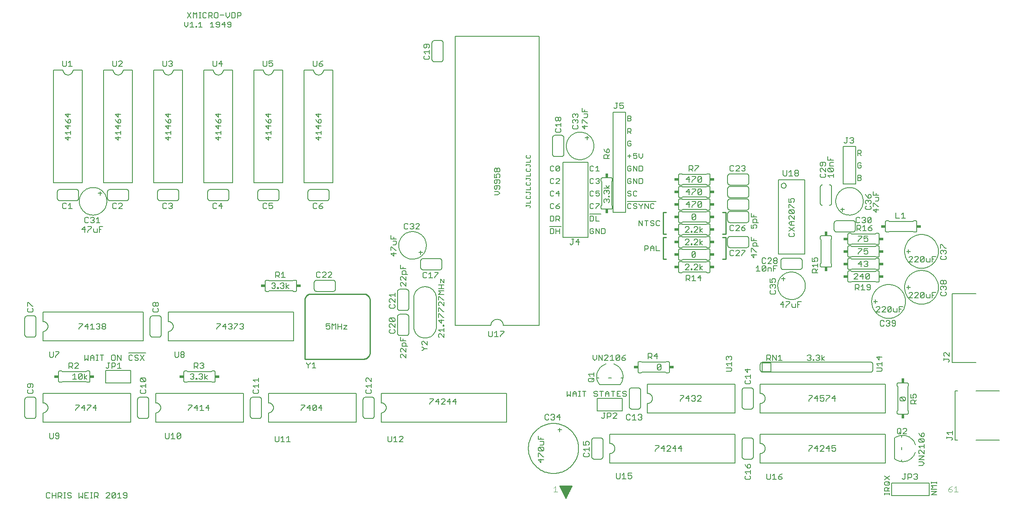
<source format=gto>
G75*
G70*
%OFA0B0*%
%FSLAX24Y24*%
%IPPOS*%
%LPD*%
%AMOC8*
5,1,8,0,0,1.08239X$1,22.5*
%
%ADD10C,0.0080*%
%ADD11C,0.0060*%
%ADD12C,0.0100*%
%ADD13C,0.0040*%
%ADD14C,0.0050*%
%ADD15R,0.0340X0.0240*%
%ADD16R,0.0240X0.0340*%
D10*
X006765Y014640D02*
X006905Y014780D01*
X007045Y014640D01*
X007045Y015060D01*
X007225Y014920D02*
X007365Y015060D01*
X007505Y014920D01*
X007505Y014640D01*
X007685Y014640D02*
X007825Y014640D01*
X007755Y014640D02*
X007755Y015060D01*
X007685Y015060D02*
X007825Y015060D01*
X007992Y015060D02*
X008273Y015060D01*
X008132Y015060D02*
X008132Y014640D01*
X007505Y014850D02*
X007225Y014850D01*
X007225Y014920D02*
X007225Y014640D01*
X006765Y014640D02*
X006765Y015060D01*
X008913Y014990D02*
X008913Y014710D01*
X008983Y014640D01*
X009123Y014640D01*
X009193Y014710D01*
X009193Y014990D01*
X009123Y015060D01*
X008983Y015060D01*
X008913Y014990D01*
X009373Y015060D02*
X009654Y014640D01*
X009654Y015060D01*
X009373Y015060D02*
X009373Y014640D01*
X010294Y014710D02*
X010294Y014990D01*
X010364Y015060D01*
X010504Y015060D01*
X010574Y014990D01*
X010755Y014990D02*
X010755Y014920D01*
X010825Y014850D01*
X010965Y014850D01*
X011035Y014780D01*
X011035Y014710D01*
X010965Y014640D01*
X010825Y014640D01*
X010755Y014710D01*
X010574Y014710D02*
X010504Y014640D01*
X010364Y014640D01*
X010294Y014710D01*
X010755Y014990D02*
X010825Y015060D01*
X010965Y015060D01*
X011035Y014990D01*
X011215Y015060D02*
X011495Y014640D01*
X011215Y014640D02*
X011495Y015060D01*
X011635Y015220D02*
X010254Y015220D01*
X033030Y017325D02*
X033030Y019625D01*
X033032Y019684D01*
X033038Y019742D01*
X033047Y019801D01*
X033061Y019858D01*
X033078Y019914D01*
X033099Y019969D01*
X033123Y020023D01*
X033151Y020075D01*
X033182Y020125D01*
X033216Y020173D01*
X033253Y020218D01*
X033294Y020261D01*
X033337Y020302D01*
X033382Y020339D01*
X033430Y020373D01*
X033480Y020404D01*
X033532Y020432D01*
X033586Y020456D01*
X033641Y020477D01*
X033697Y020494D01*
X033754Y020508D01*
X033813Y020517D01*
X033871Y020523D01*
X033930Y020525D01*
X033989Y020523D01*
X034047Y020517D01*
X034106Y020508D01*
X034163Y020494D01*
X034219Y020477D01*
X034274Y020456D01*
X034328Y020432D01*
X034380Y020404D01*
X034430Y020373D01*
X034478Y020339D01*
X034523Y020302D01*
X034566Y020261D01*
X034607Y020218D01*
X034644Y020173D01*
X034678Y020125D01*
X034709Y020075D01*
X034737Y020023D01*
X034761Y019969D01*
X034782Y019914D01*
X034799Y019858D01*
X034813Y019801D01*
X034822Y019742D01*
X034828Y019684D01*
X034830Y019625D01*
X034830Y017325D01*
X034828Y017266D01*
X034822Y017208D01*
X034813Y017149D01*
X034799Y017092D01*
X034782Y017036D01*
X034761Y016981D01*
X034737Y016927D01*
X034709Y016875D01*
X034678Y016825D01*
X034644Y016777D01*
X034607Y016732D01*
X034566Y016689D01*
X034523Y016648D01*
X034478Y016611D01*
X034430Y016577D01*
X034380Y016546D01*
X034328Y016518D01*
X034274Y016494D01*
X034219Y016473D01*
X034163Y016456D01*
X034106Y016442D01*
X034047Y016433D01*
X033989Y016427D01*
X033930Y016425D01*
X033871Y016427D01*
X033813Y016433D01*
X033754Y016442D01*
X033697Y016456D01*
X033641Y016473D01*
X033586Y016494D01*
X033532Y016518D01*
X033480Y016546D01*
X033430Y016577D01*
X033382Y016611D01*
X033337Y016648D01*
X033294Y016689D01*
X033253Y016732D01*
X033216Y016777D01*
X033182Y016825D01*
X033151Y016875D01*
X033123Y016927D01*
X033099Y016981D01*
X033078Y017036D01*
X033061Y017092D01*
X033047Y017149D01*
X033038Y017208D01*
X033032Y017266D01*
X033030Y017325D01*
X045265Y012185D02*
X045265Y011765D01*
X045405Y011905D01*
X045545Y011765D01*
X045545Y012185D01*
X045725Y012045D02*
X045865Y012185D01*
X046005Y012045D01*
X046005Y011765D01*
X046185Y011765D02*
X046325Y011765D01*
X046255Y011765D02*
X046255Y012185D01*
X046185Y012185D02*
X046325Y012185D01*
X046492Y012185D02*
X046773Y012185D01*
X046632Y012185D02*
X046632Y011765D01*
X046005Y011975D02*
X045725Y011975D01*
X045725Y012045D02*
X045725Y011765D01*
X047413Y011835D02*
X047483Y011765D01*
X047623Y011765D01*
X047693Y011835D01*
X047693Y011905D01*
X047623Y011975D01*
X047483Y011975D01*
X047413Y012045D01*
X047413Y012115D01*
X047483Y012185D01*
X047623Y012185D01*
X047693Y012115D01*
X047873Y012185D02*
X048154Y012185D01*
X048014Y012185D02*
X048014Y011765D01*
X048334Y011765D02*
X048334Y012045D01*
X048474Y012185D01*
X048614Y012045D01*
X048614Y011765D01*
X048614Y011975D02*
X048334Y011975D01*
X048794Y012185D02*
X049074Y012185D01*
X048934Y012185D02*
X048934Y011765D01*
X049255Y011765D02*
X049535Y011765D01*
X049715Y011835D02*
X049785Y011765D01*
X049925Y011765D01*
X049995Y011835D01*
X049995Y011905D01*
X049925Y011975D01*
X049785Y011975D01*
X049715Y012045D01*
X049715Y012115D01*
X049785Y012185D01*
X049925Y012185D01*
X049995Y012115D01*
X049535Y012185D02*
X049255Y012185D01*
X049255Y011765D01*
X049255Y011975D02*
X049395Y011975D01*
X070595Y005398D02*
X071015Y005118D01*
X071015Y004938D02*
X070875Y004797D01*
X071015Y004727D02*
X070945Y004657D01*
X070665Y004657D01*
X070595Y004727D01*
X070595Y004868D01*
X070665Y004938D01*
X070945Y004938D01*
X071015Y004868D01*
X071015Y004727D01*
X071015Y004477D02*
X070875Y004337D01*
X070875Y004407D02*
X070875Y004197D01*
X071015Y004197D02*
X070595Y004197D01*
X070595Y004407D01*
X070665Y004477D01*
X070805Y004477D01*
X070875Y004407D01*
X071015Y004030D02*
X071015Y003890D01*
X071015Y003960D02*
X070595Y003960D01*
X070595Y003890D02*
X070595Y004030D01*
X070595Y005118D02*
X071015Y005398D01*
X074345Y004951D02*
X074345Y004811D01*
X074345Y004881D02*
X074765Y004881D01*
X074765Y004811D02*
X074765Y004951D01*
X074765Y004631D02*
X074345Y004631D01*
X074485Y004491D01*
X074345Y004350D01*
X074765Y004350D01*
X074765Y004170D02*
X074345Y004170D01*
X074345Y003890D02*
X074765Y004170D01*
X074765Y003890D02*
X074345Y003890D01*
X064223Y023147D02*
X062137Y023147D01*
X062137Y029053D01*
X064223Y029053D01*
X064223Y023147D01*
X068470Y029015D02*
X068680Y029015D01*
X068750Y029085D01*
X068750Y029155D01*
X068680Y029225D01*
X068470Y029225D01*
X068470Y029015D02*
X068470Y029435D01*
X068680Y029435D01*
X068750Y029365D01*
X068750Y029295D01*
X068680Y029225D01*
X068680Y030015D02*
X068750Y030085D01*
X068750Y030225D01*
X068610Y030225D01*
X068470Y030085D02*
X068540Y030015D01*
X068680Y030015D01*
X068470Y030085D02*
X068470Y030365D01*
X068540Y030435D01*
X068680Y030435D01*
X068750Y030365D01*
X068750Y031015D02*
X068610Y031155D01*
X068680Y031155D02*
X068470Y031155D01*
X068470Y031015D02*
X068470Y031435D01*
X068680Y031435D01*
X068750Y031365D01*
X068750Y031225D01*
X068680Y031155D01*
X052357Y027345D02*
X050055Y027345D01*
X050165Y027185D02*
X050095Y027115D01*
X050095Y026835D01*
X050165Y026765D01*
X050305Y026765D01*
X050375Y026835D01*
X050555Y026835D02*
X050625Y026765D01*
X050766Y026765D01*
X050836Y026835D01*
X050836Y026905D01*
X050766Y026975D01*
X050625Y026975D01*
X050555Y027045D01*
X050555Y027115D01*
X050625Y027185D01*
X050766Y027185D01*
X050836Y027115D01*
X051016Y027115D02*
X051156Y026975D01*
X051156Y026765D01*
X051156Y026975D02*
X051296Y027115D01*
X051296Y027185D01*
X051476Y027185D02*
X051756Y026765D01*
X051756Y027185D01*
X051937Y027115D02*
X051937Y026835D01*
X052007Y026765D01*
X052147Y026765D01*
X052217Y026835D01*
X052217Y027115D02*
X052147Y027185D01*
X052007Y027185D01*
X051937Y027115D01*
X051476Y027185D02*
X051476Y026765D01*
X051016Y027115D02*
X051016Y027185D01*
X050375Y027115D02*
X050305Y027185D01*
X050165Y027185D01*
X050165Y027765D02*
X050095Y027835D01*
X050165Y027765D02*
X050305Y027765D01*
X050375Y027835D01*
X050375Y027905D01*
X050305Y027975D01*
X050165Y027975D01*
X050095Y028045D01*
X050095Y028115D01*
X050165Y028185D01*
X050305Y028185D01*
X050375Y028115D01*
X050555Y028115D02*
X050625Y028185D01*
X050766Y028185D01*
X050836Y028115D01*
X050836Y027835D02*
X050766Y027765D01*
X050625Y027765D01*
X050555Y027835D01*
X050555Y028115D01*
X050555Y028765D02*
X050555Y029185D01*
X050836Y028765D01*
X050836Y029185D01*
X051016Y029185D02*
X051226Y029185D01*
X051296Y029115D01*
X051296Y028835D01*
X051226Y028765D01*
X051016Y028765D01*
X051016Y029185D01*
X051016Y029765D02*
X051226Y029765D01*
X051296Y029835D01*
X051296Y030115D01*
X051226Y030185D01*
X051016Y030185D01*
X051016Y029765D01*
X050836Y029765D02*
X050836Y030185D01*
X050555Y030185D02*
X050836Y029765D01*
X050555Y029765D02*
X050555Y030185D01*
X050375Y030115D02*
X050305Y030185D01*
X050165Y030185D01*
X050095Y030115D01*
X050095Y029835D01*
X050165Y029765D01*
X050305Y029765D01*
X050375Y029835D01*
X050375Y029975D01*
X050235Y029975D01*
X050165Y029185D02*
X050095Y029115D01*
X050095Y028835D01*
X050165Y028765D01*
X050305Y028765D01*
X050375Y028835D01*
X050375Y028975D01*
X050235Y028975D01*
X050375Y029115D02*
X050305Y029185D01*
X050165Y029185D01*
X047836Y029115D02*
X047836Y029045D01*
X047766Y028975D01*
X047836Y028905D01*
X047836Y028835D01*
X047766Y028765D01*
X047625Y028765D01*
X047555Y028835D01*
X047375Y028835D02*
X047305Y028765D01*
X047165Y028765D01*
X047095Y028835D01*
X047095Y029115D01*
X047165Y029185D01*
X047305Y029185D01*
X047375Y029115D01*
X047555Y029115D02*
X047625Y029185D01*
X047766Y029185D01*
X047836Y029115D01*
X047766Y028975D02*
X047696Y028975D01*
X047836Y028185D02*
X047555Y028185D01*
X047555Y027975D01*
X047696Y028045D01*
X047766Y028045D01*
X047836Y027975D01*
X047836Y027835D01*
X047766Y027765D01*
X047625Y027765D01*
X047555Y027835D01*
X047375Y027835D02*
X047305Y027765D01*
X047165Y027765D01*
X047095Y027835D01*
X047095Y028115D01*
X047165Y028185D01*
X047305Y028185D01*
X047375Y028115D01*
X047305Y027185D02*
X047165Y027185D01*
X047095Y027115D01*
X047095Y026835D01*
X047165Y026765D01*
X047305Y026765D01*
X047375Y026835D01*
X047555Y026835D02*
X047555Y026765D01*
X047555Y026835D02*
X047836Y027115D01*
X047836Y027185D01*
X047555Y027185D01*
X047375Y027115D02*
X047305Y027185D01*
X047055Y026345D02*
X047976Y026345D01*
X047555Y026185D02*
X047555Y025765D01*
X047836Y025765D01*
X047375Y025835D02*
X047375Y026115D01*
X047305Y026185D01*
X047095Y026185D01*
X047095Y025765D01*
X047305Y025765D01*
X047375Y025835D01*
X047305Y025185D02*
X047165Y025185D01*
X047095Y025115D01*
X047095Y024835D01*
X047165Y024765D01*
X047305Y024765D01*
X047375Y024835D01*
X047375Y024975D01*
X047235Y024975D01*
X047375Y025115D02*
X047305Y025185D01*
X047555Y025185D02*
X047836Y024765D01*
X047836Y025185D01*
X048016Y025185D02*
X048016Y024765D01*
X048226Y024765D01*
X048296Y024835D01*
X048296Y025115D01*
X048226Y025185D01*
X048016Y025185D01*
X047555Y025185D02*
X047555Y024765D01*
X044805Y025345D02*
X043884Y025345D01*
X043924Y025185D02*
X044134Y025185D01*
X044204Y025115D01*
X044204Y024835D01*
X044134Y024765D01*
X043924Y024765D01*
X043924Y025185D01*
X044385Y025185D02*
X044385Y024765D01*
X044385Y024975D02*
X044665Y024975D01*
X044665Y025185D02*
X044665Y024765D01*
X044665Y025765D02*
X044525Y025905D01*
X044595Y025905D02*
X044385Y025905D01*
X044385Y025765D02*
X044385Y026185D01*
X044595Y026185D01*
X044665Y026115D01*
X044665Y025975D01*
X044595Y025905D01*
X044204Y025835D02*
X044204Y026115D01*
X044134Y026185D01*
X043924Y026185D01*
X043924Y025765D01*
X044134Y025765D01*
X044204Y025835D01*
X044134Y026765D02*
X044204Y026835D01*
X044134Y026765D02*
X043994Y026765D01*
X043924Y026835D01*
X043924Y027115D01*
X043994Y027185D01*
X044134Y027185D01*
X044204Y027115D01*
X044385Y026975D02*
X044595Y026975D01*
X044665Y026905D01*
X044665Y026835D01*
X044595Y026765D01*
X044455Y026765D01*
X044385Y026835D01*
X044385Y026975D01*
X044525Y027115D01*
X044665Y027185D01*
X044595Y027765D02*
X044595Y028185D01*
X044385Y027975D01*
X044665Y027975D01*
X044204Y027835D02*
X044134Y027765D01*
X043994Y027765D01*
X043924Y027835D01*
X043924Y028115D01*
X043994Y028185D01*
X044134Y028185D01*
X044204Y028115D01*
X044134Y028765D02*
X044204Y028835D01*
X044134Y028765D02*
X043994Y028765D01*
X043924Y028835D01*
X043924Y029115D01*
X043994Y029185D01*
X044134Y029185D01*
X044204Y029115D01*
X044385Y029115D02*
X044455Y029185D01*
X044595Y029185D01*
X044665Y029115D01*
X044665Y029045D01*
X044385Y028765D01*
X044665Y028765D01*
X044595Y029765D02*
X044455Y029765D01*
X044385Y029835D01*
X044665Y030115D01*
X044665Y029835D01*
X044595Y029765D01*
X044385Y029835D02*
X044385Y030115D01*
X044455Y030185D01*
X044595Y030185D01*
X044665Y030115D01*
X044204Y030115D02*
X044134Y030185D01*
X043994Y030185D01*
X043924Y030115D01*
X043924Y029835D01*
X043994Y029765D01*
X044134Y029765D01*
X044204Y029835D01*
X047095Y029835D02*
X047165Y029765D01*
X047305Y029765D01*
X047375Y029835D01*
X047555Y029765D02*
X047836Y029765D01*
X047696Y029765D02*
X047696Y030185D01*
X047555Y030045D01*
X047375Y030115D02*
X047305Y030185D01*
X047165Y030185D01*
X047095Y030115D01*
X047095Y029835D01*
X050095Y030975D02*
X050375Y030975D01*
X050555Y030975D02*
X050555Y031185D01*
X050836Y031185D01*
X050766Y031045D02*
X050836Y030975D01*
X050836Y030835D01*
X050766Y030765D01*
X050625Y030765D01*
X050555Y030835D01*
X050555Y030975D02*
X050696Y031045D01*
X050766Y031045D01*
X051016Y030905D02*
X051156Y030765D01*
X051296Y030905D01*
X051296Y031185D01*
X051016Y031185D02*
X051016Y030905D01*
X050235Y030835D02*
X050235Y031115D01*
X050165Y031765D02*
X050305Y031765D01*
X050375Y031835D01*
X050375Y031975D01*
X050235Y031975D01*
X050095Y031835D02*
X050165Y031765D01*
X050095Y031835D02*
X050095Y032115D01*
X050165Y032185D01*
X050305Y032185D01*
X050375Y032115D01*
X050375Y032765D02*
X050235Y032905D01*
X050305Y032905D02*
X050095Y032905D01*
X050095Y032765D02*
X050095Y033185D01*
X050305Y033185D01*
X050375Y033115D01*
X050375Y032975D01*
X050305Y032905D01*
X050305Y033765D02*
X050095Y033765D01*
X050095Y034185D01*
X050305Y034185D01*
X050375Y034115D01*
X050375Y034045D01*
X050305Y033975D01*
X050095Y033975D01*
X050305Y033975D02*
X050375Y033905D01*
X050375Y033835D01*
X050305Y033765D01*
X051003Y025810D02*
X051284Y025390D01*
X051284Y025810D01*
X051464Y025810D02*
X051744Y025810D01*
X051604Y025810D02*
X051604Y025390D01*
X051924Y025460D02*
X051994Y025390D01*
X052134Y025390D01*
X052204Y025460D01*
X052204Y025530D01*
X052134Y025600D01*
X051994Y025600D01*
X051924Y025670D01*
X051924Y025740D01*
X051994Y025810D01*
X052134Y025810D01*
X052204Y025740D01*
X052385Y025740D02*
X052385Y025460D01*
X052455Y025390D01*
X052595Y025390D01*
X052665Y025460D01*
X052665Y025740D02*
X052595Y025810D01*
X052455Y025810D01*
X052385Y025740D01*
X051003Y025810D02*
X051003Y025390D01*
X051464Y023810D02*
X051674Y023810D01*
X051744Y023740D01*
X051744Y023600D01*
X051674Y023530D01*
X051464Y023530D01*
X051464Y023390D02*
X051464Y023810D01*
X051924Y023670D02*
X052064Y023810D01*
X052204Y023670D01*
X052204Y023390D01*
X052385Y023390D02*
X052665Y023390D01*
X052385Y023390D02*
X052385Y023810D01*
X052204Y023600D02*
X051924Y023600D01*
X051924Y023670D02*
X051924Y023390D01*
X018453Y041335D02*
X018453Y041615D01*
X018383Y041685D01*
X018243Y041685D01*
X018173Y041615D01*
X018173Y041545D01*
X018243Y041475D01*
X018453Y041475D01*
X018453Y041335D02*
X018383Y041265D01*
X018243Y041265D01*
X018173Y041335D01*
X017993Y041475D02*
X017713Y041475D01*
X017923Y041685D01*
X017923Y041265D01*
X017532Y041335D02*
X017532Y041615D01*
X017462Y041685D01*
X017322Y041685D01*
X017252Y041615D01*
X017252Y041545D01*
X017322Y041475D01*
X017532Y041475D01*
X017532Y041335D02*
X017462Y041265D01*
X017322Y041265D01*
X017252Y041335D01*
X017072Y041265D02*
X016792Y041265D01*
X016932Y041265D02*
X016932Y041685D01*
X016792Y041545D01*
X016151Y041265D02*
X015871Y041265D01*
X016011Y041265D02*
X016011Y041685D01*
X015871Y041545D01*
X015711Y041335D02*
X015711Y041265D01*
X015641Y041265D01*
X015641Y041335D01*
X015711Y041335D01*
X015461Y041265D02*
X015180Y041265D01*
X015321Y041265D02*
X015321Y041685D01*
X015180Y041545D01*
X015000Y041405D02*
X015000Y041685D01*
X015000Y041405D02*
X014860Y041265D01*
X014720Y041405D01*
X014720Y041685D01*
X014970Y042015D02*
X015250Y042435D01*
X015430Y042435D02*
X015571Y042295D01*
X015711Y042435D01*
X015711Y042015D01*
X015891Y042015D02*
X016031Y042015D01*
X015961Y042015D02*
X015961Y042435D01*
X015891Y042435D02*
X016031Y042435D01*
X016198Y042365D02*
X016268Y042435D01*
X016408Y042435D01*
X016478Y042365D01*
X016658Y042435D02*
X016658Y042015D01*
X016658Y042155D02*
X016868Y042155D01*
X016938Y042225D01*
X016938Y042365D01*
X016868Y042435D01*
X016658Y042435D01*
X016798Y042155D02*
X016938Y042015D01*
X017118Y042085D02*
X017189Y042015D01*
X017329Y042015D01*
X017399Y042085D01*
X017399Y042365D01*
X017329Y042435D01*
X017189Y042435D01*
X017118Y042365D01*
X017118Y042085D01*
X017579Y042225D02*
X017859Y042225D01*
X018039Y042155D02*
X018179Y042015D01*
X018320Y042155D01*
X018320Y042435D01*
X018500Y042435D02*
X018500Y042015D01*
X018710Y042015D01*
X018780Y042085D01*
X018780Y042365D01*
X018710Y042435D01*
X018500Y042435D01*
X018960Y042435D02*
X019170Y042435D01*
X019240Y042365D01*
X019240Y042225D01*
X019170Y042155D01*
X018960Y042155D01*
X018960Y042015D02*
X018960Y042435D01*
X018039Y042435D02*
X018039Y042155D01*
X016478Y042085D02*
X016408Y042015D01*
X016268Y042015D01*
X016198Y042085D01*
X016198Y042365D01*
X015430Y042435D02*
X015430Y042015D01*
X015250Y042015D02*
X014970Y042435D01*
D11*
X003710Y003703D02*
X003783Y003630D01*
X003930Y003630D01*
X004004Y003703D01*
X004170Y003630D02*
X004170Y004070D01*
X004004Y003997D02*
X003930Y004070D01*
X003783Y004070D01*
X003710Y003997D01*
X003710Y003703D01*
X004170Y003850D02*
X004464Y003850D01*
X004631Y003777D02*
X004851Y003777D01*
X004924Y003850D01*
X004924Y003997D01*
X004851Y004070D01*
X004631Y004070D01*
X004631Y003630D01*
X004464Y003630D02*
X004464Y004070D01*
X004778Y003777D02*
X004924Y003630D01*
X005091Y003630D02*
X005238Y003630D01*
X005165Y003630D02*
X005165Y004070D01*
X005238Y004070D02*
X005091Y004070D01*
X005398Y003997D02*
X005398Y003924D01*
X005472Y003850D01*
X005618Y003850D01*
X005692Y003777D01*
X005692Y003703D01*
X005618Y003630D01*
X005472Y003630D01*
X005398Y003703D01*
X005398Y003997D02*
X005472Y004070D01*
X005618Y004070D01*
X005692Y003997D01*
X006319Y004070D02*
X006319Y003630D01*
X006466Y003777D01*
X006612Y003630D01*
X006612Y004070D01*
X006779Y004070D02*
X006779Y003630D01*
X007073Y003630D01*
X007240Y003630D02*
X007386Y003630D01*
X007313Y003630D02*
X007313Y004070D01*
X007240Y004070D02*
X007386Y004070D01*
X007547Y004070D02*
X007767Y004070D01*
X007840Y003997D01*
X007840Y003850D01*
X007767Y003777D01*
X007547Y003777D01*
X007693Y003777D02*
X007840Y003630D01*
X007547Y003630D02*
X007547Y004070D01*
X007073Y004070D02*
X006779Y004070D01*
X006779Y003850D02*
X006926Y003850D01*
X008467Y003997D02*
X008541Y004070D01*
X008688Y004070D01*
X008761Y003997D01*
X008761Y003924D01*
X008467Y003630D01*
X008761Y003630D01*
X008928Y003703D02*
X009221Y003997D01*
X009221Y003703D01*
X009148Y003630D01*
X009001Y003630D01*
X008928Y003703D01*
X008928Y003997D01*
X009001Y004070D01*
X009148Y004070D01*
X009221Y003997D01*
X009388Y003924D02*
X009535Y004070D01*
X009535Y003630D01*
X009388Y003630D02*
X009682Y003630D01*
X009849Y003703D02*
X009922Y003630D01*
X010069Y003630D01*
X010142Y003703D01*
X010142Y003997D01*
X010069Y004070D01*
X009922Y004070D01*
X009849Y003997D01*
X009849Y003924D01*
X009922Y003850D01*
X010142Y003850D01*
X013283Y008380D02*
X013430Y008380D01*
X013504Y008453D01*
X013504Y008820D01*
X013670Y008674D02*
X013817Y008820D01*
X013817Y008380D01*
X013670Y008380D02*
X013964Y008380D01*
X014131Y008453D02*
X014424Y008747D01*
X014424Y008453D01*
X014351Y008380D01*
X014204Y008380D01*
X014131Y008453D01*
X014131Y008747D01*
X014204Y008820D01*
X014351Y008820D01*
X014424Y008747D01*
X013283Y008380D02*
X013210Y008453D01*
X013210Y008820D01*
X012430Y009700D02*
X012430Y010450D01*
X012469Y010452D01*
X012508Y010458D01*
X012546Y010467D01*
X012583Y010480D01*
X012619Y010497D01*
X012652Y010517D01*
X012684Y010541D01*
X012713Y010567D01*
X012739Y010596D01*
X012763Y010628D01*
X012783Y010661D01*
X012800Y010697D01*
X012813Y010734D01*
X012822Y010772D01*
X012828Y010811D01*
X012830Y010850D01*
X012828Y010889D01*
X012822Y010928D01*
X012813Y010966D01*
X012800Y011003D01*
X012783Y011039D01*
X012763Y011072D01*
X012739Y011104D01*
X012713Y011133D01*
X012684Y011159D01*
X012652Y011183D01*
X012619Y011203D01*
X012583Y011220D01*
X012546Y011233D01*
X012508Y011242D01*
X012469Y011248D01*
X012430Y011250D01*
X012430Y012000D01*
X019430Y012000D01*
X019430Y009700D01*
X012430Y009700D01*
X011880Y010200D02*
X011880Y011500D01*
X011878Y011526D01*
X011873Y011552D01*
X011865Y011577D01*
X011853Y011600D01*
X011839Y011622D01*
X011821Y011641D01*
X011802Y011659D01*
X011780Y011673D01*
X011757Y011685D01*
X011732Y011693D01*
X011706Y011698D01*
X011680Y011700D01*
X011180Y011700D01*
X011154Y011698D01*
X011128Y011693D01*
X011103Y011685D01*
X011080Y011673D01*
X011058Y011659D01*
X011039Y011641D01*
X011021Y011622D01*
X011007Y011600D01*
X010995Y011577D01*
X010987Y011552D01*
X010982Y011526D01*
X010980Y011500D01*
X010980Y010200D01*
X010982Y010174D01*
X010987Y010148D01*
X010995Y010123D01*
X011007Y010100D01*
X011021Y010078D01*
X011039Y010059D01*
X011058Y010041D01*
X011080Y010027D01*
X011103Y010015D01*
X011128Y010007D01*
X011154Y010002D01*
X011180Y010000D01*
X011680Y010000D01*
X011706Y010002D01*
X011732Y010007D01*
X011757Y010015D01*
X011780Y010027D01*
X011802Y010041D01*
X011821Y010059D01*
X011839Y010078D01*
X011853Y010100D01*
X011865Y010123D01*
X011873Y010148D01*
X011878Y010174D01*
X011880Y010200D01*
X010430Y009700D02*
X010430Y012000D01*
X003430Y012000D01*
X003430Y011250D01*
X003469Y011248D01*
X003508Y011242D01*
X003546Y011233D01*
X003583Y011220D01*
X003619Y011203D01*
X003652Y011183D01*
X003684Y011159D01*
X003713Y011133D01*
X003739Y011104D01*
X003763Y011072D01*
X003783Y011039D01*
X003800Y011003D01*
X003813Y010966D01*
X003822Y010928D01*
X003828Y010889D01*
X003830Y010850D01*
X003828Y010811D01*
X003822Y010772D01*
X003813Y010734D01*
X003800Y010697D01*
X003783Y010661D01*
X003763Y010628D01*
X003739Y010596D01*
X003713Y010567D01*
X003684Y010541D01*
X003652Y010517D01*
X003619Y010497D01*
X003583Y010480D01*
X003546Y010467D01*
X003508Y010458D01*
X003469Y010452D01*
X003430Y010450D01*
X003430Y009700D01*
X010430Y009700D01*
X007641Y010630D02*
X007641Y011070D01*
X007420Y010850D01*
X007714Y010850D01*
X007254Y010997D02*
X006960Y010703D01*
X006960Y010630D01*
X006720Y010630D02*
X006720Y011070D01*
X006500Y010850D01*
X006793Y010850D01*
X006960Y011070D02*
X007254Y011070D01*
X007254Y010997D01*
X006333Y010997D02*
X006039Y010703D01*
X006039Y010630D01*
X006039Y011070D02*
X006333Y011070D01*
X006333Y010997D01*
X006930Y012900D02*
X006880Y012950D01*
X004980Y012950D01*
X004930Y012900D01*
X004780Y012900D01*
X004763Y012902D01*
X004746Y012906D01*
X004730Y012913D01*
X004716Y012923D01*
X004703Y012936D01*
X004693Y012950D01*
X004686Y012966D01*
X004682Y012983D01*
X004680Y013000D01*
X004680Y013700D01*
X004682Y013717D01*
X004686Y013734D01*
X004693Y013750D01*
X004703Y013764D01*
X004716Y013777D01*
X004730Y013787D01*
X004746Y013794D01*
X004763Y013798D01*
X004780Y013800D01*
X004930Y013800D01*
X004980Y013750D01*
X006880Y013750D01*
X006930Y013800D01*
X007080Y013800D01*
X007097Y013798D01*
X007114Y013794D01*
X007130Y013787D01*
X007144Y013777D01*
X007157Y013764D01*
X007167Y013750D01*
X007174Y013734D01*
X007178Y013717D01*
X007180Y013700D01*
X007180Y013000D01*
X007178Y012983D01*
X007174Y012966D01*
X007167Y012950D01*
X007157Y012936D01*
X007144Y012923D01*
X007130Y012913D01*
X007114Y012906D01*
X007097Y012902D01*
X007080Y012900D01*
X006930Y012900D01*
X006949Y013130D02*
X006729Y013277D01*
X006949Y013424D01*
X006729Y013570D02*
X006729Y013130D01*
X006562Y013203D02*
X006562Y013497D01*
X006268Y013203D01*
X006342Y013130D01*
X006488Y013130D01*
X006562Y013203D01*
X006268Y013203D02*
X006268Y013497D01*
X006342Y013570D01*
X006488Y013570D01*
X006562Y013497D01*
X006101Y013130D02*
X005808Y013130D01*
X005955Y013130D02*
X005955Y013570D01*
X005808Y013424D01*
X005793Y014005D02*
X005646Y014152D01*
X005720Y014152D02*
X005500Y014152D01*
X005500Y014005D02*
X005500Y014445D01*
X005720Y014445D01*
X005793Y014372D01*
X005793Y014225D01*
X005720Y014152D01*
X005960Y014005D02*
X006254Y014299D01*
X006254Y014372D01*
X006180Y014445D01*
X006033Y014445D01*
X005960Y014372D01*
X005960Y014005D02*
X006254Y014005D01*
X004714Y015247D02*
X004420Y014953D01*
X004420Y014880D01*
X004254Y014953D02*
X004254Y015320D01*
X004420Y015320D02*
X004714Y015320D01*
X004714Y015247D01*
X004254Y014953D02*
X004180Y014880D01*
X004033Y014880D01*
X003960Y014953D01*
X003960Y015320D01*
X003430Y016200D02*
X003430Y016950D01*
X003469Y016952D01*
X003508Y016958D01*
X003546Y016967D01*
X003583Y016980D01*
X003619Y016997D01*
X003652Y017017D01*
X003684Y017041D01*
X003713Y017067D01*
X003739Y017096D01*
X003763Y017128D01*
X003783Y017161D01*
X003800Y017197D01*
X003813Y017234D01*
X003822Y017272D01*
X003828Y017311D01*
X003830Y017350D01*
X003828Y017389D01*
X003822Y017428D01*
X003813Y017466D01*
X003800Y017503D01*
X003783Y017539D01*
X003763Y017572D01*
X003739Y017604D01*
X003713Y017633D01*
X003684Y017659D01*
X003652Y017683D01*
X003619Y017703D01*
X003583Y017720D01*
X003546Y017733D01*
X003508Y017742D01*
X003469Y017748D01*
X003430Y017750D01*
X003430Y018500D01*
X011430Y018500D01*
X011430Y016200D01*
X003430Y016200D01*
X002880Y016700D02*
X002880Y018000D01*
X002878Y018026D01*
X002873Y018052D01*
X002865Y018077D01*
X002853Y018100D01*
X002839Y018122D01*
X002821Y018141D01*
X002802Y018159D01*
X002780Y018173D01*
X002757Y018185D01*
X002732Y018193D01*
X002706Y018198D01*
X002680Y018200D01*
X002180Y018200D01*
X002154Y018198D01*
X002128Y018193D01*
X002103Y018185D01*
X002080Y018173D01*
X002058Y018159D01*
X002039Y018141D01*
X002021Y018122D01*
X002007Y018100D01*
X001995Y018077D01*
X001987Y018052D01*
X001982Y018026D01*
X001980Y018000D01*
X001980Y016700D01*
X001982Y016674D01*
X001987Y016648D01*
X001995Y016623D01*
X002007Y016600D01*
X002021Y016578D01*
X002039Y016559D01*
X002058Y016541D01*
X002080Y016527D01*
X002103Y016515D01*
X002128Y016507D01*
X002154Y016502D01*
X002180Y016500D01*
X002680Y016500D01*
X002706Y016502D01*
X002732Y016507D01*
X002757Y016515D01*
X002780Y016527D01*
X002802Y016541D01*
X002821Y016559D01*
X002839Y016578D01*
X002853Y016600D01*
X002865Y016623D01*
X002873Y016648D01*
X002878Y016674D01*
X002880Y016700D01*
X002577Y018505D02*
X002283Y018505D01*
X002210Y018578D01*
X002210Y018725D01*
X002283Y018799D01*
X002210Y018965D02*
X002210Y019259D01*
X002283Y019259D01*
X002577Y018965D01*
X002650Y018965D01*
X002577Y018799D02*
X002650Y018725D01*
X002650Y018578D01*
X002577Y018505D01*
X006309Y017570D02*
X006603Y017570D01*
X006603Y017497D01*
X006309Y017203D01*
X006309Y017130D01*
X006769Y017350D02*
X007063Y017350D01*
X007230Y017424D02*
X007377Y017570D01*
X007377Y017130D01*
X007523Y017130D02*
X007230Y017130D01*
X006990Y017130D02*
X006990Y017570D01*
X006769Y017350D01*
X007690Y017203D02*
X007764Y017130D01*
X007910Y017130D01*
X007984Y017203D01*
X007984Y017277D01*
X007910Y017350D01*
X007837Y017350D01*
X007910Y017350D02*
X007984Y017424D01*
X007984Y017497D01*
X007910Y017570D01*
X007764Y017570D01*
X007690Y017497D01*
X008151Y017497D02*
X008151Y017424D01*
X008224Y017350D01*
X008371Y017350D01*
X008444Y017277D01*
X008444Y017203D01*
X008371Y017130D01*
X008224Y017130D01*
X008151Y017203D01*
X008151Y017277D01*
X008224Y017350D01*
X008371Y017350D02*
X008444Y017424D01*
X008444Y017497D01*
X008371Y017570D01*
X008224Y017570D01*
X008151Y017497D01*
X011980Y018000D02*
X011980Y016700D01*
X011982Y016674D01*
X011987Y016648D01*
X011995Y016623D01*
X012007Y016600D01*
X012021Y016578D01*
X012039Y016559D01*
X012058Y016541D01*
X012080Y016527D01*
X012103Y016515D01*
X012128Y016507D01*
X012154Y016502D01*
X012180Y016500D01*
X012680Y016500D01*
X012706Y016502D01*
X012732Y016507D01*
X012757Y016515D01*
X012780Y016527D01*
X012802Y016541D01*
X012821Y016559D01*
X012839Y016578D01*
X012853Y016600D01*
X012865Y016623D01*
X012873Y016648D01*
X012878Y016674D01*
X012880Y016700D01*
X012880Y018000D01*
X012878Y018026D01*
X012873Y018052D01*
X012865Y018077D01*
X012853Y018100D01*
X012839Y018122D01*
X012821Y018141D01*
X012802Y018159D01*
X012780Y018173D01*
X012757Y018185D01*
X012732Y018193D01*
X012706Y018198D01*
X012680Y018200D01*
X012180Y018200D01*
X012154Y018198D01*
X012128Y018193D01*
X012103Y018185D01*
X012080Y018173D01*
X012058Y018159D01*
X012039Y018141D01*
X012021Y018122D01*
X012007Y018100D01*
X011995Y018077D01*
X011987Y018052D01*
X011982Y018026D01*
X011980Y018000D01*
X012283Y018505D02*
X012577Y018505D01*
X012650Y018578D01*
X012650Y018725D01*
X012577Y018799D01*
X012577Y018965D02*
X012503Y018965D01*
X012430Y019039D01*
X012430Y019186D01*
X012503Y019259D01*
X012577Y019259D01*
X012650Y019186D01*
X012650Y019039D01*
X012577Y018965D01*
X012430Y019039D02*
X012356Y018965D01*
X012283Y018965D01*
X012210Y019039D01*
X012210Y019186D01*
X012283Y019259D01*
X012356Y019259D01*
X012430Y019186D01*
X012283Y018799D02*
X012210Y018725D01*
X012210Y018578D01*
X012283Y018505D01*
X013430Y018500D02*
X013430Y017750D01*
X013469Y017748D01*
X013508Y017742D01*
X013546Y017733D01*
X013583Y017720D01*
X013619Y017703D01*
X013652Y017683D01*
X013684Y017659D01*
X013713Y017633D01*
X013739Y017604D01*
X013763Y017572D01*
X013783Y017539D01*
X013800Y017503D01*
X013813Y017466D01*
X013822Y017428D01*
X013828Y017389D01*
X013830Y017350D01*
X013828Y017311D01*
X013822Y017272D01*
X013813Y017234D01*
X013800Y017197D01*
X013783Y017161D01*
X013763Y017128D01*
X013739Y017096D01*
X013713Y017067D01*
X013684Y017041D01*
X013652Y017017D01*
X013619Y016997D01*
X013583Y016980D01*
X013546Y016967D01*
X013508Y016958D01*
X013469Y016952D01*
X013430Y016950D01*
X013430Y016200D01*
X023430Y016200D01*
X023430Y018500D01*
X013430Y018500D01*
X017309Y017570D02*
X017603Y017570D01*
X017603Y017497D01*
X017309Y017203D01*
X017309Y017130D01*
X017769Y017350D02*
X018063Y017350D01*
X018230Y017203D02*
X018303Y017130D01*
X018450Y017130D01*
X018523Y017203D01*
X018523Y017277D01*
X018450Y017350D01*
X018377Y017350D01*
X018450Y017350D02*
X018523Y017424D01*
X018523Y017497D01*
X018450Y017570D01*
X018303Y017570D01*
X018230Y017497D01*
X017990Y017570D02*
X017769Y017350D01*
X017990Y017130D02*
X017990Y017570D01*
X018690Y017570D02*
X018984Y017570D01*
X018984Y017497D01*
X018690Y017203D01*
X018690Y017130D01*
X019151Y017203D02*
X019224Y017130D01*
X019371Y017130D01*
X019444Y017203D01*
X019444Y017277D01*
X019371Y017350D01*
X019297Y017350D01*
X019371Y017350D02*
X019444Y017424D01*
X019444Y017497D01*
X019371Y017570D01*
X019224Y017570D01*
X019151Y017497D01*
X014714Y015247D02*
X014714Y015174D01*
X014641Y015100D01*
X014494Y015100D01*
X014420Y015174D01*
X014420Y015247D01*
X014494Y015320D01*
X014641Y015320D01*
X014714Y015247D01*
X014641Y015100D02*
X014714Y015027D01*
X014714Y014953D01*
X014641Y014880D01*
X014494Y014880D01*
X014420Y014953D01*
X014420Y015027D01*
X014494Y015100D01*
X014254Y014953D02*
X014254Y015320D01*
X013960Y015320D02*
X013960Y014953D01*
X014033Y014880D01*
X014180Y014880D01*
X014254Y014953D01*
X015500Y014445D02*
X015500Y014005D01*
X015500Y014152D02*
X015720Y014152D01*
X015793Y014225D01*
X015793Y014372D01*
X015720Y014445D01*
X015500Y014445D01*
X015646Y014152D02*
X015793Y014005D01*
X015960Y014078D02*
X016033Y014005D01*
X016180Y014005D01*
X016254Y014078D01*
X016254Y014152D01*
X016180Y014225D01*
X016107Y014225D01*
X016180Y014225D02*
X016254Y014299D01*
X016254Y014372D01*
X016180Y014445D01*
X016033Y014445D01*
X015960Y014372D01*
X015957Y013570D02*
X016103Y013570D01*
X016177Y013497D01*
X016177Y013424D01*
X016103Y013350D01*
X016177Y013277D01*
X016177Y013203D01*
X016103Y013130D01*
X015957Y013130D01*
X015883Y013203D01*
X015726Y013203D02*
X015726Y013130D01*
X015653Y013130D01*
X015653Y013203D01*
X015726Y013203D01*
X015486Y013203D02*
X015413Y013130D01*
X015266Y013130D01*
X015193Y013203D01*
X015339Y013350D02*
X015413Y013350D01*
X015486Y013277D01*
X015486Y013203D01*
X015413Y013350D02*
X015486Y013424D01*
X015486Y013497D01*
X015413Y013570D01*
X015266Y013570D01*
X015193Y013497D01*
X014980Y013750D02*
X016880Y013750D01*
X016930Y013800D01*
X017080Y013800D01*
X017097Y013798D01*
X017114Y013794D01*
X017130Y013787D01*
X017144Y013777D01*
X017157Y013764D01*
X017167Y013750D01*
X017174Y013734D01*
X017178Y013717D01*
X017180Y013700D01*
X017180Y013000D01*
X017178Y012983D01*
X017174Y012966D01*
X017167Y012950D01*
X017157Y012936D01*
X017144Y012923D01*
X017130Y012913D01*
X017114Y012906D01*
X017097Y012902D01*
X017080Y012900D01*
X016930Y012900D01*
X016880Y012950D01*
X014980Y012950D01*
X014930Y012900D01*
X014780Y012900D01*
X014763Y012902D01*
X014746Y012906D01*
X014730Y012913D01*
X014716Y012923D01*
X014703Y012936D01*
X014693Y012950D01*
X014686Y012966D01*
X014682Y012983D01*
X014680Y013000D01*
X014680Y013700D01*
X014682Y013717D01*
X014686Y013734D01*
X014693Y013750D01*
X014703Y013764D01*
X014716Y013777D01*
X014730Y013787D01*
X014746Y013794D01*
X014763Y013798D01*
X014780Y013800D01*
X014930Y013800D01*
X014980Y013750D01*
X015883Y013497D02*
X015957Y013570D01*
X016030Y013350D02*
X016103Y013350D01*
X016344Y013277D02*
X016564Y013424D01*
X016344Y013570D02*
X016344Y013130D01*
X016344Y013277D02*
X016564Y013130D01*
X019980Y011500D02*
X019980Y010200D01*
X019982Y010174D01*
X019987Y010148D01*
X019995Y010123D01*
X020007Y010100D01*
X020021Y010078D01*
X020039Y010059D01*
X020058Y010041D01*
X020080Y010027D01*
X020103Y010015D01*
X020128Y010007D01*
X020154Y010002D01*
X020180Y010000D01*
X020680Y010000D01*
X020706Y010002D01*
X020732Y010007D01*
X020757Y010015D01*
X020780Y010027D01*
X020802Y010041D01*
X020821Y010059D01*
X020839Y010078D01*
X020853Y010100D01*
X020865Y010123D01*
X020873Y010148D01*
X020878Y010174D01*
X020880Y010200D01*
X020880Y011500D01*
X020878Y011526D01*
X020873Y011552D01*
X020865Y011577D01*
X020853Y011600D01*
X020839Y011622D01*
X020821Y011641D01*
X020802Y011659D01*
X020780Y011673D01*
X020757Y011685D01*
X020732Y011693D01*
X020706Y011698D01*
X020680Y011700D01*
X020180Y011700D01*
X020154Y011698D01*
X020128Y011693D01*
X020103Y011685D01*
X020080Y011673D01*
X020058Y011659D01*
X020039Y011641D01*
X020021Y011622D01*
X020007Y011600D01*
X019995Y011577D01*
X019987Y011552D01*
X019982Y011526D01*
X019980Y011500D01*
X020283Y012005D02*
X020577Y012005D01*
X020650Y012078D01*
X020650Y012225D01*
X020577Y012299D01*
X020650Y012465D02*
X020650Y012759D01*
X020650Y012612D02*
X020210Y012612D01*
X020356Y012465D01*
X020283Y012299D02*
X020210Y012225D01*
X020210Y012078D01*
X020283Y012005D01*
X021430Y012000D02*
X021430Y011250D01*
X021469Y011248D01*
X021508Y011242D01*
X021546Y011233D01*
X021583Y011220D01*
X021619Y011203D01*
X021652Y011183D01*
X021684Y011159D01*
X021713Y011133D01*
X021739Y011104D01*
X021763Y011072D01*
X021783Y011039D01*
X021800Y011003D01*
X021813Y010966D01*
X021822Y010928D01*
X021828Y010889D01*
X021830Y010850D01*
X021828Y010811D01*
X021822Y010772D01*
X021813Y010734D01*
X021800Y010697D01*
X021783Y010661D01*
X021763Y010628D01*
X021739Y010596D01*
X021713Y010567D01*
X021684Y010541D01*
X021652Y010517D01*
X021619Y010497D01*
X021583Y010480D01*
X021546Y010467D01*
X021508Y010458D01*
X021469Y010452D01*
X021430Y010450D01*
X021430Y009700D01*
X028430Y009700D01*
X028430Y012000D01*
X021430Y012000D01*
X020650Y012926D02*
X020650Y013219D01*
X020650Y013073D02*
X020210Y013073D01*
X020356Y012926D01*
X024039Y011070D02*
X024333Y011070D01*
X024333Y010997D01*
X024039Y010703D01*
X024039Y010630D01*
X024500Y010850D02*
X024793Y010850D01*
X024960Y010703D02*
X024960Y010997D01*
X025033Y011070D01*
X025180Y011070D01*
X025254Y010997D01*
X024960Y010703D01*
X025033Y010630D01*
X025180Y010630D01*
X025254Y010703D01*
X025254Y010997D01*
X025420Y010850D02*
X025714Y010850D01*
X025641Y010630D02*
X025641Y011070D01*
X025420Y010850D01*
X024720Y010630D02*
X024720Y011070D01*
X024500Y010850D01*
X028980Y010200D02*
X028980Y011500D01*
X028982Y011526D01*
X028987Y011552D01*
X028995Y011577D01*
X029007Y011600D01*
X029021Y011622D01*
X029039Y011641D01*
X029058Y011659D01*
X029080Y011673D01*
X029103Y011685D01*
X029128Y011693D01*
X029154Y011698D01*
X029180Y011700D01*
X029680Y011700D01*
X029706Y011698D01*
X029732Y011693D01*
X029757Y011685D01*
X029780Y011673D01*
X029802Y011659D01*
X029821Y011641D01*
X029839Y011622D01*
X029853Y011600D01*
X029865Y011577D01*
X029873Y011552D01*
X029878Y011526D01*
X029880Y011500D01*
X029880Y010200D01*
X029878Y010174D01*
X029873Y010148D01*
X029865Y010123D01*
X029853Y010100D01*
X029839Y010078D01*
X029821Y010059D01*
X029802Y010041D01*
X029780Y010027D01*
X029757Y010015D01*
X029732Y010007D01*
X029706Y010002D01*
X029680Y010000D01*
X029180Y010000D01*
X029154Y010002D01*
X029128Y010007D01*
X029103Y010015D01*
X029080Y010027D01*
X029058Y010041D01*
X029039Y010059D01*
X029021Y010078D01*
X029007Y010100D01*
X028995Y010123D01*
X028987Y010148D01*
X028982Y010174D01*
X028980Y010200D01*
X030430Y010450D02*
X030430Y009700D01*
X040430Y009700D01*
X040430Y012000D01*
X030430Y012000D01*
X030430Y011250D01*
X030469Y011248D01*
X030508Y011242D01*
X030546Y011233D01*
X030583Y011220D01*
X030619Y011203D01*
X030652Y011183D01*
X030684Y011159D01*
X030713Y011133D01*
X030739Y011104D01*
X030763Y011072D01*
X030783Y011039D01*
X030800Y011003D01*
X030813Y010966D01*
X030822Y010928D01*
X030828Y010889D01*
X030830Y010850D01*
X030828Y010811D01*
X030822Y010772D01*
X030813Y010734D01*
X030800Y010697D01*
X030783Y010661D01*
X030763Y010628D01*
X030739Y010596D01*
X030713Y010567D01*
X030684Y010541D01*
X030652Y010517D01*
X030619Y010497D01*
X030583Y010480D01*
X030546Y010467D01*
X030508Y010458D01*
X030469Y010452D01*
X030430Y010450D01*
X029577Y012005D02*
X029283Y012005D01*
X029210Y012078D01*
X029210Y012225D01*
X029283Y012299D01*
X029356Y012465D02*
X029210Y012612D01*
X029650Y012612D01*
X029650Y012465D02*
X029650Y012759D01*
X029650Y012926D02*
X029356Y013219D01*
X029283Y013219D01*
X029210Y013146D01*
X029210Y012999D01*
X029283Y012926D01*
X029650Y012926D02*
X029650Y013219D01*
X029577Y012299D02*
X029650Y012225D01*
X029650Y012078D01*
X029577Y012005D01*
X034309Y011570D02*
X034603Y011570D01*
X034603Y011497D01*
X034309Y011203D01*
X034309Y011130D01*
X034769Y011350D02*
X035063Y011350D01*
X035230Y011497D02*
X035303Y011570D01*
X035450Y011570D01*
X035523Y011497D01*
X035523Y011424D01*
X035230Y011130D01*
X035523Y011130D01*
X035690Y011350D02*
X035984Y011350D01*
X036151Y011350D02*
X036444Y011350D01*
X036371Y011130D02*
X036371Y011570D01*
X036151Y011350D01*
X035910Y011130D02*
X035910Y011570D01*
X035690Y011350D01*
X034990Y011130D02*
X034990Y011570D01*
X034769Y011350D01*
X032101Y008570D02*
X031954Y008570D01*
X031881Y008497D01*
X032101Y008570D02*
X032174Y008497D01*
X032174Y008424D01*
X031881Y008130D01*
X032174Y008130D01*
X031714Y008130D02*
X031420Y008130D01*
X031567Y008130D02*
X031567Y008570D01*
X031420Y008424D01*
X031254Y008570D02*
X031254Y008203D01*
X031180Y008130D01*
X031033Y008130D01*
X030960Y008203D01*
X030960Y008570D01*
X023174Y008130D02*
X022881Y008130D01*
X023028Y008130D02*
X023028Y008570D01*
X022881Y008424D01*
X022714Y008130D02*
X022420Y008130D01*
X022567Y008130D02*
X022567Y008570D01*
X022420Y008424D01*
X022254Y008570D02*
X022254Y008203D01*
X022180Y008130D01*
X022033Y008130D01*
X021960Y008203D01*
X021960Y008570D01*
X016641Y010630D02*
X016641Y011070D01*
X016420Y010850D01*
X016714Y010850D01*
X016254Y010630D02*
X015960Y010630D01*
X016107Y010630D02*
X016107Y011070D01*
X015960Y010924D01*
X015793Y010850D02*
X015500Y010850D01*
X015720Y011070D01*
X015720Y010630D01*
X015333Y010997D02*
X015039Y010703D01*
X015039Y010630D01*
X015039Y011070D02*
X015333Y011070D01*
X015333Y010997D01*
X011650Y012078D02*
X011650Y012225D01*
X011577Y012299D01*
X011650Y012465D02*
X011650Y012759D01*
X011650Y012612D02*
X011210Y012612D01*
X011356Y012465D01*
X011283Y012299D02*
X011210Y012225D01*
X011210Y012078D01*
X011283Y012005D01*
X011577Y012005D01*
X011650Y012078D01*
X011577Y012926D02*
X011283Y013219D01*
X011577Y013219D01*
X011650Y013146D01*
X011650Y012999D01*
X011577Y012926D01*
X011283Y012926D01*
X011210Y012999D01*
X011210Y013146D01*
X011283Y013219D01*
X009674Y014005D02*
X009381Y014005D01*
X009528Y014005D02*
X009528Y014445D01*
X009381Y014299D01*
X009214Y014372D02*
X009214Y014225D01*
X009141Y014152D01*
X008920Y014152D01*
X008920Y014005D02*
X008920Y014445D01*
X009141Y014445D01*
X009214Y014372D01*
X008754Y014445D02*
X008607Y014445D01*
X008680Y014445D02*
X008680Y014078D01*
X008607Y014005D01*
X008533Y014005D01*
X008460Y014078D01*
X002650Y012686D02*
X002650Y012539D01*
X002577Y012465D01*
X002430Y012539D02*
X002430Y012759D01*
X002577Y012759D02*
X002283Y012759D01*
X002210Y012686D01*
X002210Y012539D01*
X002283Y012465D01*
X002356Y012465D01*
X002430Y012539D01*
X002650Y012686D02*
X002577Y012759D01*
X002577Y012299D02*
X002650Y012225D01*
X002650Y012078D01*
X002577Y012005D01*
X002283Y012005D01*
X002210Y012078D01*
X002210Y012225D01*
X002283Y012299D01*
X002180Y011700D02*
X002680Y011700D01*
X002706Y011698D01*
X002732Y011693D01*
X002757Y011685D01*
X002780Y011673D01*
X002802Y011659D01*
X002821Y011641D01*
X002839Y011622D01*
X002853Y011600D01*
X002865Y011577D01*
X002873Y011552D01*
X002878Y011526D01*
X002880Y011500D01*
X002880Y010200D01*
X002878Y010174D01*
X002873Y010148D01*
X002865Y010123D01*
X002853Y010100D01*
X002839Y010078D01*
X002821Y010059D01*
X002802Y010041D01*
X002780Y010027D01*
X002757Y010015D01*
X002732Y010007D01*
X002706Y010002D01*
X002680Y010000D01*
X002180Y010000D01*
X002154Y010002D01*
X002128Y010007D01*
X002103Y010015D01*
X002080Y010027D01*
X002058Y010041D01*
X002039Y010059D01*
X002021Y010078D01*
X002007Y010100D01*
X001995Y010123D01*
X001987Y010148D01*
X001982Y010174D01*
X001980Y010200D01*
X001980Y011500D01*
X001982Y011526D01*
X001987Y011552D01*
X001995Y011577D01*
X002007Y011600D01*
X002021Y011622D01*
X002039Y011641D01*
X002058Y011659D01*
X002080Y011673D01*
X002103Y011685D01*
X002128Y011693D01*
X002154Y011698D01*
X002180Y011700D01*
X003960Y008820D02*
X003960Y008453D01*
X004033Y008380D01*
X004180Y008380D01*
X004254Y008453D01*
X004254Y008820D01*
X004420Y008747D02*
X004420Y008674D01*
X004494Y008600D01*
X004714Y008600D01*
X004714Y008453D02*
X004714Y008747D01*
X004641Y008820D01*
X004494Y008820D01*
X004420Y008747D01*
X004420Y008453D02*
X004494Y008380D01*
X004641Y008380D01*
X004714Y008453D01*
X024460Y014412D02*
X024607Y014265D01*
X024607Y014045D01*
X024607Y014265D02*
X024754Y014412D01*
X024754Y014485D01*
X024920Y014339D02*
X025067Y014485D01*
X025067Y014045D01*
X024920Y014045D02*
X025214Y014045D01*
X024460Y014412D02*
X024460Y014485D01*
X026113Y017130D02*
X026039Y017203D01*
X026113Y017130D02*
X026259Y017130D01*
X026333Y017203D01*
X026333Y017350D01*
X026259Y017424D01*
X026186Y017424D01*
X026039Y017350D01*
X026039Y017570D01*
X026333Y017570D01*
X026500Y017570D02*
X026646Y017424D01*
X026793Y017570D01*
X026793Y017130D01*
X026960Y017130D02*
X026960Y017570D01*
X026960Y017350D02*
X027254Y017350D01*
X027420Y017424D02*
X027714Y017424D01*
X027420Y017130D01*
X027714Y017130D01*
X027254Y017130D02*
X027254Y017570D01*
X026500Y017570D02*
X026500Y017130D01*
X031085Y017035D02*
X031085Y016888D01*
X031158Y016814D01*
X031452Y016814D01*
X031525Y016888D01*
X031525Y017035D01*
X031452Y017108D01*
X031525Y017275D02*
X031231Y017568D01*
X031158Y017568D01*
X031085Y017495D01*
X031085Y017348D01*
X031158Y017275D01*
X031158Y017108D02*
X031085Y017035D01*
X031525Y017275D02*
X031525Y017568D01*
X031452Y017735D02*
X031158Y018029D01*
X031452Y018029D01*
X031525Y017955D01*
X031525Y017809D01*
X031452Y017735D01*
X031158Y017735D01*
X031085Y017809D01*
X031085Y017955D01*
X031158Y018029D01*
X031730Y018125D02*
X031730Y016825D01*
X031732Y016799D01*
X031737Y016773D01*
X031745Y016748D01*
X031757Y016725D01*
X031771Y016703D01*
X031789Y016684D01*
X031808Y016666D01*
X031830Y016652D01*
X031853Y016640D01*
X031878Y016632D01*
X031904Y016627D01*
X031930Y016625D01*
X032430Y016625D01*
X032456Y016627D01*
X032482Y016632D01*
X032507Y016640D01*
X032530Y016652D01*
X032552Y016666D01*
X032571Y016684D01*
X032589Y016703D01*
X032603Y016725D01*
X032615Y016748D01*
X032623Y016773D01*
X032628Y016799D01*
X032630Y016825D01*
X032630Y018125D01*
X032628Y018151D01*
X032623Y018177D01*
X032615Y018202D01*
X032603Y018225D01*
X032589Y018247D01*
X032571Y018266D01*
X032552Y018284D01*
X032530Y018298D01*
X032507Y018310D01*
X032482Y018318D01*
X032456Y018323D01*
X032430Y018325D01*
X031930Y018325D01*
X031904Y018323D01*
X031878Y018318D01*
X031853Y018310D01*
X031830Y018298D01*
X031808Y018284D01*
X031789Y018266D01*
X031771Y018247D01*
X031757Y018225D01*
X031745Y018202D01*
X031737Y018177D01*
X031732Y018151D01*
X031730Y018125D01*
X031930Y018625D02*
X032430Y018625D01*
X032456Y018627D01*
X032482Y018632D01*
X032507Y018640D01*
X032530Y018652D01*
X032552Y018666D01*
X032571Y018684D01*
X032589Y018703D01*
X032603Y018725D01*
X032615Y018748D01*
X032623Y018773D01*
X032628Y018799D01*
X032630Y018825D01*
X032630Y020125D01*
X032628Y020151D01*
X032623Y020177D01*
X032615Y020202D01*
X032603Y020225D01*
X032589Y020247D01*
X032571Y020266D01*
X032552Y020284D01*
X032530Y020298D01*
X032507Y020310D01*
X032482Y020318D01*
X032456Y020323D01*
X032430Y020325D01*
X031930Y020325D01*
X031904Y020323D01*
X031878Y020318D01*
X031853Y020310D01*
X031830Y020298D01*
X031808Y020284D01*
X031789Y020266D01*
X031771Y020247D01*
X031757Y020225D01*
X031745Y020202D01*
X031737Y020177D01*
X031732Y020151D01*
X031730Y020125D01*
X031730Y018825D01*
X031732Y018799D01*
X031737Y018773D01*
X031745Y018748D01*
X031757Y018725D01*
X031771Y018703D01*
X031789Y018684D01*
X031808Y018666D01*
X031830Y018652D01*
X031853Y018640D01*
X031878Y018632D01*
X031904Y018627D01*
X031930Y018625D01*
X031525Y018888D02*
X031525Y019035D01*
X031452Y019108D01*
X031525Y019275D02*
X031231Y019568D01*
X031158Y019568D01*
X031085Y019495D01*
X031085Y019348D01*
X031158Y019275D01*
X031158Y019108D02*
X031085Y019035D01*
X031085Y018888D01*
X031158Y018814D01*
X031452Y018814D01*
X031525Y018888D01*
X031525Y019275D02*
X031525Y019568D01*
X031525Y019735D02*
X031525Y020029D01*
X031525Y019882D02*
X031085Y019882D01*
X031231Y019735D01*
X032033Y020584D02*
X031960Y020658D01*
X031960Y020804D01*
X032033Y020878D01*
X032106Y020878D01*
X032400Y020584D01*
X032400Y020878D01*
X032400Y021045D02*
X032106Y021338D01*
X032033Y021338D01*
X031960Y021265D01*
X031960Y021118D01*
X032033Y021045D01*
X032400Y021045D02*
X032400Y021338D01*
X032400Y021505D02*
X032400Y021725D01*
X032327Y021799D01*
X032180Y021799D01*
X032106Y021725D01*
X032106Y021505D01*
X032547Y021505D01*
X032400Y021965D02*
X031960Y021965D01*
X031960Y022259D01*
X032180Y022112D02*
X032180Y021965D01*
X033580Y022075D02*
X033580Y022575D01*
X033582Y022601D01*
X033587Y022627D01*
X033595Y022652D01*
X033607Y022675D01*
X033621Y022697D01*
X033639Y022716D01*
X033658Y022734D01*
X033680Y022748D01*
X033703Y022760D01*
X033728Y022768D01*
X033754Y022773D01*
X033780Y022775D01*
X035080Y022775D01*
X035106Y022773D01*
X035132Y022768D01*
X035157Y022760D01*
X035180Y022748D01*
X035202Y022734D01*
X035221Y022716D01*
X035239Y022697D01*
X035253Y022675D01*
X035265Y022652D01*
X035273Y022627D01*
X035278Y022601D01*
X035280Y022575D01*
X035280Y022075D01*
X035278Y022049D01*
X035273Y022023D01*
X035265Y021998D01*
X035253Y021975D01*
X035239Y021953D01*
X035221Y021934D01*
X035202Y021916D01*
X035180Y021902D01*
X035157Y021890D01*
X035132Y021882D01*
X035106Y021877D01*
X035080Y021875D01*
X033780Y021875D01*
X033754Y021877D01*
X033728Y021882D01*
X033703Y021890D01*
X033680Y021902D01*
X033658Y021916D01*
X033639Y021934D01*
X033621Y021953D01*
X033607Y021975D01*
X033595Y021998D01*
X033587Y022023D01*
X033582Y022049D01*
X033580Y022075D01*
X033843Y021670D02*
X033769Y021597D01*
X033769Y021303D01*
X033843Y021230D01*
X033990Y021230D01*
X034063Y021303D01*
X034230Y021230D02*
X034523Y021230D01*
X034377Y021230D02*
X034377Y021670D01*
X034230Y021524D01*
X034063Y021597D02*
X033990Y021670D01*
X033843Y021670D01*
X034690Y021670D02*
X034984Y021670D01*
X034984Y021597D01*
X034690Y021303D01*
X034690Y021230D01*
X035156Y021130D02*
X035450Y020837D01*
X035450Y021130D01*
X035156Y021130D02*
X035156Y020837D01*
X035230Y020670D02*
X035230Y020376D01*
X035450Y020376D02*
X035010Y020376D01*
X035010Y020209D02*
X035450Y020209D01*
X035450Y019916D02*
X035010Y019916D01*
X035156Y020063D01*
X035010Y020209D01*
X035010Y019749D02*
X035083Y019749D01*
X035377Y019455D01*
X035450Y019455D01*
X035450Y019289D02*
X035450Y018995D01*
X035156Y019289D01*
X035083Y019289D01*
X035010Y019215D01*
X035010Y019068D01*
X035083Y018995D01*
X035083Y018828D02*
X035377Y018535D01*
X035450Y018535D01*
X035083Y018368D02*
X035377Y018074D01*
X035450Y018074D01*
X035450Y017834D02*
X035010Y017834D01*
X035230Y017614D01*
X035230Y017907D01*
X035010Y018074D02*
X035010Y018368D01*
X035083Y018368D01*
X035010Y018535D02*
X035010Y018828D01*
X035083Y018828D01*
X035010Y019455D02*
X035010Y019749D01*
X035010Y020670D02*
X035450Y020670D01*
X033580Y023113D02*
X033580Y023263D01*
X033430Y023263D01*
X033580Y023263D02*
X033580Y023413D01*
X033580Y023263D02*
X033730Y023263D01*
X031830Y023825D02*
X031832Y023891D01*
X031838Y023956D01*
X031848Y024021D01*
X031861Y024086D01*
X031879Y024149D01*
X031900Y024212D01*
X031925Y024272D01*
X031954Y024332D01*
X031986Y024389D01*
X032021Y024445D01*
X032060Y024498D01*
X032102Y024549D01*
X032146Y024597D01*
X032194Y024642D01*
X032244Y024685D01*
X032297Y024724D01*
X032352Y024761D01*
X032409Y024794D01*
X032468Y024823D01*
X032528Y024849D01*
X032590Y024871D01*
X032653Y024890D01*
X032717Y024904D01*
X032782Y024915D01*
X032848Y024922D01*
X032914Y024925D01*
X032979Y024924D01*
X033045Y024919D01*
X033110Y024910D01*
X033175Y024897D01*
X033238Y024881D01*
X033301Y024861D01*
X033362Y024836D01*
X033422Y024809D01*
X033480Y024778D01*
X033536Y024743D01*
X033590Y024705D01*
X033641Y024664D01*
X033690Y024620D01*
X033736Y024573D01*
X033780Y024524D01*
X033820Y024472D01*
X033857Y024417D01*
X033891Y024361D01*
X033921Y024302D01*
X033948Y024242D01*
X033971Y024181D01*
X033990Y024118D01*
X034006Y024054D01*
X034018Y023989D01*
X034026Y023924D01*
X034030Y023858D01*
X034030Y023792D01*
X034026Y023726D01*
X034018Y023661D01*
X034006Y023596D01*
X033990Y023532D01*
X033971Y023469D01*
X033948Y023408D01*
X033921Y023348D01*
X033891Y023289D01*
X033857Y023233D01*
X033820Y023178D01*
X033780Y023126D01*
X033736Y023077D01*
X033690Y023030D01*
X033641Y022986D01*
X033590Y022945D01*
X033536Y022907D01*
X033480Y022872D01*
X033422Y022841D01*
X033362Y022814D01*
X033301Y022789D01*
X033238Y022769D01*
X033175Y022753D01*
X033110Y022740D01*
X033045Y022731D01*
X032979Y022726D01*
X032914Y022725D01*
X032848Y022728D01*
X032782Y022735D01*
X032717Y022746D01*
X032653Y022760D01*
X032590Y022779D01*
X032528Y022801D01*
X032468Y022827D01*
X032409Y022856D01*
X032352Y022889D01*
X032297Y022926D01*
X032244Y022965D01*
X032194Y023008D01*
X032146Y023053D01*
X032102Y023101D01*
X032060Y023152D01*
X032021Y023205D01*
X031986Y023261D01*
X031954Y023318D01*
X031925Y023378D01*
X031900Y023438D01*
X031879Y023501D01*
X031861Y023564D01*
X031848Y023629D01*
X031838Y023694D01*
X031832Y023759D01*
X031830Y023825D01*
X031650Y023953D02*
X031650Y024174D01*
X031356Y024174D01*
X031430Y024340D02*
X031430Y024487D01*
X031650Y024340D02*
X031210Y024340D01*
X031210Y024634D01*
X031356Y023880D02*
X031577Y023880D01*
X031650Y023953D01*
X031283Y023713D02*
X031577Y023420D01*
X031650Y023420D01*
X031650Y023179D02*
X031210Y023179D01*
X031430Y022959D01*
X031430Y023253D01*
X031210Y023420D02*
X031210Y023713D01*
X031283Y023713D01*
X032343Y025130D02*
X032490Y025130D01*
X032563Y025203D01*
X032730Y025203D02*
X032803Y025130D01*
X032950Y025130D01*
X033023Y025203D01*
X033023Y025277D01*
X032950Y025350D01*
X032877Y025350D01*
X032950Y025350D02*
X033023Y025424D01*
X033023Y025497D01*
X032950Y025570D01*
X032803Y025570D01*
X032730Y025497D01*
X032563Y025497D02*
X032490Y025570D01*
X032343Y025570D01*
X032269Y025497D01*
X032269Y025203D01*
X032343Y025130D01*
X033190Y025130D02*
X033484Y025424D01*
X033484Y025497D01*
X033410Y025570D01*
X033264Y025570D01*
X033190Y025497D01*
X033190Y025130D02*
X033484Y025130D01*
X039460Y027854D02*
X039753Y027854D01*
X039900Y028001D01*
X039753Y028148D01*
X039460Y028148D01*
X039533Y028314D02*
X039460Y028388D01*
X039460Y028535D01*
X039533Y028608D01*
X039827Y028608D01*
X039900Y028535D01*
X039900Y028388D01*
X039827Y028314D01*
X039680Y028388D02*
X039680Y028608D01*
X039606Y028775D02*
X039680Y028848D01*
X039680Y029068D01*
X039827Y029068D02*
X039533Y029068D01*
X039460Y028995D01*
X039460Y028848D01*
X039533Y028775D01*
X039606Y028775D01*
X039827Y028775D02*
X039900Y028848D01*
X039900Y028995D01*
X039827Y029068D01*
X039827Y029235D02*
X039900Y029309D01*
X039900Y029455D01*
X039827Y029529D01*
X039680Y029529D01*
X039606Y029455D01*
X039606Y029382D01*
X039680Y029235D01*
X039460Y029235D01*
X039460Y029529D01*
X039533Y029696D02*
X039460Y029769D01*
X039460Y029916D01*
X039533Y029989D01*
X039606Y029989D01*
X039680Y029916D01*
X039680Y029769D01*
X039606Y029696D01*
X039533Y029696D01*
X039680Y029769D02*
X039753Y029696D01*
X039827Y029696D01*
X039900Y029769D01*
X039900Y029916D01*
X039827Y029989D01*
X039753Y029989D01*
X039680Y029916D01*
X042013Y029897D02*
X042013Y029786D01*
X042069Y029730D01*
X042291Y029730D01*
X042347Y029786D01*
X042347Y029897D01*
X042291Y029953D01*
X042291Y030093D02*
X042347Y030148D01*
X042347Y030204D01*
X042291Y030260D01*
X042013Y030260D01*
X042013Y030315D02*
X042013Y030204D01*
X042013Y030455D02*
X042347Y030455D01*
X042347Y030678D01*
X042291Y030818D02*
X042347Y030873D01*
X042347Y030985D01*
X042291Y031040D01*
X042291Y030818D02*
X042069Y030818D01*
X042013Y030873D01*
X042013Y030985D01*
X042069Y031040D01*
X042069Y029953D02*
X042013Y029897D01*
X042347Y029590D02*
X042347Y029368D01*
X042013Y029368D01*
X042013Y029228D02*
X042013Y029116D01*
X042013Y029172D02*
X042291Y029172D01*
X042347Y029116D01*
X042347Y029061D01*
X042291Y029005D01*
X042291Y028865D02*
X042347Y028809D01*
X042347Y028698D01*
X042291Y028642D01*
X042069Y028642D01*
X042013Y028698D01*
X042013Y028809D01*
X042069Y028865D01*
X042347Y028503D02*
X042347Y028280D01*
X042013Y028280D01*
X042013Y028140D02*
X042013Y028029D01*
X042013Y028084D02*
X042291Y028084D01*
X042347Y028029D01*
X042347Y027973D01*
X042291Y027917D01*
X042291Y027778D02*
X042347Y027722D01*
X042347Y027611D01*
X042291Y027555D01*
X042069Y027555D01*
X042013Y027611D01*
X042013Y027722D01*
X042069Y027778D01*
X042347Y027415D02*
X042347Y027192D01*
X042013Y027192D01*
X042013Y027053D02*
X042013Y026941D01*
X042013Y026997D02*
X042291Y026997D01*
X042347Y026941D01*
X042347Y026886D01*
X042291Y026830D01*
X039680Y028388D02*
X039606Y028314D01*
X039533Y028314D01*
X044105Y031125D02*
X044105Y032425D01*
X044107Y032451D01*
X044112Y032477D01*
X044120Y032502D01*
X044132Y032525D01*
X044146Y032547D01*
X044164Y032566D01*
X044183Y032584D01*
X044205Y032598D01*
X044228Y032610D01*
X044253Y032618D01*
X044279Y032623D01*
X044305Y032625D01*
X044805Y032625D01*
X044831Y032623D01*
X044857Y032618D01*
X044882Y032610D01*
X044905Y032598D01*
X044927Y032584D01*
X044946Y032566D01*
X044964Y032547D01*
X044978Y032525D01*
X044990Y032502D01*
X044998Y032477D01*
X045003Y032451D01*
X045005Y032425D01*
X045005Y031125D01*
X045003Y031099D01*
X044998Y031073D01*
X044990Y031048D01*
X044978Y031025D01*
X044964Y031003D01*
X044946Y030984D01*
X044927Y030966D01*
X044905Y030952D01*
X044882Y030940D01*
X044857Y030932D01*
X044831Y030927D01*
X044805Y030925D01*
X044305Y030925D01*
X044279Y030927D01*
X044253Y030932D01*
X044228Y030940D01*
X044205Y030952D01*
X044183Y030966D01*
X044164Y030984D01*
X044146Y031003D01*
X044132Y031025D01*
X044120Y031048D01*
X044112Y031073D01*
X044107Y031099D01*
X044105Y031125D01*
X045205Y031775D02*
X045207Y031841D01*
X045213Y031906D01*
X045223Y031971D01*
X045236Y032036D01*
X045254Y032099D01*
X045275Y032162D01*
X045300Y032222D01*
X045329Y032282D01*
X045361Y032339D01*
X045396Y032395D01*
X045435Y032448D01*
X045477Y032499D01*
X045521Y032547D01*
X045569Y032592D01*
X045619Y032635D01*
X045672Y032674D01*
X045727Y032711D01*
X045784Y032744D01*
X045843Y032773D01*
X045903Y032799D01*
X045965Y032821D01*
X046028Y032840D01*
X046092Y032854D01*
X046157Y032865D01*
X046223Y032872D01*
X046289Y032875D01*
X046354Y032874D01*
X046420Y032869D01*
X046485Y032860D01*
X046550Y032847D01*
X046613Y032831D01*
X046676Y032811D01*
X046737Y032786D01*
X046797Y032759D01*
X046855Y032728D01*
X046911Y032693D01*
X046965Y032655D01*
X047016Y032614D01*
X047065Y032570D01*
X047111Y032523D01*
X047155Y032474D01*
X047195Y032422D01*
X047232Y032367D01*
X047266Y032311D01*
X047296Y032252D01*
X047323Y032192D01*
X047346Y032131D01*
X047365Y032068D01*
X047381Y032004D01*
X047393Y031939D01*
X047401Y031874D01*
X047405Y031808D01*
X047405Y031742D01*
X047401Y031676D01*
X047393Y031611D01*
X047381Y031546D01*
X047365Y031482D01*
X047346Y031419D01*
X047323Y031358D01*
X047296Y031298D01*
X047266Y031239D01*
X047232Y031183D01*
X047195Y031128D01*
X047155Y031076D01*
X047111Y031027D01*
X047065Y030980D01*
X047016Y030936D01*
X046965Y030895D01*
X046911Y030857D01*
X046855Y030822D01*
X046797Y030791D01*
X046737Y030764D01*
X046676Y030739D01*
X046613Y030719D01*
X046550Y030703D01*
X046485Y030690D01*
X046420Y030681D01*
X046354Y030676D01*
X046289Y030675D01*
X046223Y030678D01*
X046157Y030685D01*
X046092Y030696D01*
X046028Y030710D01*
X045965Y030729D01*
X045903Y030751D01*
X045843Y030777D01*
X045784Y030806D01*
X045727Y030839D01*
X045672Y030876D01*
X045619Y030915D01*
X045569Y030958D01*
X045521Y031003D01*
X045477Y031051D01*
X045435Y031102D01*
X045396Y031155D01*
X045361Y031211D01*
X045329Y031268D01*
X045300Y031328D01*
X045275Y031388D01*
X045254Y031451D01*
X045236Y031514D01*
X045223Y031579D01*
X045213Y031644D01*
X045207Y031709D01*
X045205Y031775D01*
X044702Y032864D02*
X044408Y032864D01*
X044335Y032938D01*
X044335Y033085D01*
X044408Y033158D01*
X044481Y033325D02*
X044335Y033472D01*
X044775Y033472D01*
X044775Y033618D02*
X044775Y033325D01*
X044702Y033158D02*
X044775Y033085D01*
X044775Y032938D01*
X044702Y032864D01*
X045710Y033203D02*
X045783Y033130D01*
X046077Y033130D01*
X046150Y033203D01*
X046150Y033350D01*
X046077Y033424D01*
X046077Y033590D02*
X046150Y033664D01*
X046150Y033811D01*
X046077Y033884D01*
X046003Y033884D01*
X045930Y033811D01*
X045930Y033737D01*
X045930Y033811D02*
X045856Y033884D01*
X045783Y033884D01*
X045710Y033811D01*
X045710Y033664D01*
X045783Y033590D01*
X045783Y033424D02*
X045710Y033350D01*
X045710Y033203D01*
X046460Y033350D02*
X046680Y033130D01*
X046680Y033424D01*
X046827Y033590D02*
X046900Y033590D01*
X046827Y033590D02*
X046533Y033884D01*
X046460Y033884D01*
X046460Y033590D01*
X046460Y033350D02*
X046900Y033350D01*
X046827Y034051D02*
X046900Y034124D01*
X046900Y034344D01*
X046606Y034344D01*
X046680Y034511D02*
X046680Y034658D01*
X046900Y034511D02*
X046460Y034511D01*
X046460Y034805D01*
X046077Y034344D02*
X046150Y034271D01*
X046150Y034124D01*
X046077Y034051D01*
X045930Y034198D02*
X045930Y034271D01*
X046003Y034344D01*
X046077Y034344D01*
X045930Y034271D02*
X045856Y034344D01*
X045783Y034344D01*
X045710Y034271D01*
X045710Y034124D01*
X045783Y034051D01*
X046606Y034051D02*
X046827Y034051D01*
X044775Y034005D02*
X044775Y033859D01*
X044702Y033785D01*
X044628Y033785D01*
X044555Y033859D01*
X044555Y034005D01*
X044628Y034079D01*
X044702Y034079D01*
X044775Y034005D01*
X044555Y034005D02*
X044481Y034079D01*
X044408Y034079D01*
X044335Y034005D01*
X044335Y033859D01*
X044408Y033785D01*
X044481Y033785D01*
X044555Y033859D01*
X046868Y032575D02*
X046868Y032425D01*
X047018Y032425D01*
X046868Y032425D02*
X046868Y032275D01*
X046868Y032425D02*
X046718Y032425D01*
X048210Y031524D02*
X048283Y031377D01*
X048430Y031230D01*
X048430Y031450D01*
X048503Y031524D01*
X048577Y031524D01*
X048650Y031450D01*
X048650Y031303D01*
X048577Y031230D01*
X048430Y031230D01*
X048430Y031063D02*
X048503Y030990D01*
X048503Y030770D01*
X048503Y030916D02*
X048650Y031063D01*
X048430Y031063D02*
X048283Y031063D01*
X048210Y030990D01*
X048210Y030770D01*
X048650Y030770D01*
X048780Y029225D02*
X048080Y029225D01*
X048063Y029223D01*
X048046Y029219D01*
X048030Y029212D01*
X048016Y029202D01*
X048003Y029189D01*
X047993Y029175D01*
X047986Y029159D01*
X047982Y029142D01*
X047980Y029125D01*
X047980Y028975D01*
X048030Y028925D01*
X048030Y027025D01*
X047980Y026975D01*
X047980Y026825D01*
X047982Y026808D01*
X047986Y026791D01*
X047993Y026775D01*
X048003Y026761D01*
X048016Y026748D01*
X048030Y026738D01*
X048046Y026731D01*
X048063Y026727D01*
X048080Y026725D01*
X048780Y026725D01*
X048797Y026727D01*
X048814Y026731D01*
X048830Y026738D01*
X048844Y026748D01*
X048857Y026761D01*
X048867Y026775D01*
X048874Y026791D01*
X048878Y026808D01*
X048880Y026825D01*
X048880Y026975D01*
X048830Y027025D01*
X048830Y028925D01*
X048880Y028975D01*
X048880Y029125D01*
X048878Y029142D01*
X048874Y029159D01*
X048867Y029175D01*
X048857Y029189D01*
X048844Y029202D01*
X048830Y029212D01*
X048814Y029219D01*
X048797Y029223D01*
X048780Y029225D01*
X048650Y028609D02*
X048503Y028389D01*
X048356Y028609D01*
X048210Y028389D02*
X048650Y028389D01*
X048577Y028222D02*
X048650Y028148D01*
X048650Y028002D01*
X048577Y027928D01*
X048577Y027771D02*
X048650Y027771D01*
X048650Y027698D01*
X048577Y027698D01*
X048577Y027771D01*
X048577Y027531D02*
X048650Y027458D01*
X048650Y027311D01*
X048577Y027238D01*
X048430Y027384D02*
X048430Y027458D01*
X048503Y027531D01*
X048577Y027531D01*
X048430Y027458D02*
X048356Y027531D01*
X048283Y027531D01*
X048210Y027458D01*
X048210Y027311D01*
X048283Y027238D01*
X048283Y027928D02*
X048210Y028002D01*
X048210Y028148D01*
X048283Y028222D01*
X048356Y028222D01*
X048430Y028148D01*
X048503Y028222D01*
X048577Y028222D01*
X048430Y028148D02*
X048430Y028075D01*
X054180Y027750D02*
X054180Y028450D01*
X054182Y028467D01*
X054186Y028484D01*
X054193Y028500D01*
X054203Y028514D01*
X054216Y028527D01*
X054230Y028537D01*
X054246Y028544D01*
X054263Y028548D01*
X054280Y028550D01*
X054430Y028550D01*
X054480Y028500D01*
X056380Y028500D01*
X056430Y028550D01*
X056580Y028550D01*
X056597Y028548D01*
X056614Y028544D01*
X056630Y028537D01*
X056644Y028527D01*
X056657Y028514D01*
X056667Y028500D01*
X056674Y028484D01*
X056678Y028467D01*
X056680Y028450D01*
X056680Y027750D01*
X056678Y027733D01*
X056674Y027716D01*
X056667Y027700D01*
X056657Y027686D01*
X056644Y027673D01*
X056630Y027663D01*
X056614Y027656D01*
X056597Y027652D01*
X056580Y027650D01*
X056430Y027650D01*
X056380Y027700D01*
X054480Y027700D01*
X054430Y027650D01*
X054280Y027650D01*
X054280Y027550D02*
X054430Y027550D01*
X054480Y027500D01*
X056380Y027500D01*
X056430Y027550D01*
X056580Y027550D01*
X056597Y027548D01*
X056614Y027544D01*
X056630Y027537D01*
X056644Y027527D01*
X056657Y027514D01*
X056667Y027500D01*
X056674Y027484D01*
X056678Y027467D01*
X056680Y027450D01*
X056680Y026750D01*
X056678Y026733D01*
X056674Y026716D01*
X056667Y026700D01*
X056657Y026686D01*
X056644Y026673D01*
X056630Y026663D01*
X056614Y026656D01*
X056597Y026652D01*
X056580Y026650D01*
X056430Y026650D01*
X056380Y026700D01*
X054480Y026700D01*
X054430Y026650D01*
X054280Y026650D01*
X054263Y026652D01*
X054246Y026656D01*
X054230Y026663D01*
X054216Y026673D01*
X054203Y026686D01*
X054193Y026700D01*
X054186Y026716D01*
X054182Y026733D01*
X054180Y026750D01*
X054180Y027450D01*
X054182Y027467D01*
X054186Y027484D01*
X054193Y027500D01*
X054203Y027514D01*
X054216Y027527D01*
X054230Y027537D01*
X054246Y027544D01*
X054263Y027548D01*
X054280Y027550D01*
X054280Y027650D02*
X054263Y027652D01*
X054246Y027656D01*
X054230Y027663D01*
X054216Y027673D01*
X054203Y027686D01*
X054193Y027700D01*
X054186Y027716D01*
X054182Y027733D01*
X054180Y027750D01*
X054779Y028100D02*
X055000Y028320D01*
X055000Y027880D01*
X055073Y028100D02*
X054779Y028100D01*
X055240Y027953D02*
X055240Y027880D01*
X055240Y027953D02*
X055533Y028247D01*
X055533Y028320D01*
X055240Y028320D01*
X055700Y028247D02*
X055700Y027953D01*
X055994Y028247D01*
X055994Y027953D01*
X055920Y027880D01*
X055774Y027880D01*
X055700Y027953D01*
X055700Y028247D02*
X055774Y028320D01*
X055920Y028320D01*
X055994Y028247D01*
X056430Y028650D02*
X056580Y028650D01*
X056597Y028652D01*
X056614Y028656D01*
X056630Y028663D01*
X056644Y028673D01*
X056657Y028686D01*
X056667Y028700D01*
X056674Y028716D01*
X056678Y028733D01*
X056680Y028750D01*
X056680Y029450D01*
X056678Y029467D01*
X056674Y029484D01*
X056667Y029500D01*
X056657Y029514D01*
X056644Y029527D01*
X056630Y029537D01*
X056614Y029544D01*
X056597Y029548D01*
X056580Y029550D01*
X056430Y029550D01*
X056380Y029500D01*
X054480Y029500D01*
X054430Y029550D01*
X054280Y029550D01*
X054263Y029548D01*
X054246Y029544D01*
X054230Y029537D01*
X054216Y029527D01*
X054203Y029514D01*
X054193Y029500D01*
X054186Y029484D01*
X054182Y029467D01*
X054180Y029450D01*
X054180Y028750D01*
X054182Y028733D01*
X054186Y028716D01*
X054193Y028700D01*
X054203Y028686D01*
X054216Y028673D01*
X054230Y028663D01*
X054246Y028656D01*
X054263Y028652D01*
X054280Y028650D01*
X054430Y028650D01*
X054480Y028700D01*
X056380Y028700D01*
X056430Y028650D01*
X055994Y028953D02*
X055994Y029247D01*
X055700Y028953D01*
X055774Y028880D01*
X055920Y028880D01*
X055994Y028953D01*
X055700Y028953D02*
X055700Y029247D01*
X055774Y029320D01*
X055920Y029320D01*
X055994Y029247D01*
X055533Y029247D02*
X055240Y028953D01*
X055240Y028880D01*
X055000Y028880D02*
X055000Y029320D01*
X054779Y029100D01*
X055073Y029100D01*
X055240Y029320D02*
X055533Y029320D01*
X055533Y029247D01*
X055460Y029755D02*
X055460Y029828D01*
X055754Y030122D01*
X055754Y030195D01*
X055460Y030195D01*
X055293Y030122D02*
X055293Y029975D01*
X055220Y029902D01*
X055000Y029902D01*
X055146Y029902D02*
X055293Y029755D01*
X055000Y029755D02*
X055000Y030195D01*
X055220Y030195D01*
X055293Y030122D01*
X058080Y029350D02*
X058080Y028850D01*
X058082Y028824D01*
X058087Y028798D01*
X058095Y028773D01*
X058107Y028750D01*
X058121Y028728D01*
X058139Y028709D01*
X058158Y028691D01*
X058180Y028677D01*
X058203Y028665D01*
X058228Y028657D01*
X058254Y028652D01*
X058280Y028650D01*
X059580Y028650D01*
X059580Y028550D02*
X058280Y028550D01*
X058254Y028548D01*
X058228Y028543D01*
X058203Y028535D01*
X058180Y028523D01*
X058158Y028509D01*
X058139Y028491D01*
X058121Y028472D01*
X058107Y028450D01*
X058095Y028427D01*
X058087Y028402D01*
X058082Y028376D01*
X058080Y028350D01*
X058080Y027850D01*
X058082Y027824D01*
X058087Y027798D01*
X058095Y027773D01*
X058107Y027750D01*
X058121Y027728D01*
X058139Y027709D01*
X058158Y027691D01*
X058180Y027677D01*
X058203Y027665D01*
X058228Y027657D01*
X058254Y027652D01*
X058280Y027650D01*
X059580Y027650D01*
X059580Y027550D02*
X058280Y027550D01*
X058254Y027548D01*
X058228Y027543D01*
X058203Y027535D01*
X058180Y027523D01*
X058158Y027509D01*
X058139Y027491D01*
X058121Y027472D01*
X058107Y027450D01*
X058095Y027427D01*
X058087Y027402D01*
X058082Y027376D01*
X058080Y027350D01*
X058080Y026850D01*
X058082Y026824D01*
X058087Y026798D01*
X058095Y026773D01*
X058107Y026750D01*
X058121Y026728D01*
X058139Y026709D01*
X058158Y026691D01*
X058180Y026677D01*
X058203Y026665D01*
X058228Y026657D01*
X058254Y026652D01*
X058280Y026650D01*
X059580Y026650D01*
X059580Y026550D02*
X058280Y026550D01*
X058254Y026548D01*
X058228Y026543D01*
X058203Y026535D01*
X058180Y026523D01*
X058158Y026509D01*
X058139Y026491D01*
X058121Y026472D01*
X058107Y026450D01*
X058095Y026427D01*
X058087Y026402D01*
X058082Y026376D01*
X058080Y026350D01*
X058080Y025850D01*
X058082Y025824D01*
X058087Y025798D01*
X058095Y025773D01*
X058107Y025750D01*
X058121Y025728D01*
X058139Y025709D01*
X058158Y025691D01*
X058180Y025677D01*
X058203Y025665D01*
X058228Y025657D01*
X058254Y025652D01*
X058280Y025650D01*
X059580Y025650D01*
X059606Y025652D01*
X059632Y025657D01*
X059657Y025665D01*
X059680Y025677D01*
X059702Y025691D01*
X059721Y025709D01*
X059739Y025728D01*
X059753Y025750D01*
X059765Y025773D01*
X059773Y025798D01*
X059778Y025824D01*
X059780Y025850D01*
X059780Y026350D01*
X059960Y026404D02*
X059960Y026110D01*
X060400Y026110D01*
X060327Y025943D02*
X060400Y025870D01*
X060400Y025650D01*
X060547Y025650D02*
X060106Y025650D01*
X060106Y025870D01*
X060180Y025943D01*
X060327Y025943D01*
X060180Y026110D02*
X060180Y026257D01*
X059780Y026350D02*
X059778Y026376D01*
X059773Y026402D01*
X059765Y026427D01*
X059753Y026450D01*
X059739Y026472D01*
X059721Y026491D01*
X059702Y026509D01*
X059680Y026523D01*
X059657Y026535D01*
X059632Y026543D01*
X059606Y026548D01*
X059580Y026550D01*
X059580Y026650D02*
X059606Y026652D01*
X059632Y026657D01*
X059657Y026665D01*
X059680Y026677D01*
X059702Y026691D01*
X059721Y026709D01*
X059739Y026728D01*
X059753Y026750D01*
X059765Y026773D01*
X059773Y026798D01*
X059778Y026824D01*
X059780Y026850D01*
X059780Y027350D01*
X059778Y027376D01*
X059773Y027402D01*
X059765Y027427D01*
X059753Y027450D01*
X059739Y027472D01*
X059721Y027491D01*
X059702Y027509D01*
X059680Y027523D01*
X059657Y027535D01*
X059632Y027543D01*
X059606Y027548D01*
X059580Y027550D01*
X059580Y027650D02*
X059606Y027652D01*
X059632Y027657D01*
X059657Y027665D01*
X059680Y027677D01*
X059702Y027691D01*
X059721Y027709D01*
X059739Y027728D01*
X059753Y027750D01*
X059765Y027773D01*
X059773Y027798D01*
X059778Y027824D01*
X059780Y027850D01*
X059780Y028350D01*
X059778Y028376D01*
X059773Y028402D01*
X059765Y028427D01*
X059753Y028450D01*
X059739Y028472D01*
X059721Y028491D01*
X059702Y028509D01*
X059680Y028523D01*
X059657Y028535D01*
X059632Y028543D01*
X059606Y028548D01*
X059580Y028550D01*
X059580Y028650D02*
X059606Y028652D01*
X059632Y028657D01*
X059657Y028665D01*
X059680Y028677D01*
X059702Y028691D01*
X059721Y028709D01*
X059739Y028728D01*
X059753Y028750D01*
X059765Y028773D01*
X059773Y028798D01*
X059778Y028824D01*
X059780Y028850D01*
X059780Y029350D01*
X059778Y029376D01*
X059773Y029402D01*
X059765Y029427D01*
X059753Y029450D01*
X059739Y029472D01*
X059721Y029491D01*
X059702Y029509D01*
X059680Y029523D01*
X059657Y029535D01*
X059632Y029543D01*
X059606Y029548D01*
X059580Y029550D01*
X058280Y029550D01*
X058254Y029548D01*
X058228Y029543D01*
X058203Y029535D01*
X058180Y029523D01*
X058158Y029509D01*
X058139Y029491D01*
X058121Y029472D01*
X058107Y029450D01*
X058095Y029427D01*
X058087Y029402D01*
X058082Y029376D01*
X058080Y029350D01*
X058343Y029755D02*
X058490Y029755D01*
X058563Y029828D01*
X058730Y029755D02*
X059023Y030049D01*
X059023Y030122D01*
X058950Y030195D01*
X058803Y030195D01*
X058730Y030122D01*
X058563Y030122D02*
X058490Y030195D01*
X058343Y030195D01*
X058269Y030122D01*
X058269Y029828D01*
X058343Y029755D01*
X058730Y029755D02*
X059023Y029755D01*
X059190Y029828D02*
X059264Y029755D01*
X059410Y029755D01*
X059484Y029828D01*
X059484Y029902D01*
X059410Y029975D01*
X059337Y029975D01*
X059410Y029975D02*
X059484Y030049D01*
X059484Y030122D01*
X059410Y030195D01*
X059264Y030195D01*
X059190Y030122D01*
X062519Y029820D02*
X062519Y029453D01*
X062593Y029380D01*
X062740Y029380D01*
X062813Y029453D01*
X062813Y029820D01*
X062980Y029674D02*
X063127Y029820D01*
X063127Y029380D01*
X063273Y029380D02*
X062980Y029380D01*
X063440Y029453D02*
X063440Y029527D01*
X063514Y029600D01*
X063660Y029600D01*
X063734Y029527D01*
X063734Y029453D01*
X063660Y029380D01*
X063514Y029380D01*
X063440Y029453D01*
X063514Y029600D02*
X063440Y029674D01*
X063440Y029747D01*
X063514Y029820D01*
X063660Y029820D01*
X063734Y029747D01*
X063734Y029674D01*
X063660Y029600D01*
X065460Y029475D02*
X065460Y029328D01*
X065533Y029255D01*
X065827Y029255D01*
X065900Y029328D01*
X065900Y029475D01*
X065827Y029549D01*
X065900Y029715D02*
X065606Y030009D01*
X065533Y030009D01*
X065460Y029936D01*
X065460Y029789D01*
X065533Y029715D01*
X065533Y029549D02*
X065460Y029475D01*
X065900Y029715D02*
X065900Y030009D01*
X065827Y030176D02*
X065900Y030249D01*
X065900Y030396D01*
X065827Y030469D01*
X065533Y030469D01*
X065460Y030396D01*
X065460Y030249D01*
X065533Y030176D01*
X065606Y030176D01*
X065680Y030249D01*
X065680Y030469D01*
X066085Y030636D02*
X066085Y030930D01*
X066305Y030783D02*
X066305Y030636D01*
X066305Y030469D02*
X066525Y030469D01*
X066525Y030636D02*
X066085Y030636D01*
X066305Y030469D02*
X066231Y030396D01*
X066231Y030176D01*
X066525Y030176D01*
X066452Y030009D02*
X066525Y029936D01*
X066525Y029789D01*
X066452Y029715D01*
X066158Y030009D01*
X066452Y030009D01*
X066452Y029715D02*
X066158Y029715D01*
X066085Y029789D01*
X066085Y029936D01*
X066158Y030009D01*
X066525Y029549D02*
X066525Y029255D01*
X066525Y029402D02*
X066085Y029402D01*
X066231Y029255D01*
X066210Y028670D02*
X066234Y028668D01*
X066258Y028663D01*
X066281Y028655D01*
X066302Y028643D01*
X066321Y028628D01*
X066338Y028611D01*
X066353Y028592D01*
X066365Y028571D01*
X066373Y028548D01*
X066378Y028524D01*
X066380Y028500D01*
X066380Y027200D01*
X066378Y027176D01*
X066373Y027152D01*
X066365Y027129D01*
X066353Y027108D01*
X066338Y027089D01*
X066321Y027072D01*
X066302Y027057D01*
X066281Y027045D01*
X066258Y027037D01*
X066234Y027032D01*
X066210Y027030D01*
X065650Y027030D02*
X065626Y027032D01*
X065602Y027037D01*
X065579Y027045D01*
X065558Y027057D01*
X065539Y027072D01*
X065522Y027089D01*
X065507Y027108D01*
X065495Y027129D01*
X065487Y027152D01*
X065482Y027176D01*
X065480Y027200D01*
X065480Y028500D01*
X065482Y028524D01*
X065487Y028548D01*
X065495Y028571D01*
X065507Y028592D01*
X065522Y028611D01*
X065539Y028628D01*
X065558Y028643D01*
X065579Y028655D01*
X065602Y028663D01*
X065626Y028668D01*
X065650Y028670D01*
X066705Y027350D02*
X066707Y027416D01*
X066713Y027481D01*
X066723Y027546D01*
X066736Y027611D01*
X066754Y027674D01*
X066775Y027737D01*
X066800Y027797D01*
X066829Y027857D01*
X066861Y027914D01*
X066896Y027970D01*
X066935Y028023D01*
X066977Y028074D01*
X067021Y028122D01*
X067069Y028167D01*
X067119Y028210D01*
X067172Y028249D01*
X067227Y028286D01*
X067284Y028319D01*
X067343Y028348D01*
X067403Y028374D01*
X067465Y028396D01*
X067528Y028415D01*
X067592Y028429D01*
X067657Y028440D01*
X067723Y028447D01*
X067789Y028450D01*
X067854Y028449D01*
X067920Y028444D01*
X067985Y028435D01*
X068050Y028422D01*
X068113Y028406D01*
X068176Y028386D01*
X068237Y028361D01*
X068297Y028334D01*
X068355Y028303D01*
X068411Y028268D01*
X068465Y028230D01*
X068516Y028189D01*
X068565Y028145D01*
X068611Y028098D01*
X068655Y028049D01*
X068695Y027997D01*
X068732Y027942D01*
X068766Y027886D01*
X068796Y027827D01*
X068823Y027767D01*
X068846Y027706D01*
X068865Y027643D01*
X068881Y027579D01*
X068893Y027514D01*
X068901Y027449D01*
X068905Y027383D01*
X068905Y027317D01*
X068901Y027251D01*
X068893Y027186D01*
X068881Y027121D01*
X068865Y027057D01*
X068846Y026994D01*
X068823Y026933D01*
X068796Y026873D01*
X068766Y026814D01*
X068732Y026758D01*
X068695Y026703D01*
X068655Y026651D01*
X068611Y026602D01*
X068565Y026555D01*
X068516Y026511D01*
X068465Y026470D01*
X068411Y026432D01*
X068355Y026397D01*
X068297Y026366D01*
X068237Y026339D01*
X068176Y026314D01*
X068113Y026294D01*
X068050Y026278D01*
X067985Y026265D01*
X067920Y026256D01*
X067854Y026251D01*
X067789Y026250D01*
X067723Y026253D01*
X067657Y026260D01*
X067592Y026271D01*
X067528Y026285D01*
X067465Y026304D01*
X067403Y026326D01*
X067343Y026352D01*
X067284Y026381D01*
X067227Y026414D01*
X067172Y026451D01*
X067119Y026490D01*
X067069Y026533D01*
X067021Y026578D01*
X066977Y026626D01*
X066935Y026677D01*
X066896Y026730D01*
X066861Y026786D01*
X066829Y026843D01*
X066800Y026903D01*
X066775Y026963D01*
X066754Y027026D01*
X066736Y027089D01*
X066723Y027154D01*
X066713Y027219D01*
X066707Y027284D01*
X066705Y027350D01*
X067243Y026850D02*
X067243Y026700D01*
X067093Y026700D01*
X067243Y026700D02*
X067393Y026700D01*
X067243Y026700D02*
X067243Y026550D01*
X068335Y025997D02*
X068335Y025703D01*
X068408Y025630D01*
X068555Y025630D01*
X068629Y025703D01*
X068795Y025703D02*
X068869Y025630D01*
X069016Y025630D01*
X069089Y025703D01*
X069089Y025777D01*
X069016Y025850D01*
X068942Y025850D01*
X069016Y025850D02*
X069089Y025924D01*
X069089Y025997D01*
X069016Y026070D01*
X068869Y026070D01*
X068795Y025997D01*
X068629Y025997D02*
X068555Y026070D01*
X068408Y026070D01*
X068335Y025997D01*
X068080Y025800D02*
X066780Y025800D01*
X066754Y025798D01*
X066728Y025793D01*
X066703Y025785D01*
X066680Y025773D01*
X066658Y025759D01*
X066639Y025741D01*
X066621Y025722D01*
X066607Y025700D01*
X066595Y025677D01*
X066587Y025652D01*
X066582Y025626D01*
X066580Y025600D01*
X066580Y025100D01*
X066582Y025074D01*
X066587Y025048D01*
X066595Y025023D01*
X066607Y025000D01*
X066621Y024978D01*
X066639Y024959D01*
X066658Y024941D01*
X066680Y024927D01*
X066703Y024915D01*
X066728Y024907D01*
X066754Y024902D01*
X066780Y024900D01*
X068080Y024900D01*
X067980Y024750D02*
X069880Y024750D01*
X069930Y024800D01*
X070080Y024800D01*
X070097Y024798D01*
X070114Y024794D01*
X070130Y024787D01*
X070144Y024777D01*
X070157Y024764D01*
X070167Y024750D01*
X070174Y024734D01*
X070178Y024717D01*
X070180Y024700D01*
X070180Y024000D01*
X070178Y023983D01*
X070174Y023966D01*
X070167Y023950D01*
X070157Y023936D01*
X070144Y023923D01*
X070130Y023913D01*
X070114Y023906D01*
X070097Y023902D01*
X070080Y023900D01*
X069930Y023900D01*
X069880Y023950D01*
X067980Y023950D01*
X067930Y023900D01*
X067780Y023900D01*
X067763Y023902D01*
X067746Y023906D01*
X067730Y023913D01*
X067716Y023923D01*
X067703Y023936D01*
X067693Y023950D01*
X067686Y023966D01*
X067682Y023983D01*
X067680Y024000D01*
X067680Y024700D01*
X067682Y024717D01*
X067686Y024734D01*
X067693Y024750D01*
X067703Y024764D01*
X067716Y024777D01*
X067730Y024787D01*
X067746Y024794D01*
X067763Y024798D01*
X067780Y024800D01*
X067930Y024800D01*
X067980Y024750D01*
X068080Y024900D02*
X068106Y024902D01*
X068132Y024907D01*
X068157Y024915D01*
X068180Y024927D01*
X068202Y024941D01*
X068221Y024959D01*
X068239Y024978D01*
X068253Y025000D01*
X068265Y025023D01*
X068273Y025048D01*
X068278Y025074D01*
X068280Y025100D01*
X068280Y025600D01*
X068394Y025445D02*
X068615Y025445D01*
X068688Y025372D01*
X068688Y025225D01*
X068615Y025152D01*
X068394Y025152D01*
X068394Y025005D02*
X068394Y025445D01*
X068541Y025152D02*
X068688Y025005D01*
X068855Y025005D02*
X069148Y025005D01*
X069002Y025005D02*
X069002Y025445D01*
X068855Y025299D01*
X069315Y025225D02*
X069315Y025078D01*
X069389Y025005D01*
X069535Y025005D01*
X069609Y025078D01*
X069609Y025152D01*
X069535Y025225D01*
X069315Y025225D01*
X069462Y025372D01*
X069609Y025445D01*
X069476Y025630D02*
X069329Y025630D01*
X069256Y025703D01*
X069549Y025997D01*
X069549Y025703D01*
X069476Y025630D01*
X069256Y025703D02*
X069256Y025997D01*
X069329Y026070D01*
X069476Y026070D01*
X069549Y025997D01*
X069930Y026459D02*
X069710Y026679D01*
X070150Y026679D01*
X069930Y026753D02*
X069930Y026459D01*
X070077Y026920D02*
X070150Y026920D01*
X070077Y026920D02*
X069783Y027213D01*
X069710Y027213D01*
X069710Y026920D01*
X069525Y026910D02*
X069452Y026983D01*
X069525Y026910D02*
X069525Y026763D01*
X069452Y026689D01*
X069158Y026689D01*
X069085Y026763D01*
X069085Y026910D01*
X069158Y026983D01*
X069158Y027150D02*
X069085Y027223D01*
X069085Y027370D01*
X069158Y027443D01*
X069231Y027443D01*
X069305Y027370D01*
X069378Y027443D01*
X069452Y027443D01*
X069525Y027370D01*
X069525Y027223D01*
X069452Y027150D01*
X069305Y027297D02*
X069305Y027370D01*
X069305Y027610D02*
X069305Y027830D01*
X069378Y027904D01*
X069452Y027904D01*
X069525Y027830D01*
X069525Y027684D01*
X069452Y027610D01*
X069305Y027610D01*
X069158Y027757D01*
X069085Y027904D01*
X069710Y027840D02*
X069710Y028134D01*
X069930Y027987D02*
X069930Y027840D01*
X069856Y027674D02*
X070150Y027674D01*
X070150Y027453D01*
X070077Y027380D01*
X069856Y027380D01*
X069710Y027840D02*
X070150Y027840D01*
X071500Y026445D02*
X071500Y026005D01*
X071793Y026005D01*
X071960Y026005D02*
X072254Y026005D01*
X072107Y026005D02*
X072107Y026445D01*
X071960Y026299D01*
X072880Y025750D02*
X070980Y025750D01*
X070930Y025800D01*
X070780Y025800D01*
X070763Y025798D01*
X070746Y025794D01*
X070730Y025787D01*
X070716Y025777D01*
X070703Y025764D01*
X070693Y025750D01*
X070686Y025734D01*
X070682Y025717D01*
X070680Y025700D01*
X070680Y025000D01*
X070682Y024983D01*
X070686Y024966D01*
X070693Y024950D01*
X070703Y024936D01*
X070716Y024923D01*
X070730Y024913D01*
X070746Y024906D01*
X070763Y024902D01*
X070780Y024900D01*
X070930Y024900D01*
X070980Y024950D01*
X072880Y024950D01*
X072930Y024900D01*
X073080Y024900D01*
X073097Y024902D01*
X073114Y024906D01*
X073130Y024913D01*
X073144Y024923D01*
X073157Y024936D01*
X073167Y024950D01*
X073174Y024966D01*
X073178Y024983D01*
X073180Y025000D01*
X073180Y025700D01*
X073178Y025717D01*
X073174Y025734D01*
X073167Y025750D01*
X073157Y025764D01*
X073144Y025777D01*
X073130Y025787D01*
X073114Y025794D01*
X073097Y025798D01*
X073080Y025800D01*
X072930Y025800D01*
X072880Y025750D01*
X075085Y023904D02*
X075158Y023904D01*
X075452Y023610D01*
X075525Y023610D01*
X075452Y023443D02*
X075525Y023370D01*
X075525Y023223D01*
X075452Y023150D01*
X075452Y022983D02*
X075525Y022910D01*
X075525Y022763D01*
X075452Y022689D01*
X075158Y022689D01*
X075085Y022763D01*
X075085Y022910D01*
X075158Y022983D01*
X075158Y023150D02*
X075085Y023223D01*
X075085Y023370D01*
X075158Y023443D01*
X075231Y023443D01*
X075305Y023370D01*
X075378Y023443D01*
X075452Y023443D01*
X075305Y023370D02*
X075305Y023297D01*
X075085Y023610D02*
X075085Y023904D01*
X074694Y022945D02*
X074401Y022945D01*
X074401Y022505D01*
X074234Y022505D02*
X074234Y022799D01*
X074401Y022725D02*
X074547Y022725D01*
X074234Y022505D02*
X074014Y022505D01*
X073940Y022578D01*
X073940Y022799D01*
X073773Y022872D02*
X073480Y022578D01*
X073553Y022505D01*
X073700Y022505D01*
X073773Y022578D01*
X073773Y022872D01*
X073700Y022945D01*
X073553Y022945D01*
X073480Y022872D01*
X073480Y022578D01*
X073313Y022505D02*
X073019Y022505D01*
X073313Y022799D01*
X073313Y022872D01*
X073240Y022945D01*
X073093Y022945D01*
X073019Y022872D01*
X072853Y022872D02*
X072779Y022945D01*
X072632Y022945D01*
X072559Y022872D01*
X072853Y022872D02*
X072853Y022799D01*
X072559Y022505D01*
X072853Y022505D01*
X072505Y023200D02*
X072505Y023500D01*
X072355Y023350D02*
X072655Y023350D01*
X072205Y023350D02*
X072207Y023423D01*
X072213Y023496D01*
X072223Y023568D01*
X072237Y023640D01*
X072254Y023711D01*
X072276Y023781D01*
X072301Y023850D01*
X072330Y023917D01*
X072362Y023982D01*
X072398Y024046D01*
X072438Y024108D01*
X072480Y024167D01*
X072526Y024224D01*
X072575Y024278D01*
X072627Y024330D01*
X072681Y024379D01*
X072738Y024425D01*
X072797Y024467D01*
X072859Y024507D01*
X072923Y024543D01*
X072988Y024575D01*
X073055Y024604D01*
X073124Y024629D01*
X073194Y024651D01*
X073265Y024668D01*
X073337Y024682D01*
X073409Y024692D01*
X073482Y024698D01*
X073555Y024700D01*
X073628Y024698D01*
X073701Y024692D01*
X073773Y024682D01*
X073845Y024668D01*
X073916Y024651D01*
X073986Y024629D01*
X074055Y024604D01*
X074122Y024575D01*
X074187Y024543D01*
X074251Y024507D01*
X074313Y024467D01*
X074372Y024425D01*
X074429Y024379D01*
X074483Y024330D01*
X074535Y024278D01*
X074584Y024224D01*
X074630Y024167D01*
X074672Y024108D01*
X074712Y024046D01*
X074748Y023982D01*
X074780Y023917D01*
X074809Y023850D01*
X074834Y023781D01*
X074856Y023711D01*
X074873Y023640D01*
X074887Y023568D01*
X074897Y023496D01*
X074903Y023423D01*
X074905Y023350D01*
X074903Y023277D01*
X074897Y023204D01*
X074887Y023132D01*
X074873Y023060D01*
X074856Y022989D01*
X074834Y022919D01*
X074809Y022850D01*
X074780Y022783D01*
X074748Y022718D01*
X074712Y022654D01*
X074672Y022592D01*
X074630Y022533D01*
X074584Y022476D01*
X074535Y022422D01*
X074483Y022370D01*
X074429Y022321D01*
X074372Y022275D01*
X074313Y022233D01*
X074251Y022193D01*
X074187Y022157D01*
X074122Y022125D01*
X074055Y022096D01*
X073986Y022071D01*
X073916Y022049D01*
X073845Y022032D01*
X073773Y022018D01*
X073701Y022008D01*
X073628Y022002D01*
X073555Y022000D01*
X073482Y022002D01*
X073409Y022008D01*
X073337Y022018D01*
X073265Y022032D01*
X073194Y022049D01*
X073124Y022071D01*
X073055Y022096D01*
X072988Y022125D01*
X072923Y022157D01*
X072859Y022193D01*
X072797Y022233D01*
X072738Y022275D01*
X072681Y022321D01*
X072627Y022370D01*
X072575Y022422D01*
X072526Y022476D01*
X072480Y022533D01*
X072438Y022592D01*
X072398Y022654D01*
X072362Y022718D01*
X072330Y022783D01*
X072301Y022850D01*
X072276Y022919D01*
X072254Y022989D01*
X072237Y023060D01*
X072223Y023132D01*
X072213Y023204D01*
X072207Y023277D01*
X072205Y023350D01*
X070180Y023000D02*
X070180Y023700D01*
X070178Y023717D01*
X070174Y023734D01*
X070167Y023750D01*
X070157Y023764D01*
X070144Y023777D01*
X070130Y023787D01*
X070114Y023794D01*
X070097Y023798D01*
X070080Y023800D01*
X069930Y023800D01*
X069880Y023750D01*
X067980Y023750D01*
X067930Y023800D01*
X067780Y023800D01*
X067763Y023798D01*
X067746Y023794D01*
X067730Y023787D01*
X067716Y023777D01*
X067703Y023764D01*
X067693Y023750D01*
X067686Y023734D01*
X067682Y023717D01*
X067680Y023700D01*
X067680Y023000D01*
X067682Y022983D01*
X067686Y022966D01*
X067693Y022950D01*
X067703Y022936D01*
X067716Y022923D01*
X067730Y022913D01*
X067746Y022906D01*
X067763Y022902D01*
X067780Y022900D01*
X067930Y022900D01*
X067980Y022950D01*
X069880Y022950D01*
X069930Y022900D01*
X070080Y022900D01*
X070080Y022800D02*
X069930Y022800D01*
X069880Y022750D01*
X067980Y022750D01*
X067930Y022800D01*
X067780Y022800D01*
X067763Y022798D01*
X067746Y022794D01*
X067730Y022787D01*
X067716Y022777D01*
X067703Y022764D01*
X067693Y022750D01*
X067686Y022734D01*
X067682Y022717D01*
X067680Y022700D01*
X067680Y022000D01*
X067682Y021983D01*
X067686Y021966D01*
X067693Y021950D01*
X067703Y021936D01*
X067716Y021923D01*
X067730Y021913D01*
X067746Y021906D01*
X067763Y021902D01*
X067780Y021900D01*
X067930Y021900D01*
X067980Y021950D01*
X069880Y021950D01*
X069930Y021900D01*
X070080Y021900D01*
X070097Y021902D01*
X070114Y021906D01*
X070130Y021913D01*
X070144Y021923D01*
X070157Y021936D01*
X070167Y021950D01*
X070174Y021966D01*
X070178Y021983D01*
X070180Y022000D01*
X070180Y022700D01*
X070178Y022717D01*
X070174Y022734D01*
X070167Y022750D01*
X070157Y022764D01*
X070144Y022777D01*
X070130Y022787D01*
X070114Y022794D01*
X070097Y022798D01*
X070080Y022800D01*
X070080Y022900D02*
X070097Y022902D01*
X070114Y022906D01*
X070130Y022913D01*
X070144Y022923D01*
X070157Y022936D01*
X070167Y022950D01*
X070174Y022966D01*
X070178Y022983D01*
X070180Y023000D01*
X069264Y023203D02*
X069190Y023130D01*
X069043Y023130D01*
X068970Y023203D01*
X068970Y023350D02*
X069117Y023424D01*
X069190Y023424D01*
X069264Y023350D01*
X069264Y023203D01*
X068970Y023350D02*
X068970Y023570D01*
X069264Y023570D01*
X068803Y023570D02*
X068803Y023497D01*
X068510Y023203D01*
X068510Y023130D01*
X068510Y023570D02*
X068803Y023570D01*
X069043Y024130D02*
X068970Y024203D01*
X069043Y024130D02*
X069190Y024130D01*
X069264Y024203D01*
X069264Y024350D01*
X069190Y024424D01*
X069117Y024424D01*
X068970Y024350D01*
X068970Y024570D01*
X069264Y024570D01*
X068803Y024570D02*
X068803Y024497D01*
X068510Y024203D01*
X068510Y024130D01*
X068510Y024570D02*
X068803Y024570D01*
X068280Y025600D02*
X068278Y025626D01*
X068273Y025652D01*
X068265Y025677D01*
X068253Y025700D01*
X068239Y025722D01*
X068221Y025741D01*
X068202Y025759D01*
X068180Y025773D01*
X068157Y025785D01*
X068132Y025793D01*
X068106Y025798D01*
X068080Y025800D01*
X066380Y024500D02*
X066380Y024350D01*
X066330Y024300D01*
X066330Y022400D01*
X066380Y022350D01*
X066380Y022200D01*
X066378Y022183D01*
X066374Y022166D01*
X066367Y022150D01*
X066357Y022136D01*
X066344Y022123D01*
X066330Y022113D01*
X066314Y022106D01*
X066297Y022102D01*
X066280Y022100D01*
X065580Y022100D01*
X065563Y022102D01*
X065546Y022106D01*
X065530Y022113D01*
X065516Y022123D01*
X065503Y022136D01*
X065493Y022150D01*
X065486Y022166D01*
X065482Y022183D01*
X065480Y022200D01*
X065480Y022350D01*
X065530Y022400D01*
X065530Y024300D01*
X065480Y024350D01*
X065480Y024500D01*
X065482Y024517D01*
X065486Y024534D01*
X065493Y024550D01*
X065503Y024564D01*
X065516Y024577D01*
X065530Y024587D01*
X065546Y024594D01*
X065563Y024598D01*
X065580Y024600D01*
X066280Y024600D01*
X066297Y024598D01*
X066314Y024594D01*
X066330Y024587D01*
X066344Y024577D01*
X066357Y024564D01*
X066367Y024550D01*
X066374Y024534D01*
X066378Y024517D01*
X066380Y024500D01*
X063400Y024592D02*
X063400Y024739D01*
X063327Y024812D01*
X063400Y024979D02*
X062960Y025273D01*
X063106Y025439D02*
X062960Y025586D01*
X063106Y025733D01*
X063400Y025733D01*
X063400Y025900D02*
X063106Y026193D01*
X063033Y026193D01*
X062960Y026120D01*
X062960Y025973D01*
X063033Y025900D01*
X063180Y025733D02*
X063180Y025439D01*
X063106Y025439D02*
X063400Y025439D01*
X063400Y025273D02*
X062960Y024979D01*
X063033Y024812D02*
X062960Y024739D01*
X062960Y024592D01*
X063033Y024519D01*
X063327Y024519D01*
X063400Y024592D01*
X063400Y025900D02*
X063400Y026193D01*
X063327Y026360D02*
X063033Y026654D01*
X063327Y026654D01*
X063400Y026580D01*
X063400Y026434D01*
X063327Y026360D01*
X063033Y026360D01*
X062960Y026434D01*
X062960Y026580D01*
X063033Y026654D01*
X062960Y026821D02*
X062960Y027114D01*
X063033Y027114D01*
X063327Y026821D01*
X063400Y026821D01*
X063327Y027281D02*
X063400Y027354D01*
X063400Y027501D01*
X063327Y027575D01*
X063180Y027575D01*
X063106Y027501D01*
X063106Y027428D01*
X063180Y027281D01*
X062960Y027281D01*
X062960Y027575D01*
X060400Y025410D02*
X060400Y025263D01*
X060327Y025189D01*
X060180Y025189D02*
X060106Y025336D01*
X060106Y025410D01*
X060180Y025483D01*
X060327Y025483D01*
X060400Y025410D01*
X060180Y025189D02*
X059960Y025189D01*
X059960Y025483D01*
X059484Y025445D02*
X059337Y025372D01*
X059190Y025225D01*
X059410Y025225D01*
X059484Y025152D01*
X059484Y025078D01*
X059410Y025005D01*
X059264Y025005D01*
X059190Y025078D01*
X059190Y025225D01*
X059023Y025299D02*
X059023Y025372D01*
X058950Y025445D01*
X058803Y025445D01*
X058730Y025372D01*
X058563Y025372D02*
X058490Y025445D01*
X058343Y025445D01*
X058269Y025372D01*
X058269Y025078D01*
X058343Y025005D01*
X058490Y025005D01*
X058563Y025078D01*
X058730Y025005D02*
X059023Y025299D01*
X059023Y025005D02*
X058730Y025005D01*
X058280Y024550D02*
X059580Y024550D01*
X059606Y024548D01*
X059632Y024543D01*
X059657Y024535D01*
X059680Y024523D01*
X059702Y024509D01*
X059721Y024491D01*
X059739Y024472D01*
X059753Y024450D01*
X059765Y024427D01*
X059773Y024402D01*
X059778Y024376D01*
X059780Y024350D01*
X059780Y023850D01*
X059778Y023824D01*
X059773Y023798D01*
X059765Y023773D01*
X059753Y023750D01*
X059739Y023728D01*
X059721Y023709D01*
X059702Y023691D01*
X059680Y023677D01*
X059657Y023665D01*
X059632Y023657D01*
X059606Y023652D01*
X059580Y023650D01*
X058280Y023650D01*
X058254Y023652D01*
X058228Y023657D01*
X058203Y023665D01*
X058180Y023677D01*
X058158Y023691D01*
X058139Y023709D01*
X058121Y023728D01*
X058107Y023750D01*
X058095Y023773D01*
X058087Y023798D01*
X058082Y023824D01*
X058080Y023850D01*
X058080Y024350D01*
X058082Y024376D01*
X058087Y024402D01*
X058095Y024427D01*
X058107Y024450D01*
X058121Y024472D01*
X058139Y024491D01*
X058158Y024509D01*
X058180Y024523D01*
X058203Y024535D01*
X058228Y024543D01*
X058254Y024548D01*
X058280Y024550D01*
X058343Y023445D02*
X058269Y023372D01*
X058269Y023078D01*
X058343Y023005D01*
X058490Y023005D01*
X058563Y023078D01*
X058730Y023005D02*
X059023Y023299D01*
X059023Y023372D01*
X058950Y023445D01*
X058803Y023445D01*
X058730Y023372D01*
X058563Y023372D02*
X058490Y023445D01*
X058343Y023445D01*
X058730Y023005D02*
X059023Y023005D01*
X059190Y023005D02*
X059190Y023078D01*
X059484Y023372D01*
X059484Y023445D01*
X059190Y023445D01*
X059960Y023588D02*
X059960Y023295D01*
X059960Y023054D02*
X060180Y022834D01*
X060180Y023128D01*
X060327Y023295D02*
X060400Y023295D01*
X060327Y023295D02*
X060033Y023588D01*
X059960Y023588D01*
X060106Y023755D02*
X060106Y023975D01*
X060180Y024049D01*
X060327Y024049D01*
X060400Y023975D01*
X060400Y023755D01*
X060547Y023755D02*
X060106Y023755D01*
X060180Y024215D02*
X060180Y024362D01*
X060400Y024215D02*
X059960Y024215D01*
X059960Y024509D01*
X059960Y023054D02*
X060400Y023054D01*
X060829Y022747D02*
X060829Y022453D01*
X060902Y022380D01*
X061049Y022380D01*
X061122Y022453D01*
X061289Y022380D02*
X061583Y022674D01*
X061583Y022747D01*
X061509Y022820D01*
X061363Y022820D01*
X061289Y022747D01*
X061122Y022747D02*
X061049Y022820D01*
X060902Y022820D01*
X060829Y022747D01*
X060902Y022195D02*
X061049Y022195D01*
X061122Y022122D01*
X060829Y021828D01*
X060902Y021755D01*
X061049Y021755D01*
X061122Y021828D01*
X061122Y022122D01*
X061289Y022049D02*
X061509Y022049D01*
X061583Y021975D01*
X061583Y021755D01*
X061750Y021755D02*
X061750Y022195D01*
X062043Y022195D01*
X061970Y022380D02*
X061823Y022380D01*
X061750Y022453D01*
X061750Y022527D01*
X061823Y022600D01*
X061970Y022600D01*
X062043Y022527D01*
X062043Y022453D01*
X061970Y022380D01*
X061970Y022600D02*
X062043Y022674D01*
X062043Y022747D01*
X061970Y022820D01*
X061823Y022820D01*
X061750Y022747D01*
X061750Y022674D01*
X061823Y022600D01*
X061583Y022380D02*
X061289Y022380D01*
X061289Y022049D02*
X061289Y021755D01*
X060829Y021828D02*
X060829Y022122D01*
X060902Y022195D01*
X060515Y022195D02*
X060515Y021755D01*
X060368Y021755D02*
X060662Y021755D01*
X060368Y022049D02*
X060515Y022195D01*
X061750Y021975D02*
X061896Y021975D01*
X062330Y022100D02*
X062330Y022600D01*
X062332Y022626D01*
X062337Y022652D01*
X062345Y022677D01*
X062357Y022700D01*
X062371Y022722D01*
X062389Y022741D01*
X062408Y022759D01*
X062430Y022773D01*
X062453Y022785D01*
X062478Y022793D01*
X062504Y022798D01*
X062530Y022800D01*
X063830Y022800D01*
X063856Y022798D01*
X063882Y022793D01*
X063907Y022785D01*
X063930Y022773D01*
X063952Y022759D01*
X063971Y022741D01*
X063989Y022722D01*
X064003Y022700D01*
X064015Y022677D01*
X064023Y022652D01*
X064028Y022626D01*
X064030Y022600D01*
X064030Y022100D01*
X064028Y022074D01*
X064023Y022048D01*
X064015Y022023D01*
X064003Y022000D01*
X063989Y021978D01*
X063971Y021959D01*
X063952Y021941D01*
X063930Y021927D01*
X063907Y021915D01*
X063882Y021907D01*
X063856Y021902D01*
X063830Y021900D01*
X062530Y021900D01*
X062504Y021902D01*
X062478Y021907D01*
X062453Y021915D01*
X062430Y021927D01*
X062408Y021941D01*
X062389Y021959D01*
X062371Y021978D01*
X062357Y022000D01*
X062345Y022023D01*
X062337Y022048D01*
X062332Y022074D01*
X062330Y022100D01*
X062530Y021313D02*
X062530Y021163D01*
X062680Y021163D01*
X062530Y021163D02*
X062530Y021013D01*
X062530Y021163D02*
X062380Y021163D01*
X061900Y021080D02*
X061900Y020934D01*
X061827Y020860D01*
X061680Y020860D02*
X061606Y021007D01*
X061606Y021080D01*
X061680Y021154D01*
X061827Y021154D01*
X061900Y021080D01*
X061680Y020860D02*
X061460Y020860D01*
X061460Y021154D01*
X061533Y020693D02*
X061606Y020693D01*
X061680Y020620D01*
X061753Y020693D01*
X061827Y020693D01*
X061900Y020620D01*
X061900Y020473D01*
X061827Y020400D01*
X061827Y020233D02*
X061900Y020160D01*
X061900Y020013D01*
X061827Y019939D01*
X061533Y019939D01*
X061460Y020013D01*
X061460Y020160D01*
X061533Y020233D01*
X061533Y020400D02*
X061460Y020473D01*
X061460Y020620D01*
X061533Y020693D01*
X061680Y020620D02*
X061680Y020547D01*
X062080Y020600D02*
X062082Y020666D01*
X062088Y020731D01*
X062098Y020796D01*
X062111Y020861D01*
X062129Y020924D01*
X062150Y020987D01*
X062175Y021047D01*
X062204Y021107D01*
X062236Y021164D01*
X062271Y021220D01*
X062310Y021273D01*
X062352Y021324D01*
X062396Y021372D01*
X062444Y021417D01*
X062494Y021460D01*
X062547Y021499D01*
X062602Y021536D01*
X062659Y021569D01*
X062718Y021598D01*
X062778Y021624D01*
X062840Y021646D01*
X062903Y021665D01*
X062967Y021679D01*
X063032Y021690D01*
X063098Y021697D01*
X063164Y021700D01*
X063229Y021699D01*
X063295Y021694D01*
X063360Y021685D01*
X063425Y021672D01*
X063488Y021656D01*
X063551Y021636D01*
X063612Y021611D01*
X063672Y021584D01*
X063730Y021553D01*
X063786Y021518D01*
X063840Y021480D01*
X063891Y021439D01*
X063940Y021395D01*
X063986Y021348D01*
X064030Y021299D01*
X064070Y021247D01*
X064107Y021192D01*
X064141Y021136D01*
X064171Y021077D01*
X064198Y021017D01*
X064221Y020956D01*
X064240Y020893D01*
X064256Y020829D01*
X064268Y020764D01*
X064276Y020699D01*
X064280Y020633D01*
X064280Y020567D01*
X064276Y020501D01*
X064268Y020436D01*
X064256Y020371D01*
X064240Y020307D01*
X064221Y020244D01*
X064198Y020183D01*
X064171Y020123D01*
X064141Y020064D01*
X064107Y020008D01*
X064070Y019953D01*
X064030Y019901D01*
X063986Y019852D01*
X063940Y019805D01*
X063891Y019761D01*
X063840Y019720D01*
X063786Y019682D01*
X063730Y019647D01*
X063672Y019616D01*
X063612Y019589D01*
X063551Y019564D01*
X063488Y019544D01*
X063425Y019528D01*
X063360Y019515D01*
X063295Y019506D01*
X063229Y019501D01*
X063164Y019500D01*
X063098Y019503D01*
X063032Y019510D01*
X062967Y019521D01*
X062903Y019535D01*
X062840Y019554D01*
X062778Y019576D01*
X062718Y019602D01*
X062659Y019631D01*
X062602Y019664D01*
X062547Y019701D01*
X062494Y019740D01*
X062444Y019783D01*
X062396Y019828D01*
X062352Y019876D01*
X062310Y019927D01*
X062271Y019980D01*
X062236Y020036D01*
X062204Y020093D01*
X062175Y020153D01*
X062150Y020213D01*
X062129Y020276D01*
X062111Y020339D01*
X062098Y020404D01*
X062088Y020469D01*
X062082Y020534D01*
X062080Y020600D01*
X062509Y019320D02*
X062289Y019100D01*
X062583Y019100D01*
X062750Y018953D02*
X062750Y018880D01*
X062750Y018953D02*
X063043Y019247D01*
X063043Y019320D01*
X062750Y019320D01*
X062509Y019320D02*
X062509Y018880D01*
X063210Y018953D02*
X063210Y019174D01*
X063210Y018953D02*
X063283Y018880D01*
X063504Y018880D01*
X063504Y019174D01*
X063670Y019100D02*
X063817Y019100D01*
X063670Y018880D02*
X063670Y019320D01*
X063964Y019320D01*
X067680Y021000D02*
X067680Y021700D01*
X067682Y021717D01*
X067686Y021734D01*
X067693Y021750D01*
X067703Y021764D01*
X067716Y021777D01*
X067730Y021787D01*
X067746Y021794D01*
X067763Y021798D01*
X067780Y021800D01*
X067930Y021800D01*
X067980Y021750D01*
X069880Y021750D01*
X069930Y021800D01*
X070080Y021800D01*
X070097Y021798D01*
X070114Y021794D01*
X070130Y021787D01*
X070144Y021777D01*
X070157Y021764D01*
X070167Y021750D01*
X070174Y021734D01*
X070178Y021717D01*
X070180Y021700D01*
X070180Y021000D01*
X070178Y020983D01*
X070174Y020966D01*
X070167Y020950D01*
X070157Y020936D01*
X070144Y020923D01*
X070130Y020913D01*
X070114Y020906D01*
X070097Y020902D01*
X070080Y020900D01*
X069930Y020900D01*
X069880Y020950D01*
X067980Y020950D01*
X067930Y020900D01*
X067780Y020900D01*
X067763Y020902D01*
X067746Y020906D01*
X067730Y020913D01*
X067716Y020923D01*
X067703Y020936D01*
X067693Y020950D01*
X067686Y020966D01*
X067682Y020983D01*
X067680Y021000D01*
X068179Y021130D02*
X068473Y021424D01*
X068473Y021497D01*
X068400Y021570D01*
X068253Y021570D01*
X068179Y021497D01*
X068179Y021130D02*
X068473Y021130D01*
X068640Y021350D02*
X068933Y021350D01*
X069100Y021203D02*
X069394Y021497D01*
X069394Y021203D01*
X069320Y021130D01*
X069174Y021130D01*
X069100Y021203D01*
X069100Y021497D01*
X069174Y021570D01*
X069320Y021570D01*
X069394Y021497D01*
X068860Y021570D02*
X068860Y021130D01*
X068640Y021350D02*
X068860Y021570D01*
X068730Y022130D02*
X068730Y022570D01*
X068510Y022350D01*
X068803Y022350D01*
X068970Y022203D02*
X069043Y022130D01*
X069190Y022130D01*
X069264Y022203D01*
X069264Y022277D01*
X069190Y022350D01*
X069117Y022350D01*
X069190Y022350D02*
X069264Y022424D01*
X069264Y022497D01*
X069190Y022570D01*
X069043Y022570D01*
X068970Y022497D01*
X068877Y020695D02*
X068877Y020255D01*
X069023Y020255D02*
X068730Y020255D01*
X068563Y020255D02*
X068416Y020402D01*
X068490Y020402D02*
X068269Y020402D01*
X068269Y020255D02*
X068269Y020695D01*
X068490Y020695D01*
X068563Y020622D01*
X068563Y020475D01*
X068490Y020402D01*
X068730Y020549D02*
X068877Y020695D01*
X069190Y020622D02*
X069190Y020549D01*
X069264Y020475D01*
X069484Y020475D01*
X069484Y020328D02*
X069484Y020622D01*
X069410Y020695D01*
X069264Y020695D01*
X069190Y020622D01*
X069190Y020328D02*
X069264Y020255D01*
X069410Y020255D01*
X069484Y020328D01*
X069880Y019500D02*
X069880Y019200D01*
X069730Y019350D02*
X070030Y019350D01*
X070007Y018945D02*
X069934Y018872D01*
X070007Y018945D02*
X070154Y018945D01*
X070228Y018872D01*
X070228Y018799D01*
X069934Y018505D01*
X070228Y018505D01*
X070394Y018505D02*
X070688Y018799D01*
X070688Y018872D01*
X070615Y018945D01*
X070468Y018945D01*
X070394Y018872D01*
X070394Y018505D02*
X070688Y018505D01*
X070855Y018578D02*
X071148Y018872D01*
X071148Y018578D01*
X071075Y018505D01*
X070928Y018505D01*
X070855Y018578D01*
X070855Y018872D01*
X070928Y018945D01*
X071075Y018945D01*
X071148Y018872D01*
X071315Y018799D02*
X071315Y018578D01*
X071389Y018505D01*
X071609Y018505D01*
X071609Y018799D01*
X071776Y018725D02*
X071922Y018725D01*
X071776Y018505D02*
X071776Y018945D01*
X072069Y018945D01*
X069580Y019350D02*
X069582Y019423D01*
X069588Y019496D01*
X069598Y019568D01*
X069612Y019640D01*
X069629Y019711D01*
X069651Y019781D01*
X069676Y019850D01*
X069705Y019917D01*
X069737Y019982D01*
X069773Y020046D01*
X069813Y020108D01*
X069855Y020167D01*
X069901Y020224D01*
X069950Y020278D01*
X070002Y020330D01*
X070056Y020379D01*
X070113Y020425D01*
X070172Y020467D01*
X070234Y020507D01*
X070298Y020543D01*
X070363Y020575D01*
X070430Y020604D01*
X070499Y020629D01*
X070569Y020651D01*
X070640Y020668D01*
X070712Y020682D01*
X070784Y020692D01*
X070857Y020698D01*
X070930Y020700D01*
X071003Y020698D01*
X071076Y020692D01*
X071148Y020682D01*
X071220Y020668D01*
X071291Y020651D01*
X071361Y020629D01*
X071430Y020604D01*
X071497Y020575D01*
X071562Y020543D01*
X071626Y020507D01*
X071688Y020467D01*
X071747Y020425D01*
X071804Y020379D01*
X071858Y020330D01*
X071910Y020278D01*
X071959Y020224D01*
X072005Y020167D01*
X072047Y020108D01*
X072087Y020046D01*
X072123Y019982D01*
X072155Y019917D01*
X072184Y019850D01*
X072209Y019781D01*
X072231Y019711D01*
X072248Y019640D01*
X072262Y019568D01*
X072272Y019496D01*
X072278Y019423D01*
X072280Y019350D01*
X072278Y019277D01*
X072272Y019204D01*
X072262Y019132D01*
X072248Y019060D01*
X072231Y018989D01*
X072209Y018919D01*
X072184Y018850D01*
X072155Y018783D01*
X072123Y018718D01*
X072087Y018654D01*
X072047Y018592D01*
X072005Y018533D01*
X071959Y018476D01*
X071910Y018422D01*
X071858Y018370D01*
X071804Y018321D01*
X071747Y018275D01*
X071688Y018233D01*
X071626Y018193D01*
X071562Y018157D01*
X071497Y018125D01*
X071430Y018096D01*
X071361Y018071D01*
X071291Y018049D01*
X071220Y018032D01*
X071148Y018018D01*
X071076Y018008D01*
X071003Y018002D01*
X070930Y018000D01*
X070857Y018002D01*
X070784Y018008D01*
X070712Y018018D01*
X070640Y018032D01*
X070569Y018049D01*
X070499Y018071D01*
X070430Y018096D01*
X070363Y018125D01*
X070298Y018157D01*
X070234Y018193D01*
X070172Y018233D01*
X070113Y018275D01*
X070056Y018321D01*
X070002Y018370D01*
X069950Y018422D01*
X069901Y018476D01*
X069855Y018533D01*
X069813Y018592D01*
X069773Y018654D01*
X069737Y018718D01*
X069705Y018783D01*
X069676Y018850D01*
X069651Y018919D01*
X069629Y018989D01*
X069612Y019060D01*
X069598Y019132D01*
X069588Y019204D01*
X069582Y019277D01*
X069580Y019350D01*
X070343Y017820D02*
X070269Y017747D01*
X070269Y017453D01*
X070343Y017380D01*
X070490Y017380D01*
X070563Y017453D01*
X070730Y017453D02*
X070803Y017380D01*
X070950Y017380D01*
X071023Y017453D01*
X071023Y017527D01*
X070950Y017600D01*
X070877Y017600D01*
X070950Y017600D02*
X071023Y017674D01*
X071023Y017747D01*
X070950Y017820D01*
X070803Y017820D01*
X070730Y017747D01*
X070563Y017747D02*
X070490Y017820D01*
X070343Y017820D01*
X071190Y017747D02*
X071190Y017674D01*
X071264Y017600D01*
X071484Y017600D01*
X071484Y017453D02*
X071484Y017747D01*
X071410Y017820D01*
X071264Y017820D01*
X071190Y017747D01*
X071190Y017453D02*
X071264Y017380D01*
X071410Y017380D01*
X071484Y017453D01*
X072559Y019630D02*
X072853Y019924D01*
X072853Y019997D01*
X072779Y020070D01*
X072632Y020070D01*
X072559Y019997D01*
X072505Y020325D02*
X072505Y020625D01*
X072355Y020475D02*
X072655Y020475D01*
X073093Y020070D02*
X073019Y019997D01*
X073093Y020070D02*
X073240Y020070D01*
X073313Y019997D01*
X073313Y019924D01*
X073019Y019630D01*
X073313Y019630D01*
X073480Y019703D02*
X073773Y019997D01*
X073773Y019703D01*
X073700Y019630D01*
X073553Y019630D01*
X073480Y019703D01*
X073480Y019997D01*
X073553Y020070D01*
X073700Y020070D01*
X073773Y019997D01*
X073940Y019924D02*
X073940Y019703D01*
X074014Y019630D01*
X074234Y019630D01*
X074234Y019924D01*
X074401Y019850D02*
X074547Y019850D01*
X074401Y019630D02*
X074401Y020070D01*
X074694Y020070D01*
X075085Y020035D02*
X075085Y019888D01*
X075158Y019814D01*
X075452Y019814D01*
X075525Y019888D01*
X075525Y020035D01*
X075452Y020108D01*
X075452Y020275D02*
X075525Y020348D01*
X075525Y020495D01*
X075452Y020568D01*
X075378Y020568D01*
X075305Y020495D01*
X075305Y020422D01*
X075305Y020495D02*
X075231Y020568D01*
X075158Y020568D01*
X075085Y020495D01*
X075085Y020348D01*
X075158Y020275D01*
X075158Y020108D02*
X075085Y020035D01*
X075158Y020735D02*
X075231Y020735D01*
X075305Y020809D01*
X075305Y020955D01*
X075378Y021029D01*
X075452Y021029D01*
X075525Y020955D01*
X075525Y020809D01*
X075452Y020735D01*
X075378Y020735D01*
X075305Y020809D01*
X075305Y020955D02*
X075231Y021029D01*
X075158Y021029D01*
X075085Y020955D01*
X075085Y020809D01*
X075158Y020735D01*
X072205Y020475D02*
X072207Y020548D01*
X072213Y020621D01*
X072223Y020693D01*
X072237Y020765D01*
X072254Y020836D01*
X072276Y020906D01*
X072301Y020975D01*
X072330Y021042D01*
X072362Y021107D01*
X072398Y021171D01*
X072438Y021233D01*
X072480Y021292D01*
X072526Y021349D01*
X072575Y021403D01*
X072627Y021455D01*
X072681Y021504D01*
X072738Y021550D01*
X072797Y021592D01*
X072859Y021632D01*
X072923Y021668D01*
X072988Y021700D01*
X073055Y021729D01*
X073124Y021754D01*
X073194Y021776D01*
X073265Y021793D01*
X073337Y021807D01*
X073409Y021817D01*
X073482Y021823D01*
X073555Y021825D01*
X073628Y021823D01*
X073701Y021817D01*
X073773Y021807D01*
X073845Y021793D01*
X073916Y021776D01*
X073986Y021754D01*
X074055Y021729D01*
X074122Y021700D01*
X074187Y021668D01*
X074251Y021632D01*
X074313Y021592D01*
X074372Y021550D01*
X074429Y021504D01*
X074483Y021455D01*
X074535Y021403D01*
X074584Y021349D01*
X074630Y021292D01*
X074672Y021233D01*
X074712Y021171D01*
X074748Y021107D01*
X074780Y021042D01*
X074809Y020975D01*
X074834Y020906D01*
X074856Y020836D01*
X074873Y020765D01*
X074887Y020693D01*
X074897Y020621D01*
X074903Y020548D01*
X074905Y020475D01*
X074903Y020402D01*
X074897Y020329D01*
X074887Y020257D01*
X074873Y020185D01*
X074856Y020114D01*
X074834Y020044D01*
X074809Y019975D01*
X074780Y019908D01*
X074748Y019843D01*
X074712Y019779D01*
X074672Y019717D01*
X074630Y019658D01*
X074584Y019601D01*
X074535Y019547D01*
X074483Y019495D01*
X074429Y019446D01*
X074372Y019400D01*
X074313Y019358D01*
X074251Y019318D01*
X074187Y019282D01*
X074122Y019250D01*
X074055Y019221D01*
X073986Y019196D01*
X073916Y019174D01*
X073845Y019157D01*
X073773Y019143D01*
X073701Y019133D01*
X073628Y019127D01*
X073555Y019125D01*
X073482Y019127D01*
X073409Y019133D01*
X073337Y019143D01*
X073265Y019157D01*
X073194Y019174D01*
X073124Y019196D01*
X073055Y019221D01*
X072988Y019250D01*
X072923Y019282D01*
X072859Y019318D01*
X072797Y019358D01*
X072738Y019400D01*
X072681Y019446D01*
X072627Y019495D01*
X072575Y019547D01*
X072526Y019601D01*
X072480Y019658D01*
X072438Y019717D01*
X072398Y019779D01*
X072362Y019843D01*
X072330Y019908D01*
X072301Y019975D01*
X072276Y020044D01*
X072254Y020114D01*
X072237Y020185D01*
X072223Y020257D01*
X072213Y020329D01*
X072207Y020402D01*
X072205Y020475D01*
X072559Y019630D02*
X072853Y019630D01*
X065275Y021630D02*
X064835Y021630D01*
X064835Y021850D01*
X064908Y021924D01*
X065055Y021924D01*
X065128Y021850D01*
X065128Y021630D01*
X065128Y021777D02*
X065275Y021924D01*
X065275Y022090D02*
X065275Y022384D01*
X065275Y022237D02*
X064835Y022237D01*
X064981Y022090D01*
X065055Y022551D02*
X064981Y022698D01*
X064981Y022771D01*
X065055Y022844D01*
X065202Y022844D01*
X065275Y022771D01*
X065275Y022624D01*
X065202Y022551D01*
X065055Y022551D02*
X064835Y022551D01*
X064835Y022844D01*
X056680Y022750D02*
X056680Y023450D01*
X056678Y023467D01*
X056674Y023484D01*
X056667Y023500D01*
X056657Y023514D01*
X056644Y023527D01*
X056630Y023537D01*
X056614Y023544D01*
X056597Y023548D01*
X056580Y023550D01*
X056430Y023550D01*
X056380Y023500D01*
X054480Y023500D01*
X054430Y023550D01*
X054280Y023550D01*
X054263Y023548D01*
X054246Y023544D01*
X054230Y023537D01*
X054216Y023527D01*
X054203Y023514D01*
X054193Y023500D01*
X054186Y023484D01*
X054182Y023467D01*
X054180Y023450D01*
X054180Y022750D01*
X054182Y022733D01*
X054186Y022716D01*
X054193Y022700D01*
X054203Y022686D01*
X054216Y022673D01*
X054230Y022663D01*
X054246Y022656D01*
X054263Y022652D01*
X054280Y022650D01*
X054430Y022650D01*
X054480Y022700D01*
X056380Y022700D01*
X056430Y022650D01*
X056580Y022650D01*
X056597Y022652D01*
X056614Y022656D01*
X056630Y022663D01*
X056644Y022673D01*
X056657Y022686D01*
X056667Y022700D01*
X056674Y022716D01*
X056678Y022733D01*
X056680Y022750D01*
X056580Y022550D02*
X056430Y022550D01*
X056380Y022500D01*
X054480Y022500D01*
X054430Y022550D01*
X054280Y022550D01*
X054263Y022548D01*
X054246Y022544D01*
X054230Y022537D01*
X054216Y022527D01*
X054203Y022514D01*
X054193Y022500D01*
X054186Y022484D01*
X054182Y022467D01*
X054180Y022450D01*
X054180Y021750D01*
X054182Y021733D01*
X054186Y021716D01*
X054193Y021700D01*
X054203Y021686D01*
X054216Y021673D01*
X054230Y021663D01*
X054246Y021656D01*
X054263Y021652D01*
X054280Y021650D01*
X054430Y021650D01*
X054480Y021700D01*
X056380Y021700D01*
X056430Y021650D01*
X056580Y021650D01*
X056597Y021652D01*
X056614Y021656D01*
X056630Y021663D01*
X056644Y021673D01*
X056657Y021686D01*
X056667Y021700D01*
X056674Y021716D01*
X056678Y021733D01*
X056680Y021750D01*
X056680Y022450D01*
X056678Y022467D01*
X056674Y022484D01*
X056667Y022500D01*
X056657Y022514D01*
X056644Y022527D01*
X056630Y022537D01*
X056614Y022544D01*
X056597Y022548D01*
X056580Y022550D01*
X056074Y022174D02*
X055854Y022027D01*
X056074Y021880D01*
X055854Y021880D02*
X055854Y022320D01*
X055687Y022247D02*
X055613Y022320D01*
X055467Y022320D01*
X055393Y022247D01*
X055687Y022247D02*
X055687Y022174D01*
X055393Y021880D01*
X055687Y021880D01*
X055236Y021880D02*
X055163Y021880D01*
X055163Y021953D01*
X055236Y021953D01*
X055236Y021880D01*
X054996Y021880D02*
X054703Y021880D01*
X054996Y022174D01*
X054996Y022247D01*
X054923Y022320D01*
X054776Y022320D01*
X054703Y022247D01*
X055293Y022880D02*
X055220Y022953D01*
X055513Y023247D01*
X055513Y022953D01*
X055440Y022880D01*
X055293Y022880D01*
X055220Y022953D02*
X055220Y023247D01*
X055293Y023320D01*
X055440Y023320D01*
X055513Y023247D01*
X056380Y023700D02*
X054480Y023700D01*
X054430Y023650D01*
X054280Y023650D01*
X054263Y023652D01*
X054246Y023656D01*
X054230Y023663D01*
X054216Y023673D01*
X054203Y023686D01*
X054193Y023700D01*
X054186Y023716D01*
X054182Y023733D01*
X054180Y023750D01*
X054180Y024450D01*
X054182Y024467D01*
X054186Y024484D01*
X054193Y024500D01*
X054203Y024514D01*
X054216Y024527D01*
X054230Y024537D01*
X054246Y024544D01*
X054263Y024548D01*
X054280Y024550D01*
X054430Y024550D01*
X054480Y024500D01*
X056380Y024500D01*
X056430Y024550D01*
X056580Y024550D01*
X056597Y024548D01*
X056614Y024544D01*
X056630Y024537D01*
X056644Y024527D01*
X056657Y024514D01*
X056667Y024500D01*
X056674Y024484D01*
X056678Y024467D01*
X056680Y024450D01*
X056680Y023750D01*
X056678Y023733D01*
X056674Y023716D01*
X056667Y023700D01*
X056657Y023686D01*
X056644Y023673D01*
X056630Y023663D01*
X056614Y023656D01*
X056597Y023652D01*
X056580Y023650D01*
X056430Y023650D01*
X056380Y023700D01*
X056074Y023880D02*
X055854Y024027D01*
X056074Y024174D01*
X055854Y024320D02*
X055854Y023880D01*
X055687Y023880D02*
X055393Y023880D01*
X055687Y024174D01*
X055687Y024247D01*
X055613Y024320D01*
X055467Y024320D01*
X055393Y024247D01*
X055236Y023953D02*
X055236Y023880D01*
X055163Y023880D01*
X055163Y023953D01*
X055236Y023953D01*
X054996Y023880D02*
X054703Y023880D01*
X054996Y024174D01*
X054996Y024247D01*
X054923Y024320D01*
X054776Y024320D01*
X054703Y024247D01*
X054430Y024650D02*
X054480Y024700D01*
X056380Y024700D01*
X056430Y024650D01*
X056580Y024650D01*
X056597Y024652D01*
X056614Y024656D01*
X056630Y024663D01*
X056644Y024673D01*
X056657Y024686D01*
X056667Y024700D01*
X056674Y024716D01*
X056678Y024733D01*
X056680Y024750D01*
X056680Y025450D01*
X056678Y025467D01*
X056674Y025484D01*
X056667Y025500D01*
X056657Y025514D01*
X056644Y025527D01*
X056630Y025537D01*
X056614Y025544D01*
X056597Y025548D01*
X056580Y025550D01*
X056430Y025550D01*
X056380Y025500D01*
X054480Y025500D01*
X054430Y025550D01*
X054280Y025550D01*
X054280Y025650D02*
X054430Y025650D01*
X054480Y025700D01*
X056380Y025700D01*
X056430Y025650D01*
X056580Y025650D01*
X056597Y025652D01*
X056614Y025656D01*
X056630Y025663D01*
X056644Y025673D01*
X056657Y025686D01*
X056667Y025700D01*
X056674Y025716D01*
X056678Y025733D01*
X056680Y025750D01*
X056680Y026450D01*
X056678Y026467D01*
X056674Y026484D01*
X056667Y026500D01*
X056657Y026514D01*
X056644Y026527D01*
X056630Y026537D01*
X056614Y026544D01*
X056597Y026548D01*
X056580Y026550D01*
X056430Y026550D01*
X056380Y026500D01*
X054480Y026500D01*
X054430Y026550D01*
X054280Y026550D01*
X054263Y026548D01*
X054246Y026544D01*
X054230Y026537D01*
X054216Y026527D01*
X054203Y026514D01*
X054193Y026500D01*
X054186Y026484D01*
X054182Y026467D01*
X054180Y026450D01*
X054180Y025750D01*
X054182Y025733D01*
X054186Y025716D01*
X054193Y025700D01*
X054203Y025686D01*
X054216Y025673D01*
X054230Y025663D01*
X054246Y025656D01*
X054263Y025652D01*
X054280Y025650D01*
X054280Y025550D02*
X054263Y025548D01*
X054246Y025544D01*
X054230Y025537D01*
X054216Y025527D01*
X054203Y025514D01*
X054193Y025500D01*
X054186Y025484D01*
X054182Y025467D01*
X054180Y025450D01*
X054180Y024750D01*
X054182Y024733D01*
X054186Y024716D01*
X054193Y024700D01*
X054203Y024686D01*
X054216Y024673D01*
X054230Y024663D01*
X054246Y024656D01*
X054263Y024652D01*
X054280Y024650D01*
X054430Y024650D01*
X054703Y024880D02*
X054996Y025174D01*
X054996Y025247D01*
X054923Y025320D01*
X054776Y025320D01*
X054703Y025247D01*
X054703Y024880D02*
X054996Y024880D01*
X055163Y024880D02*
X055236Y024880D01*
X055236Y024953D01*
X055163Y024953D01*
X055163Y024880D01*
X055393Y024880D02*
X055687Y025174D01*
X055687Y025247D01*
X055613Y025320D01*
X055467Y025320D01*
X055393Y025247D01*
X055393Y024880D02*
X055687Y024880D01*
X055854Y024880D02*
X055854Y025320D01*
X056074Y025174D02*
X055854Y025027D01*
X056074Y024880D01*
X055460Y025880D02*
X055313Y025880D01*
X055240Y025953D01*
X055533Y026247D01*
X055533Y025953D01*
X055460Y025880D01*
X055240Y025953D02*
X055240Y026247D01*
X055313Y026320D01*
X055460Y026320D01*
X055533Y026247D01*
X055774Y026880D02*
X055700Y026953D01*
X055994Y027247D01*
X055994Y026953D01*
X055920Y026880D01*
X055774Y026880D01*
X055700Y026953D02*
X055700Y027247D01*
X055774Y027320D01*
X055920Y027320D01*
X055994Y027247D01*
X055533Y027247D02*
X055240Y026953D01*
X055240Y026880D01*
X055000Y026880D02*
X055000Y027320D01*
X054779Y027100D01*
X055073Y027100D01*
X055240Y027320D02*
X055533Y027320D01*
X055533Y027247D01*
X046254Y024100D02*
X045960Y024100D01*
X046180Y024320D01*
X046180Y023880D01*
X045720Y023953D02*
X045720Y024320D01*
X045793Y024320D02*
X045646Y024320D01*
X045720Y023953D02*
X045646Y023880D01*
X045573Y023880D01*
X045500Y023953D01*
X054769Y021445D02*
X054769Y021005D01*
X054769Y021152D02*
X054990Y021152D01*
X055063Y021225D01*
X055063Y021372D01*
X054990Y021445D01*
X054769Y021445D01*
X054916Y021152D02*
X055063Y021005D01*
X055230Y021005D02*
X055523Y021005D01*
X055377Y021005D02*
X055377Y021445D01*
X055230Y021299D01*
X055690Y021225D02*
X055984Y021225D01*
X055910Y021005D02*
X055910Y021445D01*
X055690Y021225D01*
X052430Y015195D02*
X052210Y014975D01*
X052504Y014975D01*
X052430Y014755D02*
X052430Y015195D01*
X052043Y015122D02*
X052043Y014975D01*
X051970Y014902D01*
X051750Y014902D01*
X051896Y014902D02*
X052043Y014755D01*
X051750Y014755D02*
X051750Y015195D01*
X051970Y015195D01*
X052043Y015122D01*
X052553Y014320D02*
X052700Y014320D01*
X052773Y014247D01*
X052480Y013953D01*
X052553Y013880D01*
X052700Y013880D01*
X052773Y013953D01*
X052773Y014247D01*
X052553Y014320D02*
X052480Y014247D01*
X052480Y013953D01*
X053130Y013700D02*
X051230Y013700D01*
X051180Y013650D01*
X051030Y013650D01*
X051013Y013652D01*
X050996Y013656D01*
X050980Y013663D01*
X050966Y013673D01*
X050953Y013686D01*
X050943Y013700D01*
X050936Y013716D01*
X050932Y013733D01*
X050930Y013750D01*
X050930Y014450D01*
X050932Y014467D01*
X050936Y014484D01*
X050943Y014500D01*
X050953Y014514D01*
X050966Y014527D01*
X050980Y014537D01*
X050996Y014544D01*
X051013Y014548D01*
X051030Y014550D01*
X051180Y014550D01*
X051230Y014500D01*
X053130Y014500D01*
X053180Y014550D01*
X053330Y014550D01*
X053347Y014548D01*
X053364Y014544D01*
X053380Y014537D01*
X053394Y014527D01*
X053407Y014514D01*
X053417Y014500D01*
X053424Y014484D01*
X053428Y014467D01*
X053430Y014450D01*
X053430Y013750D01*
X053428Y013733D01*
X053424Y013716D01*
X053417Y013700D01*
X053407Y013686D01*
X053394Y013673D01*
X053380Y013663D01*
X053364Y013656D01*
X053347Y013652D01*
X053330Y013650D01*
X053180Y013650D01*
X053130Y013700D01*
X051680Y012750D02*
X051680Y012000D01*
X051719Y011998D01*
X051758Y011992D01*
X051796Y011983D01*
X051833Y011970D01*
X051869Y011953D01*
X051902Y011933D01*
X051934Y011909D01*
X051963Y011883D01*
X051989Y011854D01*
X052013Y011822D01*
X052033Y011789D01*
X052050Y011753D01*
X052063Y011716D01*
X052072Y011678D01*
X052078Y011639D01*
X052080Y011600D01*
X052078Y011561D01*
X052072Y011522D01*
X052063Y011484D01*
X052050Y011447D01*
X052033Y011411D01*
X052013Y011378D01*
X051989Y011346D01*
X051963Y011317D01*
X051934Y011291D01*
X051902Y011267D01*
X051869Y011247D01*
X051833Y011230D01*
X051796Y011217D01*
X051758Y011208D01*
X051719Y011202D01*
X051680Y011200D01*
X051680Y010450D01*
X058680Y010450D01*
X058680Y012750D01*
X051680Y012750D01*
X051130Y012250D02*
X051130Y010950D01*
X051128Y010924D01*
X051123Y010898D01*
X051115Y010873D01*
X051103Y010850D01*
X051089Y010828D01*
X051071Y010809D01*
X051052Y010791D01*
X051030Y010777D01*
X051007Y010765D01*
X050982Y010757D01*
X050956Y010752D01*
X050930Y010750D01*
X050430Y010750D01*
X050404Y010752D01*
X050378Y010757D01*
X050353Y010765D01*
X050330Y010777D01*
X050308Y010791D01*
X050289Y010809D01*
X050271Y010828D01*
X050257Y010850D01*
X050245Y010873D01*
X050237Y010898D01*
X050232Y010924D01*
X050230Y010950D01*
X050230Y012250D01*
X050232Y012276D01*
X050237Y012302D01*
X050245Y012327D01*
X050257Y012350D01*
X050271Y012372D01*
X050289Y012391D01*
X050308Y012409D01*
X050330Y012423D01*
X050353Y012435D01*
X050378Y012443D01*
X050404Y012448D01*
X050430Y012450D01*
X050930Y012450D01*
X050956Y012448D01*
X050982Y012443D01*
X051007Y012435D01*
X051030Y012423D01*
X051052Y012409D01*
X051071Y012391D01*
X051089Y012372D01*
X051103Y012350D01*
X051115Y012327D01*
X051123Y012302D01*
X051128Y012276D01*
X051130Y012250D01*
X049234Y010372D02*
X049160Y010445D01*
X049014Y010445D01*
X048940Y010372D01*
X048773Y010372D02*
X048773Y010225D01*
X048700Y010152D01*
X048480Y010152D01*
X048480Y010005D02*
X048480Y010445D01*
X048700Y010445D01*
X048773Y010372D01*
X048940Y010005D02*
X049234Y010299D01*
X049234Y010372D01*
X049234Y010005D02*
X048940Y010005D01*
X048240Y010078D02*
X048240Y010445D01*
X048313Y010445D02*
X048166Y010445D01*
X048240Y010078D02*
X048166Y010005D01*
X048093Y010005D01*
X048019Y010078D01*
X050019Y009953D02*
X050093Y009880D01*
X050240Y009880D01*
X050313Y009953D01*
X050480Y009880D02*
X050773Y009880D01*
X050627Y009880D02*
X050627Y010320D01*
X050480Y010174D01*
X050313Y010247D02*
X050240Y010320D01*
X050093Y010320D01*
X050019Y010247D01*
X050019Y009953D01*
X050940Y009953D02*
X051014Y009880D01*
X051160Y009880D01*
X051234Y009953D01*
X051234Y010027D01*
X051160Y010100D01*
X051087Y010100D01*
X051160Y010100D02*
X051234Y010174D01*
X051234Y010247D01*
X051160Y010320D01*
X051014Y010320D01*
X050940Y010247D01*
X048680Y008750D02*
X048680Y008000D01*
X048719Y007998D01*
X048758Y007992D01*
X048796Y007983D01*
X048833Y007970D01*
X048869Y007953D01*
X048902Y007933D01*
X048934Y007909D01*
X048963Y007883D01*
X048989Y007854D01*
X049013Y007822D01*
X049033Y007789D01*
X049050Y007753D01*
X049063Y007716D01*
X049072Y007678D01*
X049078Y007639D01*
X049080Y007600D01*
X049078Y007561D01*
X049072Y007522D01*
X049063Y007484D01*
X049050Y007447D01*
X049033Y007411D01*
X049013Y007378D01*
X048989Y007346D01*
X048963Y007317D01*
X048934Y007291D01*
X048902Y007267D01*
X048869Y007247D01*
X048833Y007230D01*
X048796Y007217D01*
X048758Y007208D01*
X048719Y007202D01*
X048680Y007200D01*
X048680Y006450D01*
X058680Y006450D01*
X058680Y008750D01*
X048680Y008750D01*
X048130Y008250D02*
X048130Y006950D01*
X048128Y006924D01*
X048123Y006898D01*
X048115Y006873D01*
X048103Y006850D01*
X048089Y006828D01*
X048071Y006809D01*
X048052Y006791D01*
X048030Y006777D01*
X048007Y006765D01*
X047982Y006757D01*
X047956Y006752D01*
X047930Y006750D01*
X047430Y006750D01*
X047404Y006752D01*
X047378Y006757D01*
X047353Y006765D01*
X047330Y006777D01*
X047308Y006791D01*
X047289Y006809D01*
X047271Y006828D01*
X047257Y006850D01*
X047245Y006873D01*
X047237Y006898D01*
X047232Y006924D01*
X047230Y006950D01*
X047230Y008250D01*
X047232Y008276D01*
X047237Y008302D01*
X047245Y008327D01*
X047257Y008350D01*
X047271Y008372D01*
X047289Y008391D01*
X047308Y008409D01*
X047330Y008423D01*
X047353Y008435D01*
X047378Y008443D01*
X047404Y008448D01*
X047430Y008450D01*
X047930Y008450D01*
X047956Y008448D01*
X047982Y008443D01*
X048007Y008435D01*
X048030Y008423D01*
X048052Y008409D01*
X048071Y008391D01*
X048089Y008372D01*
X048103Y008350D01*
X048115Y008327D01*
X048123Y008302D01*
X048128Y008276D01*
X048130Y008250D01*
X047025Y008080D02*
X047025Y007934D01*
X046952Y007860D01*
X046805Y007860D02*
X046731Y008007D01*
X046731Y008080D01*
X046805Y008154D01*
X046952Y008154D01*
X047025Y008080D01*
X046805Y007860D02*
X046585Y007860D01*
X046585Y008154D01*
X046585Y007547D02*
X047025Y007547D01*
X047025Y007693D02*
X047025Y007400D01*
X046952Y007233D02*
X047025Y007160D01*
X047025Y007013D01*
X046952Y006939D01*
X046658Y006939D01*
X046585Y007013D01*
X046585Y007160D01*
X046658Y007233D01*
X046731Y007400D02*
X046585Y007547D01*
X044680Y008950D02*
X044680Y009250D01*
X044830Y009100D02*
X044530Y009100D01*
X044660Y009880D02*
X044660Y010320D01*
X044440Y010100D01*
X044734Y010100D01*
X044273Y010027D02*
X044273Y009953D01*
X044200Y009880D01*
X044053Y009880D01*
X043980Y009953D01*
X043813Y009953D02*
X043740Y009880D01*
X043593Y009880D01*
X043519Y009953D01*
X043519Y010247D01*
X043593Y010320D01*
X043740Y010320D01*
X043813Y010247D01*
X043980Y010247D02*
X044053Y010320D01*
X044200Y010320D01*
X044273Y010247D01*
X044273Y010174D01*
X044200Y010100D01*
X044273Y010027D01*
X044200Y010100D02*
X044127Y010100D01*
X043180Y008467D02*
X043180Y008321D01*
X043106Y008154D02*
X043400Y008154D01*
X043400Y007934D01*
X043327Y007860D01*
X043106Y007860D01*
X043033Y007693D02*
X043327Y007400D01*
X043400Y007473D01*
X043400Y007620D01*
X043327Y007693D01*
X043033Y007693D01*
X042960Y007620D01*
X042960Y007473D01*
X043033Y007400D01*
X043327Y007400D01*
X043033Y007233D02*
X043327Y006939D01*
X043400Y006939D01*
X043400Y006699D02*
X042960Y006699D01*
X043180Y006479D01*
X043180Y006773D01*
X042960Y006939D02*
X042960Y007233D01*
X043033Y007233D01*
X042180Y007600D02*
X042182Y007698D01*
X042190Y007796D01*
X042202Y007893D01*
X042218Y007990D01*
X042240Y008086D01*
X042266Y008181D01*
X042297Y008274D01*
X042332Y008365D01*
X042372Y008455D01*
X042416Y008543D01*
X042465Y008628D01*
X042517Y008711D01*
X042574Y008791D01*
X042634Y008869D01*
X042698Y008943D01*
X042766Y009014D01*
X042837Y009082D01*
X042911Y009146D01*
X042989Y009206D01*
X043069Y009263D01*
X043152Y009315D01*
X043237Y009364D01*
X043325Y009408D01*
X043415Y009448D01*
X043506Y009483D01*
X043599Y009514D01*
X043694Y009540D01*
X043790Y009562D01*
X043887Y009578D01*
X043984Y009590D01*
X044082Y009598D01*
X044180Y009600D01*
X044278Y009598D01*
X044376Y009590D01*
X044473Y009578D01*
X044570Y009562D01*
X044666Y009540D01*
X044761Y009514D01*
X044854Y009483D01*
X044945Y009448D01*
X045035Y009408D01*
X045123Y009364D01*
X045208Y009315D01*
X045291Y009263D01*
X045371Y009206D01*
X045449Y009146D01*
X045523Y009082D01*
X045594Y009014D01*
X045662Y008943D01*
X045726Y008869D01*
X045786Y008791D01*
X045843Y008711D01*
X045895Y008628D01*
X045944Y008543D01*
X045988Y008455D01*
X046028Y008365D01*
X046063Y008274D01*
X046094Y008181D01*
X046120Y008086D01*
X046142Y007990D01*
X046158Y007893D01*
X046170Y007796D01*
X046178Y007698D01*
X046180Y007600D01*
X046178Y007502D01*
X046170Y007404D01*
X046158Y007307D01*
X046142Y007210D01*
X046120Y007114D01*
X046094Y007019D01*
X046063Y006926D01*
X046028Y006835D01*
X045988Y006745D01*
X045944Y006657D01*
X045895Y006572D01*
X045843Y006489D01*
X045786Y006409D01*
X045726Y006331D01*
X045662Y006257D01*
X045594Y006186D01*
X045523Y006118D01*
X045449Y006054D01*
X045371Y005994D01*
X045291Y005937D01*
X045208Y005885D01*
X045123Y005836D01*
X045035Y005792D01*
X044945Y005752D01*
X044854Y005717D01*
X044761Y005686D01*
X044666Y005660D01*
X044570Y005638D01*
X044473Y005622D01*
X044376Y005610D01*
X044278Y005602D01*
X044180Y005600D01*
X044082Y005602D01*
X043984Y005610D01*
X043887Y005622D01*
X043790Y005638D01*
X043694Y005660D01*
X043599Y005686D01*
X043506Y005717D01*
X043415Y005752D01*
X043325Y005792D01*
X043237Y005836D01*
X043152Y005885D01*
X043069Y005937D01*
X042989Y005994D01*
X042911Y006054D01*
X042837Y006118D01*
X042766Y006186D01*
X042698Y006257D01*
X042634Y006331D01*
X042574Y006409D01*
X042517Y006489D01*
X042465Y006572D01*
X042416Y006657D01*
X042372Y006745D01*
X042332Y006835D01*
X042297Y006926D01*
X042266Y007019D01*
X042240Y007114D01*
X042218Y007210D01*
X042202Y007307D01*
X042190Y007404D01*
X042182Y007502D01*
X042180Y007600D01*
X042960Y008321D02*
X042960Y008614D01*
X042960Y008321D02*
X043400Y008321D01*
X049210Y005620D02*
X049210Y005253D01*
X049283Y005180D01*
X049430Y005180D01*
X049504Y005253D01*
X049504Y005620D01*
X049670Y005474D02*
X049817Y005620D01*
X049817Y005180D01*
X049670Y005180D02*
X049964Y005180D01*
X050131Y005253D02*
X050204Y005180D01*
X050351Y005180D01*
X050424Y005253D01*
X050424Y005400D01*
X050351Y005474D01*
X050278Y005474D01*
X050131Y005400D01*
X050131Y005620D01*
X050424Y005620D01*
X052309Y007380D02*
X052309Y007453D01*
X052603Y007747D01*
X052603Y007820D01*
X052309Y007820D01*
X052769Y007600D02*
X053063Y007600D01*
X053230Y007747D02*
X053303Y007820D01*
X053450Y007820D01*
X053523Y007747D01*
X053523Y007674D01*
X053230Y007380D01*
X053523Y007380D01*
X053690Y007600D02*
X053984Y007600D01*
X054151Y007600D02*
X054444Y007600D01*
X054371Y007380D02*
X054371Y007820D01*
X054151Y007600D01*
X053910Y007380D02*
X053910Y007820D01*
X053690Y007600D01*
X052990Y007380D02*
X052990Y007820D01*
X052769Y007600D01*
X059230Y006950D02*
X059230Y008250D01*
X059232Y008276D01*
X059237Y008302D01*
X059245Y008327D01*
X059257Y008350D01*
X059271Y008372D01*
X059289Y008391D01*
X059308Y008409D01*
X059330Y008423D01*
X059353Y008435D01*
X059378Y008443D01*
X059404Y008448D01*
X059430Y008450D01*
X059930Y008450D01*
X059956Y008448D01*
X059982Y008443D01*
X060007Y008435D01*
X060030Y008423D01*
X060052Y008409D01*
X060071Y008391D01*
X060089Y008372D01*
X060103Y008350D01*
X060115Y008327D01*
X060123Y008302D01*
X060128Y008276D01*
X060130Y008250D01*
X060130Y006950D01*
X060128Y006924D01*
X060123Y006898D01*
X060115Y006873D01*
X060103Y006850D01*
X060089Y006828D01*
X060071Y006809D01*
X060052Y006791D01*
X060030Y006777D01*
X060007Y006765D01*
X059982Y006757D01*
X059956Y006752D01*
X059930Y006750D01*
X059430Y006750D01*
X059404Y006752D01*
X059378Y006757D01*
X059353Y006765D01*
X059330Y006777D01*
X059308Y006791D01*
X059289Y006809D01*
X059271Y006828D01*
X059257Y006850D01*
X059245Y006873D01*
X059237Y006898D01*
X059232Y006924D01*
X059230Y006950D01*
X059460Y006338D02*
X059533Y006191D01*
X059680Y006045D01*
X059680Y006265D01*
X059753Y006338D01*
X059827Y006338D01*
X059900Y006265D01*
X059900Y006118D01*
X059827Y006045D01*
X059680Y006045D01*
X059900Y005878D02*
X059900Y005584D01*
X059900Y005731D02*
X059460Y005731D01*
X059606Y005584D01*
X059533Y005417D02*
X059460Y005344D01*
X059460Y005197D01*
X059533Y005124D01*
X059827Y005124D01*
X059900Y005197D01*
X059900Y005344D01*
X059827Y005417D01*
X061210Y005570D02*
X061210Y005203D01*
X061283Y005130D01*
X061430Y005130D01*
X061504Y005203D01*
X061504Y005570D01*
X061670Y005424D02*
X061817Y005570D01*
X061817Y005130D01*
X061670Y005130D02*
X061964Y005130D01*
X062131Y005203D02*
X062204Y005130D01*
X062351Y005130D01*
X062424Y005203D01*
X062424Y005277D01*
X062351Y005350D01*
X062131Y005350D01*
X062131Y005203D01*
X062131Y005350D02*
X062278Y005497D01*
X062424Y005570D01*
X060680Y006450D02*
X060680Y007200D01*
X060719Y007202D01*
X060758Y007208D01*
X060796Y007217D01*
X060833Y007230D01*
X060869Y007247D01*
X060902Y007267D01*
X060934Y007291D01*
X060963Y007317D01*
X060989Y007346D01*
X061013Y007378D01*
X061033Y007411D01*
X061050Y007447D01*
X061063Y007484D01*
X061072Y007522D01*
X061078Y007561D01*
X061080Y007600D01*
X061078Y007639D01*
X061072Y007678D01*
X061063Y007716D01*
X061050Y007753D01*
X061033Y007789D01*
X061013Y007822D01*
X060989Y007854D01*
X060963Y007883D01*
X060934Y007909D01*
X060902Y007933D01*
X060869Y007953D01*
X060833Y007970D01*
X060796Y007983D01*
X060758Y007992D01*
X060719Y007998D01*
X060680Y008000D01*
X060680Y008750D01*
X070680Y008750D01*
X070680Y006450D01*
X060680Y006450D01*
X064559Y007380D02*
X064559Y007453D01*
X064853Y007747D01*
X064853Y007820D01*
X064559Y007820D01*
X065019Y007600D02*
X065313Y007600D01*
X065480Y007747D02*
X065553Y007820D01*
X065700Y007820D01*
X065773Y007747D01*
X065773Y007674D01*
X065480Y007380D01*
X065773Y007380D01*
X065940Y007600D02*
X066234Y007600D01*
X066401Y007600D02*
X066401Y007820D01*
X066694Y007820D01*
X066621Y007674D02*
X066694Y007600D01*
X066694Y007453D01*
X066621Y007380D01*
X066474Y007380D01*
X066401Y007453D01*
X066401Y007600D02*
X066547Y007674D01*
X066621Y007674D01*
X066160Y007820D02*
X065940Y007600D01*
X066160Y007380D02*
X066160Y007820D01*
X065240Y007820D02*
X065019Y007600D01*
X065240Y007380D02*
X065240Y007820D01*
X060680Y010450D02*
X060680Y011200D01*
X060719Y011202D01*
X060758Y011208D01*
X060796Y011217D01*
X060833Y011230D01*
X060869Y011247D01*
X060902Y011267D01*
X060934Y011291D01*
X060963Y011317D01*
X060989Y011346D01*
X061013Y011378D01*
X061033Y011411D01*
X061050Y011447D01*
X061063Y011484D01*
X061072Y011522D01*
X061078Y011561D01*
X061080Y011600D01*
X061078Y011639D01*
X061072Y011678D01*
X061063Y011716D01*
X061050Y011753D01*
X061033Y011789D01*
X061013Y011822D01*
X060989Y011854D01*
X060963Y011883D01*
X060934Y011909D01*
X060902Y011933D01*
X060869Y011953D01*
X060833Y011970D01*
X060796Y011983D01*
X060758Y011992D01*
X060719Y011998D01*
X060680Y012000D01*
X060680Y012750D01*
X070680Y012750D01*
X070680Y010450D01*
X060680Y010450D01*
X060130Y010950D02*
X060130Y012250D01*
X060128Y012276D01*
X060123Y012302D01*
X060115Y012327D01*
X060103Y012350D01*
X060089Y012372D01*
X060071Y012391D01*
X060052Y012409D01*
X060030Y012423D01*
X060007Y012435D01*
X059982Y012443D01*
X059956Y012448D01*
X059930Y012450D01*
X059430Y012450D01*
X059404Y012448D01*
X059378Y012443D01*
X059353Y012435D01*
X059330Y012423D01*
X059308Y012409D01*
X059289Y012391D01*
X059271Y012372D01*
X059257Y012350D01*
X059245Y012327D01*
X059237Y012302D01*
X059232Y012276D01*
X059230Y012250D01*
X059230Y010950D01*
X059232Y010924D01*
X059237Y010898D01*
X059245Y010873D01*
X059257Y010850D01*
X059271Y010828D01*
X059289Y010809D01*
X059308Y010791D01*
X059330Y010777D01*
X059353Y010765D01*
X059378Y010757D01*
X059404Y010752D01*
X059430Y010750D01*
X059930Y010750D01*
X059956Y010752D01*
X059982Y010757D01*
X060007Y010765D01*
X060030Y010777D01*
X060052Y010791D01*
X060071Y010809D01*
X060089Y010828D01*
X060103Y010850D01*
X060115Y010873D01*
X060123Y010898D01*
X060128Y010924D01*
X060130Y010950D01*
X059827Y012755D02*
X059533Y012755D01*
X059460Y012828D01*
X059460Y012975D01*
X059533Y013049D01*
X059606Y013215D02*
X059460Y013362D01*
X059900Y013362D01*
X059900Y013215D02*
X059900Y013509D01*
X059680Y013676D02*
X059680Y013969D01*
X059900Y013896D02*
X059460Y013896D01*
X059680Y013676D01*
X059827Y013049D02*
X059900Y012975D01*
X059900Y012828D01*
X059827Y012755D01*
X060830Y013750D02*
X060830Y014450D01*
X061530Y014450D01*
X061530Y013750D01*
X060830Y013750D01*
X060880Y013700D02*
X069480Y013700D01*
X069506Y013702D01*
X069532Y013707D01*
X069557Y013715D01*
X069580Y013727D01*
X069602Y013741D01*
X069621Y013759D01*
X069639Y013778D01*
X069653Y013800D01*
X069665Y013823D01*
X069673Y013848D01*
X069678Y013874D01*
X069680Y013900D01*
X069680Y014300D01*
X069678Y014326D01*
X069673Y014352D01*
X069665Y014377D01*
X069653Y014400D01*
X069639Y014422D01*
X069621Y014441D01*
X069602Y014459D01*
X069580Y014473D01*
X069557Y014485D01*
X069532Y014493D01*
X069506Y014498D01*
X069480Y014500D01*
X060880Y014500D01*
X060854Y014498D01*
X060828Y014493D01*
X060803Y014485D01*
X060780Y014473D01*
X060758Y014459D01*
X060739Y014441D01*
X060721Y014422D01*
X060707Y014400D01*
X060695Y014377D01*
X060687Y014352D01*
X060682Y014326D01*
X060680Y014300D01*
X060680Y013900D01*
X060682Y013874D01*
X060687Y013848D01*
X060695Y013823D01*
X060707Y013800D01*
X060721Y013778D01*
X060739Y013759D01*
X060758Y013741D01*
X060780Y013727D01*
X060803Y013715D01*
X060828Y013707D01*
X060854Y013702D01*
X060880Y013700D01*
X061210Y014630D02*
X061210Y015070D01*
X061430Y015070D01*
X061504Y014997D01*
X061504Y014850D01*
X061430Y014777D01*
X061210Y014777D01*
X061357Y014777D02*
X061504Y014630D01*
X061670Y014630D02*
X061670Y015070D01*
X061964Y014630D01*
X061964Y015070D01*
X062131Y014924D02*
X062278Y015070D01*
X062278Y014630D01*
X062424Y014630D02*
X062131Y014630D01*
X064443Y014703D02*
X064516Y014630D01*
X064663Y014630D01*
X064736Y014703D01*
X064736Y014777D01*
X064663Y014850D01*
X064589Y014850D01*
X064663Y014850D02*
X064736Y014924D01*
X064736Y014997D01*
X064663Y015070D01*
X064516Y015070D01*
X064443Y014997D01*
X064903Y014703D02*
X064976Y014703D01*
X064976Y014630D01*
X064903Y014630D01*
X064903Y014703D01*
X065133Y014703D02*
X065207Y014630D01*
X065353Y014630D01*
X065427Y014703D01*
X065427Y014777D01*
X065353Y014850D01*
X065280Y014850D01*
X065353Y014850D02*
X065427Y014924D01*
X065427Y014997D01*
X065353Y015070D01*
X065207Y015070D01*
X065133Y014997D01*
X065594Y015070D02*
X065594Y014630D01*
X065594Y014777D02*
X065814Y014630D01*
X065594Y014777D02*
X065814Y014924D01*
X069960Y014896D02*
X070180Y014676D01*
X070180Y014969D01*
X070400Y014896D02*
X069960Y014896D01*
X069960Y014362D02*
X070400Y014362D01*
X070400Y014215D02*
X070400Y014509D01*
X070106Y014215D02*
X069960Y014362D01*
X069960Y014049D02*
X070327Y014049D01*
X070400Y013975D01*
X070400Y013828D01*
X070327Y013755D01*
X069960Y013755D01*
X071605Y012750D02*
X071605Y012600D01*
X071655Y012550D01*
X071655Y010650D01*
X071605Y010600D01*
X071605Y010450D01*
X071607Y010433D01*
X071611Y010416D01*
X071618Y010400D01*
X071628Y010386D01*
X071641Y010373D01*
X071655Y010363D01*
X071671Y010356D01*
X071688Y010352D01*
X071705Y010350D01*
X072405Y010350D01*
X072422Y010352D01*
X072439Y010356D01*
X072455Y010363D01*
X072469Y010373D01*
X072482Y010386D01*
X072492Y010400D01*
X072499Y010416D01*
X072503Y010433D01*
X072505Y010450D01*
X072505Y010600D01*
X072455Y010650D01*
X072455Y012550D01*
X072505Y012600D01*
X072505Y012750D01*
X072503Y012767D01*
X072499Y012784D01*
X072492Y012800D01*
X072482Y012814D01*
X072469Y012827D01*
X072455Y012837D01*
X072439Y012844D01*
X072422Y012848D01*
X072405Y012850D01*
X071705Y012850D01*
X071688Y012848D01*
X071671Y012844D01*
X071655Y012837D01*
X071641Y012827D01*
X071628Y012814D01*
X071618Y012800D01*
X071611Y012784D01*
X071607Y012767D01*
X071605Y012750D01*
X071908Y011693D02*
X072202Y011400D01*
X072275Y011473D01*
X072275Y011620D01*
X072202Y011693D01*
X071908Y011693D01*
X071835Y011620D01*
X071835Y011473D01*
X071908Y011400D01*
X072202Y011400D01*
X072710Y011390D02*
X072710Y011170D01*
X073150Y011170D01*
X073003Y011170D02*
X073003Y011390D01*
X072930Y011463D01*
X072783Y011463D01*
X072710Y011390D01*
X072710Y011630D02*
X072930Y011630D01*
X072856Y011777D01*
X072856Y011850D01*
X072930Y011924D01*
X073077Y011924D01*
X073150Y011850D01*
X073150Y011703D01*
X073077Y011630D01*
X073150Y011463D02*
X073003Y011316D01*
X072710Y011630D02*
X072710Y011924D01*
X072305Y009195D02*
X072158Y009195D01*
X072085Y009122D01*
X071918Y009122D02*
X071918Y008828D01*
X071845Y008755D01*
X071698Y008755D01*
X071625Y008828D01*
X071625Y009122D01*
X071698Y009195D01*
X071845Y009195D01*
X071918Y009122D01*
X071771Y008902D02*
X071918Y008755D01*
X072085Y008755D02*
X072379Y009049D01*
X072379Y009122D01*
X072305Y009195D01*
X072379Y008755D02*
X072085Y008755D01*
X073335Y008844D02*
X073408Y008698D01*
X073555Y008551D01*
X073555Y008771D01*
X073628Y008844D01*
X073702Y008844D01*
X073775Y008771D01*
X073775Y008624D01*
X073702Y008551D01*
X073555Y008551D01*
X073702Y008384D02*
X073775Y008311D01*
X073775Y008164D01*
X073702Y008090D01*
X073408Y008384D01*
X073702Y008384D01*
X073702Y008090D02*
X073408Y008090D01*
X073335Y008164D01*
X073335Y008311D01*
X073408Y008384D01*
X073775Y007924D02*
X073775Y007630D01*
X073775Y007777D02*
X073335Y007777D01*
X073481Y007630D01*
X073481Y007463D02*
X073408Y007463D01*
X073335Y007390D01*
X073335Y007243D01*
X073408Y007170D01*
X073335Y007003D02*
X073775Y007003D01*
X073335Y006709D01*
X073775Y006709D01*
X073628Y006542D02*
X073335Y006542D01*
X073335Y006249D02*
X073628Y006249D01*
X073775Y006396D01*
X073628Y006542D01*
X073775Y007170D02*
X073481Y007463D01*
X073775Y007463D02*
X073775Y007170D01*
X075585Y008402D02*
X075585Y008549D01*
X075585Y008475D02*
X075952Y008475D01*
X076025Y008402D01*
X076025Y008328D01*
X075952Y008255D01*
X076025Y008715D02*
X076025Y009009D01*
X076025Y008862D02*
X075585Y008862D01*
X075731Y008715D01*
X073160Y005570D02*
X073014Y005570D01*
X072940Y005497D01*
X072773Y005497D02*
X072773Y005350D01*
X072700Y005277D01*
X072480Y005277D01*
X072480Y005130D02*
X072480Y005570D01*
X072700Y005570D01*
X072773Y005497D01*
X072940Y005203D02*
X073014Y005130D01*
X073160Y005130D01*
X073234Y005203D01*
X073234Y005277D01*
X073160Y005350D01*
X073087Y005350D01*
X073160Y005350D02*
X073234Y005424D01*
X073234Y005497D01*
X073160Y005570D01*
X072313Y005570D02*
X072166Y005570D01*
X072240Y005570D02*
X072240Y005203D01*
X072166Y005130D01*
X072093Y005130D01*
X072019Y005203D01*
X066621Y011380D02*
X066621Y011820D01*
X066401Y011600D01*
X066694Y011600D01*
X066234Y011747D02*
X065940Y011453D01*
X065940Y011380D01*
X065773Y011453D02*
X065700Y011380D01*
X065553Y011380D01*
X065480Y011453D01*
X065480Y011600D02*
X065627Y011674D01*
X065700Y011674D01*
X065773Y011600D01*
X065773Y011453D01*
X065480Y011600D02*
X065480Y011820D01*
X065773Y011820D01*
X065940Y011820D02*
X066234Y011820D01*
X066234Y011747D01*
X065313Y011600D02*
X065019Y011600D01*
X065240Y011820D01*
X065240Y011380D01*
X064853Y011747D02*
X064559Y011453D01*
X064559Y011380D01*
X064559Y011820D02*
X064853Y011820D01*
X064853Y011747D01*
X058400Y013828D02*
X058400Y013975D01*
X058327Y014049D01*
X057960Y014049D01*
X058106Y014215D02*
X057960Y014362D01*
X058400Y014362D01*
X058400Y014215D02*
X058400Y014509D01*
X058327Y014676D02*
X058400Y014749D01*
X058400Y014896D01*
X058327Y014969D01*
X058253Y014969D01*
X058180Y014896D01*
X058180Y014823D01*
X058180Y014896D02*
X058106Y014969D01*
X058033Y014969D01*
X057960Y014896D01*
X057960Y014749D01*
X058033Y014676D01*
X058400Y013828D02*
X058327Y013755D01*
X057960Y013755D01*
X055964Y011747D02*
X055891Y011820D01*
X055744Y011820D01*
X055670Y011747D01*
X055504Y011747D02*
X055504Y011674D01*
X055430Y011600D01*
X055504Y011527D01*
X055504Y011453D01*
X055430Y011380D01*
X055283Y011380D01*
X055210Y011453D01*
X055357Y011600D02*
X055430Y011600D01*
X055504Y011747D02*
X055430Y011820D01*
X055283Y011820D01*
X055210Y011747D01*
X055043Y011600D02*
X054750Y011600D01*
X054970Y011820D01*
X054970Y011380D01*
X054583Y011747D02*
X054289Y011453D01*
X054289Y011380D01*
X054289Y011820D02*
X054583Y011820D01*
X054583Y011747D01*
X055670Y011380D02*
X055964Y011674D01*
X055964Y011747D01*
X055964Y011380D02*
X055670Y011380D01*
X049924Y014703D02*
X049924Y014777D01*
X049851Y014850D01*
X049631Y014850D01*
X049631Y014703D01*
X049704Y014630D01*
X049851Y014630D01*
X049924Y014703D01*
X049631Y014850D02*
X049778Y014997D01*
X049924Y015070D01*
X049464Y014997D02*
X049170Y014703D01*
X049244Y014630D01*
X049391Y014630D01*
X049464Y014703D01*
X049464Y014997D01*
X049391Y015070D01*
X049244Y015070D01*
X049170Y014997D01*
X049170Y014703D01*
X049004Y014630D02*
X048710Y014630D01*
X048857Y014630D02*
X048857Y015070D01*
X048710Y014924D01*
X048543Y014924D02*
X048543Y014997D01*
X048470Y015070D01*
X048323Y015070D01*
X048250Y014997D01*
X048083Y015070D02*
X048083Y014630D01*
X047789Y015070D01*
X047789Y014630D01*
X047622Y014777D02*
X047476Y014630D01*
X047329Y014777D01*
X047329Y015070D01*
X047622Y015070D02*
X047622Y014777D01*
X048250Y014630D02*
X048543Y014924D01*
X048543Y014630D02*
X048250Y014630D01*
X047400Y013674D02*
X047400Y013380D01*
X047400Y013527D02*
X046960Y013527D01*
X047106Y013380D01*
X047033Y013213D02*
X047327Y013213D01*
X047400Y013140D01*
X047400Y012993D01*
X047327Y012920D01*
X047033Y012920D01*
X046960Y012993D01*
X046960Y013140D01*
X047033Y013213D01*
X047253Y013066D02*
X047400Y013213D01*
X040234Y016897D02*
X039940Y016603D01*
X039940Y016530D01*
X039773Y016530D02*
X039480Y016530D01*
X039627Y016530D02*
X039627Y016970D01*
X039480Y016824D01*
X039313Y016970D02*
X039313Y016603D01*
X039240Y016530D01*
X039093Y016530D01*
X039019Y016603D01*
X039019Y016970D01*
X039940Y016970D02*
X040234Y016970D01*
X040234Y016897D01*
X035450Y016923D02*
X035450Y017217D01*
X035450Y017070D02*
X035010Y017070D01*
X035156Y016923D01*
X035156Y016757D02*
X035083Y016757D01*
X035010Y016683D01*
X035010Y016536D01*
X035083Y016463D01*
X035156Y016757D02*
X035450Y016463D01*
X035450Y016757D01*
X035450Y017384D02*
X035450Y017457D01*
X035377Y017457D01*
X035377Y017384D01*
X035450Y017384D01*
X034100Y016174D02*
X034100Y015880D01*
X033806Y016174D01*
X033733Y016174D01*
X033660Y016100D01*
X033660Y015953D01*
X033733Y015880D01*
X033733Y015713D02*
X033660Y015713D01*
X033733Y015713D02*
X033880Y015566D01*
X034100Y015566D01*
X033880Y015566D02*
X033733Y015420D01*
X033660Y015420D01*
X032547Y015755D02*
X032106Y015755D01*
X032106Y015975D01*
X032180Y016049D01*
X032327Y016049D01*
X032400Y015975D01*
X032400Y015755D01*
X032400Y015588D02*
X032400Y015295D01*
X032106Y015588D01*
X032033Y015588D01*
X031960Y015515D01*
X031960Y015368D01*
X032033Y015295D01*
X032033Y015128D02*
X031960Y015054D01*
X031960Y014908D01*
X032033Y014834D01*
X032033Y015128D02*
X032106Y015128D01*
X032400Y014834D01*
X032400Y015128D01*
X032400Y016215D02*
X031960Y016215D01*
X031960Y016509D01*
X032180Y016362D02*
X032180Y016215D01*
X026580Y020150D02*
X025280Y020150D01*
X025254Y020152D01*
X025228Y020157D01*
X025203Y020165D01*
X025180Y020177D01*
X025158Y020191D01*
X025139Y020209D01*
X025121Y020228D01*
X025107Y020250D01*
X025095Y020273D01*
X025087Y020298D01*
X025082Y020324D01*
X025080Y020350D01*
X025080Y020850D01*
X025082Y020876D01*
X025087Y020902D01*
X025095Y020927D01*
X025107Y020950D01*
X025121Y020972D01*
X025139Y020991D01*
X025158Y021009D01*
X025180Y021023D01*
X025203Y021035D01*
X025228Y021043D01*
X025254Y021048D01*
X025280Y021050D01*
X026580Y021050D01*
X026606Y021048D01*
X026632Y021043D01*
X026657Y021035D01*
X026680Y021023D01*
X026702Y021009D01*
X026721Y020991D01*
X026739Y020972D01*
X026753Y020950D01*
X026765Y020927D01*
X026773Y020902D01*
X026778Y020876D01*
X026780Y020850D01*
X026780Y020350D01*
X026778Y020324D01*
X026773Y020298D01*
X026765Y020273D01*
X026753Y020250D01*
X026739Y020228D01*
X026721Y020209D01*
X026702Y020191D01*
X026680Y020177D01*
X026657Y020165D01*
X026632Y020157D01*
X026606Y020152D01*
X026580Y020150D01*
X026484Y021255D02*
X026190Y021255D01*
X026484Y021549D01*
X026484Y021622D01*
X026410Y021695D01*
X026264Y021695D01*
X026190Y021622D01*
X026023Y021622D02*
X025950Y021695D01*
X025803Y021695D01*
X025730Y021622D01*
X025563Y021622D02*
X025490Y021695D01*
X025343Y021695D01*
X025269Y021622D01*
X025269Y021328D01*
X025343Y021255D01*
X025490Y021255D01*
X025563Y021328D01*
X025730Y021255D02*
X026023Y021549D01*
X026023Y021622D01*
X026023Y021255D02*
X025730Y021255D01*
X023680Y020950D02*
X023680Y020250D01*
X023678Y020233D01*
X023674Y020216D01*
X023667Y020200D01*
X023657Y020186D01*
X023644Y020173D01*
X023630Y020163D01*
X023614Y020156D01*
X023597Y020152D01*
X023580Y020150D01*
X023430Y020150D01*
X023380Y020200D01*
X021480Y020200D01*
X021430Y020150D01*
X021280Y020150D01*
X021263Y020152D01*
X021246Y020156D01*
X021230Y020163D01*
X021216Y020173D01*
X021203Y020186D01*
X021193Y020200D01*
X021186Y020216D01*
X021182Y020233D01*
X021180Y020250D01*
X021180Y020950D01*
X021182Y020967D01*
X021186Y020984D01*
X021193Y021000D01*
X021203Y021014D01*
X021216Y021027D01*
X021230Y021037D01*
X021246Y021044D01*
X021263Y021048D01*
X021280Y021050D01*
X021430Y021050D01*
X021480Y021000D01*
X023380Y021000D01*
X023430Y021050D01*
X023580Y021050D01*
X023597Y021048D01*
X023614Y021044D01*
X023630Y021037D01*
X023644Y021027D01*
X023657Y021014D01*
X023667Y021000D01*
X023674Y020984D01*
X023678Y020967D01*
X023680Y020950D01*
X023064Y020674D02*
X022844Y020527D01*
X023064Y020380D01*
X022844Y020380D02*
X022844Y020820D01*
X022677Y020747D02*
X022677Y020674D01*
X022603Y020600D01*
X022677Y020527D01*
X022677Y020453D01*
X022603Y020380D01*
X022457Y020380D01*
X022383Y020453D01*
X022226Y020453D02*
X022226Y020380D01*
X022153Y020380D01*
X022153Y020453D01*
X022226Y020453D01*
X021986Y020453D02*
X021913Y020380D01*
X021766Y020380D01*
X021693Y020453D01*
X021839Y020600D02*
X021913Y020600D01*
X021986Y020527D01*
X021986Y020453D01*
X021913Y020600D02*
X021986Y020674D01*
X021986Y020747D01*
X021913Y020820D01*
X021766Y020820D01*
X021693Y020747D01*
X022383Y020747D02*
X022457Y020820D01*
X022603Y020820D01*
X022677Y020747D01*
X022603Y020600D02*
X022530Y020600D01*
X022460Y021255D02*
X022754Y021255D01*
X022607Y021255D02*
X022607Y021695D01*
X022460Y021549D01*
X022293Y021622D02*
X022293Y021475D01*
X022220Y021402D01*
X022000Y021402D01*
X022146Y021402D02*
X022293Y021255D01*
X022000Y021255D02*
X022000Y021695D01*
X022220Y021695D01*
X022293Y021622D01*
X021680Y026755D02*
X021533Y026755D01*
X021460Y026828D01*
X021460Y026975D02*
X021607Y027049D01*
X021680Y027049D01*
X021754Y026975D01*
X021754Y026828D01*
X021680Y026755D01*
X021460Y026975D02*
X021460Y027195D01*
X021754Y027195D01*
X022080Y027400D02*
X020780Y027400D01*
X020754Y027402D01*
X020728Y027407D01*
X020703Y027415D01*
X020680Y027427D01*
X020658Y027441D01*
X020639Y027459D01*
X020621Y027478D01*
X020607Y027500D01*
X020595Y027523D01*
X020587Y027548D01*
X020582Y027574D01*
X020580Y027600D01*
X020580Y028100D01*
X020582Y028126D01*
X020587Y028152D01*
X020595Y028177D01*
X020607Y028200D01*
X020621Y028222D01*
X020639Y028241D01*
X020658Y028259D01*
X020680Y028273D01*
X020703Y028285D01*
X020728Y028293D01*
X020754Y028298D01*
X020780Y028300D01*
X022080Y028300D01*
X022106Y028298D01*
X022132Y028293D01*
X022157Y028285D01*
X022180Y028273D01*
X022202Y028259D01*
X022221Y028241D01*
X022239Y028222D01*
X022253Y028200D01*
X022265Y028177D01*
X022273Y028152D01*
X022278Y028126D01*
X022280Y028100D01*
X022280Y027600D01*
X022278Y027574D01*
X022273Y027548D01*
X022265Y027523D01*
X022253Y027500D01*
X022239Y027478D01*
X022221Y027459D01*
X022202Y027441D01*
X022180Y027427D01*
X022157Y027415D01*
X022132Y027407D01*
X022106Y027402D01*
X022080Y027400D01*
X021293Y027122D02*
X021220Y027195D01*
X021073Y027195D01*
X021000Y027122D01*
X021000Y026828D01*
X021073Y026755D01*
X021220Y026755D01*
X021293Y026828D01*
X018280Y027600D02*
X018280Y028100D01*
X018278Y028126D01*
X018273Y028152D01*
X018265Y028177D01*
X018253Y028200D01*
X018239Y028222D01*
X018221Y028241D01*
X018202Y028259D01*
X018180Y028273D01*
X018157Y028285D01*
X018132Y028293D01*
X018106Y028298D01*
X018080Y028300D01*
X016780Y028300D01*
X016754Y028298D01*
X016728Y028293D01*
X016703Y028285D01*
X016680Y028273D01*
X016658Y028259D01*
X016639Y028241D01*
X016621Y028222D01*
X016607Y028200D01*
X016595Y028177D01*
X016587Y028152D01*
X016582Y028126D01*
X016580Y028100D01*
X016580Y027600D01*
X016582Y027574D01*
X016587Y027548D01*
X016595Y027523D01*
X016607Y027500D01*
X016621Y027478D01*
X016639Y027459D01*
X016658Y027441D01*
X016680Y027427D01*
X016703Y027415D01*
X016728Y027407D01*
X016754Y027402D01*
X016780Y027400D01*
X018080Y027400D01*
X018106Y027402D01*
X018132Y027407D01*
X018157Y027415D01*
X018180Y027427D01*
X018202Y027441D01*
X018221Y027459D01*
X018239Y027478D01*
X018253Y027500D01*
X018265Y027523D01*
X018273Y027548D01*
X018278Y027574D01*
X018280Y027600D01*
X017680Y027195D02*
X017460Y026975D01*
X017754Y026975D01*
X017680Y026755D02*
X017680Y027195D01*
X017293Y027122D02*
X017220Y027195D01*
X017073Y027195D01*
X017000Y027122D01*
X017000Y026828D01*
X017073Y026755D01*
X017220Y026755D01*
X017293Y026828D01*
X014280Y027600D02*
X014280Y028100D01*
X014278Y028126D01*
X014273Y028152D01*
X014265Y028177D01*
X014253Y028200D01*
X014239Y028222D01*
X014221Y028241D01*
X014202Y028259D01*
X014180Y028273D01*
X014157Y028285D01*
X014132Y028293D01*
X014106Y028298D01*
X014080Y028300D01*
X012780Y028300D01*
X012754Y028298D01*
X012728Y028293D01*
X012703Y028285D01*
X012680Y028273D01*
X012658Y028259D01*
X012639Y028241D01*
X012621Y028222D01*
X012607Y028200D01*
X012595Y028177D01*
X012587Y028152D01*
X012582Y028126D01*
X012580Y028100D01*
X012580Y027600D01*
X012582Y027574D01*
X012587Y027548D01*
X012595Y027523D01*
X012607Y027500D01*
X012621Y027478D01*
X012639Y027459D01*
X012658Y027441D01*
X012680Y027427D01*
X012703Y027415D01*
X012728Y027407D01*
X012754Y027402D01*
X012780Y027400D01*
X014080Y027400D01*
X014106Y027402D01*
X014132Y027407D01*
X014157Y027415D01*
X014180Y027427D01*
X014202Y027441D01*
X014221Y027459D01*
X014239Y027478D01*
X014253Y027500D01*
X014265Y027523D01*
X014273Y027548D01*
X014278Y027574D01*
X014280Y027600D01*
X013754Y027122D02*
X013754Y027049D01*
X013680Y026975D01*
X013754Y026902D01*
X013754Y026828D01*
X013680Y026755D01*
X013533Y026755D01*
X013460Y026828D01*
X013293Y026828D02*
X013220Y026755D01*
X013073Y026755D01*
X013000Y026828D01*
X013000Y027122D01*
X013073Y027195D01*
X013220Y027195D01*
X013293Y027122D01*
X013460Y027122D02*
X013533Y027195D01*
X013680Y027195D01*
X013754Y027122D01*
X013680Y026975D02*
X013607Y026975D01*
X014580Y028850D02*
X012280Y028850D01*
X012280Y037850D01*
X013030Y037850D01*
X013073Y038130D02*
X013220Y038130D01*
X013293Y038203D01*
X013293Y038570D01*
X013460Y038497D02*
X013533Y038570D01*
X013680Y038570D01*
X013754Y038497D01*
X013754Y038424D01*
X013680Y038350D01*
X013754Y038277D01*
X013754Y038203D01*
X013680Y038130D01*
X013533Y038130D01*
X013460Y038203D01*
X013607Y038350D02*
X013680Y038350D01*
X013830Y037850D02*
X014580Y037850D01*
X014580Y028850D01*
X016280Y028850D02*
X018580Y028850D01*
X018580Y037850D01*
X017830Y037850D01*
X017680Y038130D02*
X017680Y038570D01*
X017460Y038350D01*
X017754Y038350D01*
X017293Y038203D02*
X017293Y038570D01*
X017000Y038570D02*
X017000Y038203D01*
X017073Y038130D01*
X017220Y038130D01*
X017293Y038203D01*
X017030Y037850D02*
X017032Y037811D01*
X017038Y037772D01*
X017047Y037734D01*
X017060Y037697D01*
X017077Y037661D01*
X017097Y037628D01*
X017121Y037596D01*
X017147Y037567D01*
X017176Y037541D01*
X017208Y037517D01*
X017241Y037497D01*
X017277Y037480D01*
X017314Y037467D01*
X017352Y037458D01*
X017391Y037452D01*
X017430Y037450D01*
X017469Y037452D01*
X017508Y037458D01*
X017546Y037467D01*
X017583Y037480D01*
X017619Y037497D01*
X017652Y037517D01*
X017684Y037541D01*
X017713Y037567D01*
X017739Y037596D01*
X017763Y037628D01*
X017783Y037661D01*
X017800Y037697D01*
X017813Y037734D01*
X017822Y037772D01*
X017828Y037811D01*
X017830Y037850D01*
X017030Y037850D02*
X016280Y037850D01*
X016280Y028850D01*
X020280Y028850D02*
X022580Y028850D01*
X022580Y037850D01*
X021830Y037850D01*
X021680Y038130D02*
X021533Y038130D01*
X021460Y038203D01*
X021460Y038350D02*
X021607Y038424D01*
X021680Y038424D01*
X021754Y038350D01*
X021754Y038203D01*
X021680Y038130D01*
X021460Y038350D02*
X021460Y038570D01*
X021754Y038570D01*
X021293Y038570D02*
X021293Y038203D01*
X021220Y038130D01*
X021073Y038130D01*
X021000Y038203D01*
X021000Y038570D01*
X021030Y037850D02*
X020280Y037850D01*
X020280Y028850D01*
X024280Y028850D02*
X026580Y028850D01*
X026580Y037850D01*
X025830Y037850D01*
X025680Y038130D02*
X025754Y038203D01*
X025754Y038277D01*
X025680Y038350D01*
X025460Y038350D01*
X025460Y038203D01*
X025533Y038130D01*
X025680Y038130D01*
X025460Y038350D02*
X025607Y038497D01*
X025754Y038570D01*
X025293Y038570D02*
X025293Y038203D01*
X025220Y038130D01*
X025073Y038130D01*
X025000Y038203D01*
X025000Y038570D01*
X025030Y037850D02*
X024280Y037850D01*
X024280Y028850D01*
X024780Y028300D02*
X026080Y028300D01*
X026106Y028298D01*
X026132Y028293D01*
X026157Y028285D01*
X026180Y028273D01*
X026202Y028259D01*
X026221Y028241D01*
X026239Y028222D01*
X026253Y028200D01*
X026265Y028177D01*
X026273Y028152D01*
X026278Y028126D01*
X026280Y028100D01*
X026280Y027600D01*
X026278Y027574D01*
X026273Y027548D01*
X026265Y027523D01*
X026253Y027500D01*
X026239Y027478D01*
X026221Y027459D01*
X026202Y027441D01*
X026180Y027427D01*
X026157Y027415D01*
X026132Y027407D01*
X026106Y027402D01*
X026080Y027400D01*
X024780Y027400D01*
X024754Y027402D01*
X024728Y027407D01*
X024703Y027415D01*
X024680Y027427D01*
X024658Y027441D01*
X024639Y027459D01*
X024621Y027478D01*
X024607Y027500D01*
X024595Y027523D01*
X024587Y027548D01*
X024582Y027574D01*
X024580Y027600D01*
X024580Y028100D01*
X024582Y028126D01*
X024587Y028152D01*
X024595Y028177D01*
X024607Y028200D01*
X024621Y028222D01*
X024639Y028241D01*
X024658Y028259D01*
X024680Y028273D01*
X024703Y028285D01*
X024728Y028293D01*
X024754Y028298D01*
X024780Y028300D01*
X025073Y027195D02*
X025000Y027122D01*
X025000Y026828D01*
X025073Y026755D01*
X025220Y026755D01*
X025293Y026828D01*
X025460Y026828D02*
X025533Y026755D01*
X025680Y026755D01*
X025754Y026828D01*
X025754Y026902D01*
X025680Y026975D01*
X025460Y026975D01*
X025460Y026828D01*
X025460Y026975D02*
X025607Y027122D01*
X025754Y027195D01*
X025293Y027122D02*
X025220Y027195D01*
X025073Y027195D01*
X025430Y032229D02*
X025210Y032449D01*
X025650Y032449D01*
X025430Y032523D02*
X025430Y032229D01*
X025356Y032689D02*
X025210Y032836D01*
X025650Y032836D01*
X025650Y032689D02*
X025650Y032983D01*
X025430Y033150D02*
X025430Y033443D01*
X025430Y033610D02*
X025430Y033830D01*
X025503Y033904D01*
X025577Y033904D01*
X025650Y033830D01*
X025650Y033684D01*
X025577Y033610D01*
X025430Y033610D01*
X025283Y033757D01*
X025210Y033904D01*
X025430Y034071D02*
X025210Y034291D01*
X025650Y034291D01*
X025430Y034364D02*
X025430Y034071D01*
X025650Y033370D02*
X025210Y033370D01*
X025430Y033150D01*
X021650Y032983D02*
X021650Y032689D01*
X021650Y032836D02*
X021210Y032836D01*
X021356Y032689D01*
X021430Y032523D02*
X021430Y032229D01*
X021210Y032449D01*
X021650Y032449D01*
X021430Y033150D02*
X021430Y033443D01*
X021430Y033610D02*
X021430Y033830D01*
X021503Y033904D01*
X021577Y033904D01*
X021650Y033830D01*
X021650Y033684D01*
X021577Y033610D01*
X021430Y033610D01*
X021283Y033757D01*
X021210Y033904D01*
X021430Y034071D02*
X021430Y034364D01*
X021650Y034291D02*
X021210Y034291D01*
X021430Y034071D01*
X021650Y033370D02*
X021210Y033370D01*
X021430Y033150D01*
X017650Y032983D02*
X017650Y032689D01*
X017650Y032836D02*
X017210Y032836D01*
X017356Y032689D01*
X017430Y032523D02*
X017430Y032229D01*
X017210Y032449D01*
X017650Y032449D01*
X017430Y033150D02*
X017430Y033443D01*
X017430Y033610D02*
X017430Y033830D01*
X017503Y033904D01*
X017577Y033904D01*
X017650Y033830D01*
X017650Y033684D01*
X017577Y033610D01*
X017430Y033610D01*
X017283Y033757D01*
X017210Y033904D01*
X017430Y034071D02*
X017430Y034364D01*
X017650Y034291D02*
X017210Y034291D01*
X017430Y034071D01*
X017650Y033370D02*
X017210Y033370D01*
X017430Y033150D01*
X013650Y032983D02*
X013650Y032689D01*
X013650Y032836D02*
X013210Y032836D01*
X013356Y032689D01*
X013430Y032523D02*
X013430Y032229D01*
X013210Y032449D01*
X013650Y032449D01*
X013430Y033150D02*
X013430Y033443D01*
X013430Y033610D02*
X013430Y033830D01*
X013503Y033904D01*
X013577Y033904D01*
X013650Y033830D01*
X013650Y033684D01*
X013577Y033610D01*
X013430Y033610D01*
X013283Y033757D01*
X013210Y033904D01*
X013430Y034071D02*
X013430Y034364D01*
X013650Y034291D02*
X013210Y034291D01*
X013430Y034071D01*
X013650Y033370D02*
X013210Y033370D01*
X013430Y033150D01*
X009650Y032983D02*
X009650Y032689D01*
X009650Y032836D02*
X009210Y032836D01*
X009356Y032689D01*
X009430Y032523D02*
X009430Y032229D01*
X009210Y032449D01*
X009650Y032449D01*
X009430Y033150D02*
X009430Y033443D01*
X009430Y033610D02*
X009430Y033830D01*
X009503Y033904D01*
X009577Y033904D01*
X009650Y033830D01*
X009650Y033684D01*
X009577Y033610D01*
X009430Y033610D01*
X009283Y033757D01*
X009210Y033904D01*
X009430Y034071D02*
X009210Y034291D01*
X009650Y034291D01*
X009430Y034364D02*
X009430Y034071D01*
X009650Y033370D02*
X009210Y033370D01*
X009430Y033150D01*
X005650Y032983D02*
X005650Y032689D01*
X005650Y032836D02*
X005210Y032836D01*
X005356Y032689D01*
X005430Y032523D02*
X005430Y032229D01*
X005210Y032449D01*
X005650Y032449D01*
X005430Y033150D02*
X005430Y033443D01*
X005430Y033610D02*
X005430Y033830D01*
X005503Y033904D01*
X005577Y033904D01*
X005650Y033830D01*
X005650Y033684D01*
X005577Y033610D01*
X005430Y033610D01*
X005283Y033757D01*
X005210Y033904D01*
X005430Y034071D02*
X005430Y034364D01*
X005650Y034291D02*
X005210Y034291D01*
X005430Y034071D01*
X005650Y033370D02*
X005210Y033370D01*
X005430Y033150D01*
X006580Y028850D02*
X004280Y028850D01*
X004280Y037850D01*
X005030Y037850D01*
X005073Y038130D02*
X005000Y038203D01*
X005000Y038570D01*
X005293Y038570D02*
X005293Y038203D01*
X005220Y038130D01*
X005073Y038130D01*
X005460Y038130D02*
X005754Y038130D01*
X005607Y038130D02*
X005607Y038570D01*
X005460Y038424D01*
X005830Y037850D02*
X005828Y037811D01*
X005822Y037772D01*
X005813Y037734D01*
X005800Y037697D01*
X005783Y037661D01*
X005763Y037628D01*
X005739Y037596D01*
X005713Y037567D01*
X005684Y037541D01*
X005652Y037517D01*
X005619Y037497D01*
X005583Y037480D01*
X005546Y037467D01*
X005508Y037458D01*
X005469Y037452D01*
X005430Y037450D01*
X005391Y037452D01*
X005352Y037458D01*
X005314Y037467D01*
X005277Y037480D01*
X005241Y037497D01*
X005208Y037517D01*
X005176Y037541D01*
X005147Y037567D01*
X005121Y037596D01*
X005097Y037628D01*
X005077Y037661D01*
X005060Y037697D01*
X005047Y037734D01*
X005038Y037772D01*
X005032Y037811D01*
X005030Y037850D01*
X005830Y037850D02*
X006580Y037850D01*
X006580Y028850D01*
X006080Y028300D02*
X004780Y028300D01*
X004754Y028298D01*
X004728Y028293D01*
X004703Y028285D01*
X004680Y028273D01*
X004658Y028259D01*
X004639Y028241D01*
X004621Y028222D01*
X004607Y028200D01*
X004595Y028177D01*
X004587Y028152D01*
X004582Y028126D01*
X004580Y028100D01*
X004580Y027600D01*
X004582Y027574D01*
X004587Y027548D01*
X004595Y027523D01*
X004607Y027500D01*
X004621Y027478D01*
X004639Y027459D01*
X004658Y027441D01*
X004680Y027427D01*
X004703Y027415D01*
X004728Y027407D01*
X004754Y027402D01*
X004780Y027400D01*
X006080Y027400D01*
X006106Y027402D01*
X006132Y027407D01*
X006157Y027415D01*
X006180Y027427D01*
X006202Y027441D01*
X006221Y027459D01*
X006239Y027478D01*
X006253Y027500D01*
X006265Y027523D01*
X006273Y027548D01*
X006278Y027574D01*
X006280Y027600D01*
X006280Y028100D01*
X006278Y028126D01*
X006273Y028152D01*
X006265Y028177D01*
X006253Y028200D01*
X006239Y028222D01*
X006221Y028241D01*
X006202Y028259D01*
X006180Y028273D01*
X006157Y028285D01*
X006132Y028293D01*
X006106Y028298D01*
X006080Y028300D01*
X006330Y027350D02*
X006332Y027416D01*
X006338Y027481D01*
X006348Y027546D01*
X006361Y027611D01*
X006379Y027674D01*
X006400Y027737D01*
X006425Y027797D01*
X006454Y027857D01*
X006486Y027914D01*
X006521Y027970D01*
X006560Y028023D01*
X006602Y028074D01*
X006646Y028122D01*
X006694Y028167D01*
X006744Y028210D01*
X006797Y028249D01*
X006852Y028286D01*
X006909Y028319D01*
X006968Y028348D01*
X007028Y028374D01*
X007090Y028396D01*
X007153Y028415D01*
X007217Y028429D01*
X007282Y028440D01*
X007348Y028447D01*
X007414Y028450D01*
X007479Y028449D01*
X007545Y028444D01*
X007610Y028435D01*
X007675Y028422D01*
X007738Y028406D01*
X007801Y028386D01*
X007862Y028361D01*
X007922Y028334D01*
X007980Y028303D01*
X008036Y028268D01*
X008090Y028230D01*
X008141Y028189D01*
X008190Y028145D01*
X008236Y028098D01*
X008280Y028049D01*
X008320Y027997D01*
X008357Y027942D01*
X008391Y027886D01*
X008421Y027827D01*
X008448Y027767D01*
X008471Y027706D01*
X008490Y027643D01*
X008506Y027579D01*
X008518Y027514D01*
X008526Y027449D01*
X008530Y027383D01*
X008530Y027317D01*
X008526Y027251D01*
X008518Y027186D01*
X008506Y027121D01*
X008490Y027057D01*
X008471Y026994D01*
X008448Y026933D01*
X008421Y026873D01*
X008391Y026814D01*
X008357Y026758D01*
X008320Y026703D01*
X008280Y026651D01*
X008236Y026602D01*
X008190Y026555D01*
X008141Y026511D01*
X008090Y026470D01*
X008036Y026432D01*
X007980Y026397D01*
X007922Y026366D01*
X007862Y026339D01*
X007801Y026314D01*
X007738Y026294D01*
X007675Y026278D01*
X007610Y026265D01*
X007545Y026256D01*
X007479Y026251D01*
X007414Y026250D01*
X007348Y026253D01*
X007282Y026260D01*
X007217Y026271D01*
X007153Y026285D01*
X007090Y026304D01*
X007028Y026326D01*
X006968Y026352D01*
X006909Y026381D01*
X006852Y026414D01*
X006797Y026451D01*
X006744Y026490D01*
X006694Y026533D01*
X006646Y026578D01*
X006602Y026626D01*
X006560Y026677D01*
X006521Y026730D01*
X006486Y026786D01*
X006454Y026843D01*
X006425Y026903D01*
X006400Y026963D01*
X006379Y027026D01*
X006361Y027089D01*
X006348Y027154D01*
X006338Y027219D01*
X006332Y027284D01*
X006330Y027350D01*
X005607Y027195D02*
X005607Y026755D01*
X005460Y026755D02*
X005754Y026755D01*
X005460Y027049D02*
X005607Y027195D01*
X005293Y027122D02*
X005220Y027195D01*
X005073Y027195D01*
X005000Y027122D01*
X005000Y026828D01*
X005073Y026755D01*
X005220Y026755D01*
X005293Y026828D01*
X006769Y025997D02*
X006769Y025703D01*
X006843Y025630D01*
X006990Y025630D01*
X007063Y025703D01*
X007230Y025703D02*
X007303Y025630D01*
X007450Y025630D01*
X007523Y025703D01*
X007523Y025777D01*
X007450Y025850D01*
X007377Y025850D01*
X007450Y025850D02*
X007523Y025924D01*
X007523Y025997D01*
X007450Y026070D01*
X007303Y026070D01*
X007230Y025997D01*
X007063Y025997D02*
X006990Y026070D01*
X006843Y026070D01*
X006769Y025997D01*
X007690Y025924D02*
X007837Y026070D01*
X007837Y025630D01*
X007690Y025630D02*
X007984Y025630D01*
X007920Y025320D02*
X008214Y025320D01*
X008067Y025100D02*
X007920Y025100D01*
X007754Y025174D02*
X007754Y024880D01*
X007533Y024880D01*
X007460Y024953D01*
X007460Y025174D01*
X007293Y025247D02*
X007000Y024953D01*
X007000Y024880D01*
X006759Y024880D02*
X006759Y025320D01*
X006539Y025100D01*
X006833Y025100D01*
X007000Y025320D02*
X007293Y025320D01*
X007293Y025247D01*
X007920Y025320D02*
X007920Y024880D01*
X009073Y026755D02*
X009220Y026755D01*
X009293Y026828D01*
X009460Y026755D02*
X009754Y027049D01*
X009754Y027122D01*
X009680Y027195D01*
X009533Y027195D01*
X009460Y027122D01*
X009293Y027122D02*
X009220Y027195D01*
X009073Y027195D01*
X009000Y027122D01*
X009000Y026828D01*
X009073Y026755D01*
X009460Y026755D02*
X009754Y026755D01*
X010080Y027400D02*
X008780Y027400D01*
X008754Y027402D01*
X008728Y027407D01*
X008703Y027415D01*
X008680Y027427D01*
X008658Y027441D01*
X008639Y027459D01*
X008621Y027478D01*
X008607Y027500D01*
X008595Y027523D01*
X008587Y027548D01*
X008582Y027574D01*
X008580Y027600D01*
X008580Y028100D01*
X008582Y028126D01*
X008587Y028152D01*
X008595Y028177D01*
X008607Y028200D01*
X008621Y028222D01*
X008639Y028241D01*
X008658Y028259D01*
X008680Y028273D01*
X008703Y028285D01*
X008728Y028293D01*
X008754Y028298D01*
X008780Y028300D01*
X010080Y028300D01*
X010106Y028298D01*
X010132Y028293D01*
X010157Y028285D01*
X010180Y028273D01*
X010202Y028259D01*
X010221Y028241D01*
X010239Y028222D01*
X010253Y028200D01*
X010265Y028177D01*
X010273Y028152D01*
X010278Y028126D01*
X010280Y028100D01*
X010280Y027600D01*
X010278Y027574D01*
X010273Y027548D01*
X010265Y027523D01*
X010253Y027500D01*
X010239Y027478D01*
X010221Y027459D01*
X010202Y027441D01*
X010180Y027427D01*
X010157Y027415D01*
X010132Y027407D01*
X010106Y027402D01*
X010080Y027400D01*
X008143Y028000D02*
X007993Y028000D01*
X007993Y027850D01*
X007993Y028000D02*
X007843Y028000D01*
X007993Y028000D02*
X007993Y028150D01*
X008280Y028850D02*
X010580Y028850D01*
X010580Y037850D01*
X009830Y037850D01*
X009754Y038130D02*
X009460Y038130D01*
X009754Y038424D01*
X009754Y038497D01*
X009680Y038570D01*
X009533Y038570D01*
X009460Y038497D01*
X009293Y038570D02*
X009293Y038203D01*
X009220Y038130D01*
X009073Y038130D01*
X009000Y038203D01*
X009000Y038570D01*
X009030Y037850D02*
X008280Y037850D01*
X008280Y028850D01*
X009030Y037850D02*
X009032Y037811D01*
X009038Y037772D01*
X009047Y037734D01*
X009060Y037697D01*
X009077Y037661D01*
X009097Y037628D01*
X009121Y037596D01*
X009147Y037567D01*
X009176Y037541D01*
X009208Y037517D01*
X009241Y037497D01*
X009277Y037480D01*
X009314Y037467D01*
X009352Y037458D01*
X009391Y037452D01*
X009430Y037450D01*
X009469Y037452D01*
X009508Y037458D01*
X009546Y037467D01*
X009583Y037480D01*
X009619Y037497D01*
X009652Y037517D01*
X009684Y037541D01*
X009713Y037567D01*
X009739Y037596D01*
X009763Y037628D01*
X009783Y037661D01*
X009800Y037697D01*
X009813Y037734D01*
X009822Y037772D01*
X009828Y037811D01*
X009830Y037850D01*
X013000Y038203D02*
X013073Y038130D01*
X013000Y038203D02*
X013000Y038570D01*
X013030Y037850D02*
X013032Y037811D01*
X013038Y037772D01*
X013047Y037734D01*
X013060Y037697D01*
X013077Y037661D01*
X013097Y037628D01*
X013121Y037596D01*
X013147Y037567D01*
X013176Y037541D01*
X013208Y037517D01*
X013241Y037497D01*
X013277Y037480D01*
X013314Y037467D01*
X013352Y037458D01*
X013391Y037452D01*
X013430Y037450D01*
X013469Y037452D01*
X013508Y037458D01*
X013546Y037467D01*
X013583Y037480D01*
X013619Y037497D01*
X013652Y037517D01*
X013684Y037541D01*
X013713Y037567D01*
X013739Y037596D01*
X013763Y037628D01*
X013783Y037661D01*
X013800Y037697D01*
X013813Y037734D01*
X013822Y037772D01*
X013828Y037811D01*
X013830Y037850D01*
X021030Y037850D02*
X021032Y037811D01*
X021038Y037772D01*
X021047Y037734D01*
X021060Y037697D01*
X021077Y037661D01*
X021097Y037628D01*
X021121Y037596D01*
X021147Y037567D01*
X021176Y037541D01*
X021208Y037517D01*
X021241Y037497D01*
X021277Y037480D01*
X021314Y037467D01*
X021352Y037458D01*
X021391Y037452D01*
X021430Y037450D01*
X021469Y037452D01*
X021508Y037458D01*
X021546Y037467D01*
X021583Y037480D01*
X021619Y037497D01*
X021652Y037517D01*
X021684Y037541D01*
X021713Y037567D01*
X021739Y037596D01*
X021763Y037628D01*
X021783Y037661D01*
X021800Y037697D01*
X021813Y037734D01*
X021822Y037772D01*
X021828Y037811D01*
X021830Y037850D01*
X025030Y037850D02*
X025032Y037811D01*
X025038Y037772D01*
X025047Y037734D01*
X025060Y037697D01*
X025077Y037661D01*
X025097Y037628D01*
X025121Y037596D01*
X025147Y037567D01*
X025176Y037541D01*
X025208Y037517D01*
X025241Y037497D01*
X025277Y037480D01*
X025314Y037467D01*
X025352Y037458D01*
X025391Y037452D01*
X025430Y037450D01*
X025469Y037452D01*
X025508Y037458D01*
X025546Y037467D01*
X025583Y037480D01*
X025619Y037497D01*
X025652Y037517D01*
X025684Y037541D01*
X025713Y037567D01*
X025739Y037596D01*
X025763Y037628D01*
X025783Y037661D01*
X025800Y037697D01*
X025813Y037734D01*
X025822Y037772D01*
X025828Y037811D01*
X025830Y037850D01*
X033835Y038763D02*
X033908Y038689D01*
X034202Y038689D01*
X034275Y038763D01*
X034275Y038910D01*
X034202Y038983D01*
X034275Y039150D02*
X034275Y039443D01*
X034275Y039297D02*
X033835Y039297D01*
X033981Y039150D01*
X033908Y038983D02*
X033835Y038910D01*
X033835Y038763D01*
X034480Y038700D02*
X034480Y040000D01*
X034482Y040026D01*
X034487Y040052D01*
X034495Y040077D01*
X034507Y040100D01*
X034521Y040122D01*
X034539Y040141D01*
X034558Y040159D01*
X034580Y040173D01*
X034603Y040185D01*
X034628Y040193D01*
X034654Y040198D01*
X034680Y040200D01*
X035180Y040200D01*
X035206Y040198D01*
X035232Y040193D01*
X035257Y040185D01*
X035280Y040173D01*
X035302Y040159D01*
X035321Y040141D01*
X035339Y040122D01*
X035353Y040100D01*
X035365Y040077D01*
X035373Y040052D01*
X035378Y040026D01*
X035380Y040000D01*
X035380Y038700D01*
X035378Y038674D01*
X035373Y038648D01*
X035365Y038623D01*
X035353Y038600D01*
X035339Y038578D01*
X035321Y038559D01*
X035302Y038541D01*
X035280Y038527D01*
X035257Y038515D01*
X035232Y038507D01*
X035206Y038502D01*
X035180Y038500D01*
X034680Y038500D01*
X034654Y038502D01*
X034628Y038507D01*
X034603Y038515D01*
X034580Y038527D01*
X034558Y038541D01*
X034539Y038559D01*
X034521Y038578D01*
X034507Y038600D01*
X034495Y038623D01*
X034487Y038648D01*
X034482Y038674D01*
X034480Y038700D01*
X034202Y039610D02*
X034275Y039684D01*
X034275Y039830D01*
X034202Y039904D01*
X033908Y039904D01*
X033835Y039830D01*
X033835Y039684D01*
X033908Y039610D01*
X033981Y039610D01*
X034055Y039684D01*
X034055Y039904D01*
X049000Y034828D02*
X049073Y034755D01*
X049146Y034755D01*
X049220Y034828D01*
X049220Y035195D01*
X049293Y035195D02*
X049146Y035195D01*
X049460Y035195D02*
X049460Y034975D01*
X049607Y035049D01*
X049680Y035049D01*
X049754Y034975D01*
X049754Y034828D01*
X049680Y034755D01*
X049533Y034755D01*
X049460Y034828D01*
X049460Y035195D02*
X049754Y035195D01*
X067375Y032078D02*
X067448Y032005D01*
X067521Y032005D01*
X067595Y032078D01*
X067595Y032445D01*
X067668Y032445D02*
X067521Y032445D01*
X067835Y032372D02*
X067908Y032445D01*
X068055Y032445D01*
X068129Y032372D01*
X068129Y032299D01*
X068055Y032225D01*
X068129Y032152D01*
X068129Y032078D01*
X068055Y032005D01*
X067908Y032005D01*
X067835Y032078D01*
X067982Y032225D02*
X068055Y032225D01*
X075408Y015259D02*
X075335Y015186D01*
X075335Y015039D01*
X075408Y014965D01*
X075335Y014799D02*
X075335Y014652D01*
X075335Y014725D02*
X075702Y014725D01*
X075775Y014652D01*
X075775Y014578D01*
X075702Y014505D01*
X075775Y014965D02*
X075481Y015259D01*
X075408Y015259D01*
X075775Y015259D02*
X075775Y014965D01*
D12*
X057930Y022725D02*
X057930Y024475D01*
X057680Y024475D01*
X057680Y024725D02*
X057930Y024725D01*
X057930Y026475D01*
X057680Y026475D01*
X053180Y026475D02*
X052930Y026475D01*
X052930Y024725D01*
X053180Y024725D01*
X053180Y024475D02*
X052930Y024475D01*
X052930Y022725D01*
X053180Y022725D01*
X057680Y022725D02*
X057930Y022725D01*
X029530Y019450D02*
X029530Y015250D01*
X029528Y015206D01*
X029522Y015163D01*
X029513Y015121D01*
X029500Y015079D01*
X029483Y015039D01*
X029463Y015000D01*
X029440Y014963D01*
X029413Y014929D01*
X029384Y014896D01*
X029351Y014867D01*
X029317Y014840D01*
X029280Y014817D01*
X029241Y014797D01*
X029201Y014780D01*
X029159Y014767D01*
X029117Y014758D01*
X029074Y014752D01*
X029030Y014750D01*
X024330Y014750D01*
X024330Y019450D01*
X024332Y019494D01*
X024338Y019537D01*
X024347Y019579D01*
X024360Y019621D01*
X024377Y019661D01*
X024397Y019700D01*
X024420Y019737D01*
X024447Y019771D01*
X024476Y019804D01*
X024509Y019833D01*
X024543Y019860D01*
X024580Y019883D01*
X024619Y019903D01*
X024659Y019920D01*
X024701Y019933D01*
X024743Y019942D01*
X024786Y019948D01*
X024830Y019950D01*
X029030Y019950D01*
X029074Y019948D01*
X029117Y019942D01*
X029159Y019933D01*
X029201Y019920D01*
X029241Y019903D01*
X029280Y019883D01*
X029317Y019860D01*
X029351Y019833D01*
X029384Y019804D01*
X029413Y019771D01*
X029440Y019737D01*
X029463Y019700D01*
X029483Y019661D01*
X029500Y019621D01*
X029513Y019579D01*
X029522Y019537D01*
X029528Y019494D01*
X029530Y019450D01*
D13*
X044353Y004580D02*
X044353Y004120D01*
X044200Y004120D02*
X044507Y004120D01*
X044200Y004427D02*
X044353Y004580D01*
X075700Y004350D02*
X075700Y004197D01*
X075777Y004120D01*
X075930Y004120D01*
X076007Y004197D01*
X076007Y004273D01*
X075930Y004350D01*
X075700Y004350D01*
X075853Y004504D01*
X076007Y004580D01*
X076160Y004427D02*
X076314Y004580D01*
X076314Y004120D01*
X076467Y004120D02*
X076160Y004120D01*
D14*
X074180Y003850D02*
X074180Y004850D01*
X071180Y004850D01*
X071180Y003850D01*
X074180Y003850D01*
X071955Y006555D02*
X071955Y006713D01*
X071405Y006775D02*
X071405Y008425D01*
X071955Y008487D02*
X071955Y008645D01*
X071955Y007713D02*
X071955Y007487D01*
X071405Y008425D02*
X071453Y008460D01*
X071503Y008493D01*
X071555Y008524D01*
X071609Y008551D01*
X071664Y008575D01*
X071721Y008595D01*
X071778Y008613D01*
X071836Y008627D01*
X071895Y008638D01*
X071955Y008645D01*
X072017Y008649D01*
X072080Y008650D01*
X072142Y008646D01*
X072204Y008639D01*
X072265Y008629D01*
X072326Y008614D01*
X072386Y008596D01*
X072445Y008575D01*
X072502Y008550D01*
X072557Y008522D01*
X072611Y008491D01*
X072663Y008456D01*
X072713Y008418D01*
X072760Y008378D01*
X072805Y008334D01*
X072848Y008289D01*
X072887Y008240D01*
X072924Y008190D01*
X072957Y008137D01*
X072988Y008083D01*
X073015Y008026D01*
X073038Y007969D01*
X073058Y007910D01*
X073058Y007290D02*
X073038Y007230D01*
X073014Y007171D01*
X072986Y007114D01*
X072955Y007059D01*
X072920Y007005D01*
X072883Y006954D01*
X072842Y006905D01*
X072798Y006859D01*
X072752Y006815D01*
X072703Y006774D01*
X072652Y006736D01*
X072599Y006702D01*
X072543Y006670D01*
X072486Y006643D01*
X072427Y006618D01*
X072367Y006598D01*
X072306Y006580D01*
X072244Y006567D01*
X072181Y006558D01*
X072118Y006552D01*
X072054Y006550D01*
X071990Y006552D01*
X071927Y006558D01*
X071864Y006567D01*
X071802Y006581D01*
X071741Y006598D01*
X071681Y006619D01*
X071622Y006643D01*
X071565Y006671D01*
X071509Y006703D01*
X071456Y006738D01*
X071405Y006775D01*
X076243Y008256D02*
X076243Y012194D01*
X076440Y012194D01*
X077916Y012194D02*
X079786Y012194D01*
X077905Y014469D02*
X076004Y014469D01*
X076004Y019981D01*
X077905Y019981D01*
X068305Y028725D02*
X067305Y028725D01*
X067305Y031725D01*
X068305Y031725D01*
X068305Y028725D01*
X062355Y028600D02*
X062357Y028628D01*
X062363Y028655D01*
X062372Y028681D01*
X062385Y028706D01*
X062402Y028729D01*
X062421Y028749D01*
X062443Y028766D01*
X062467Y028780D01*
X062493Y028790D01*
X062520Y028797D01*
X062548Y028800D01*
X062576Y028799D01*
X062603Y028794D01*
X062630Y028785D01*
X062655Y028773D01*
X062678Y028758D01*
X062699Y028739D01*
X062717Y028718D01*
X062732Y028694D01*
X062743Y028668D01*
X062751Y028642D01*
X062755Y028614D01*
X062755Y028586D01*
X062751Y028558D01*
X062743Y028532D01*
X062732Y028506D01*
X062717Y028482D01*
X062699Y028461D01*
X062678Y028442D01*
X062655Y028427D01*
X062630Y028415D01*
X062603Y028406D01*
X062576Y028401D01*
X062548Y028400D01*
X062520Y028403D01*
X062493Y028410D01*
X062467Y028420D01*
X062443Y028434D01*
X062421Y028451D01*
X062402Y028471D01*
X062385Y028494D01*
X062372Y028519D01*
X062363Y028545D01*
X062357Y028572D01*
X062355Y028600D01*
X049930Y026475D02*
X048930Y026475D01*
X048930Y034475D01*
X049930Y034475D01*
X049930Y026475D01*
X046930Y024475D02*
X044930Y024475D01*
X044930Y030475D01*
X046930Y030475D01*
X046930Y024475D01*
X043026Y017420D02*
X040180Y017420D01*
X039680Y017920D02*
X039636Y017918D01*
X039593Y017912D01*
X039551Y017903D01*
X039509Y017890D01*
X039469Y017873D01*
X039430Y017853D01*
X039393Y017830D01*
X039359Y017803D01*
X039326Y017774D01*
X039297Y017741D01*
X039270Y017707D01*
X039247Y017670D01*
X039227Y017631D01*
X039210Y017591D01*
X039197Y017549D01*
X039188Y017507D01*
X039182Y017464D01*
X039180Y017420D01*
X036334Y017420D01*
X036334Y040530D01*
X043026Y040530D01*
X043026Y017420D01*
X040180Y017420D02*
X040178Y017464D01*
X040172Y017507D01*
X040163Y017549D01*
X040150Y017591D01*
X040133Y017631D01*
X040113Y017670D01*
X040090Y017707D01*
X040063Y017741D01*
X040034Y017774D01*
X040001Y017803D01*
X039967Y017830D01*
X039930Y017853D01*
X039891Y017873D01*
X039851Y017890D01*
X039809Y017903D01*
X039767Y017912D01*
X039724Y017918D01*
X039680Y017920D01*
X047635Y013250D02*
X047793Y013250D01*
X047855Y012700D02*
X049505Y012700D01*
X049567Y013250D02*
X049725Y013250D01*
X048793Y013250D02*
X048567Y013250D01*
X047855Y012700D02*
X047820Y012748D01*
X047787Y012798D01*
X047756Y012850D01*
X047729Y012904D01*
X047705Y012959D01*
X047685Y013016D01*
X047667Y013073D01*
X047653Y013131D01*
X047642Y013190D01*
X047635Y013250D01*
X047631Y013312D01*
X047630Y013375D01*
X047634Y013437D01*
X047641Y013499D01*
X047651Y013560D01*
X047666Y013621D01*
X047684Y013681D01*
X047705Y013740D01*
X047730Y013797D01*
X047758Y013852D01*
X047789Y013906D01*
X047824Y013958D01*
X047862Y014008D01*
X047902Y014055D01*
X047946Y014100D01*
X047991Y014143D01*
X048040Y014182D01*
X048090Y014219D01*
X048143Y014252D01*
X048197Y014283D01*
X048254Y014310D01*
X048311Y014333D01*
X048370Y014353D01*
X048990Y014353D02*
X049050Y014333D01*
X049109Y014309D01*
X049166Y014281D01*
X049221Y014250D01*
X049275Y014215D01*
X049326Y014178D01*
X049375Y014137D01*
X049421Y014093D01*
X049465Y014047D01*
X049506Y013998D01*
X049544Y013947D01*
X049578Y013894D01*
X049610Y013838D01*
X049637Y013781D01*
X049662Y013722D01*
X049682Y013662D01*
X049700Y013601D01*
X049713Y013539D01*
X049722Y013476D01*
X049728Y013413D01*
X049730Y013349D01*
X049728Y013285D01*
X049722Y013222D01*
X049713Y013159D01*
X049699Y013097D01*
X049682Y013036D01*
X049661Y012976D01*
X049637Y012917D01*
X049609Y012860D01*
X049577Y012804D01*
X049542Y012751D01*
X049505Y012700D01*
X049680Y011600D02*
X047680Y011600D01*
X047680Y010600D01*
X049680Y010600D01*
X049680Y011600D01*
X045680Y004600D02*
X044680Y004600D01*
X045180Y003600D01*
X045680Y004600D01*
X045658Y004555D02*
X044702Y004555D01*
X044727Y004507D02*
X045633Y004507D01*
X045609Y004458D02*
X044751Y004458D01*
X044775Y004410D02*
X045585Y004410D01*
X045561Y004361D02*
X044799Y004361D01*
X044824Y004313D02*
X045536Y004313D01*
X045512Y004264D02*
X044848Y004264D01*
X044872Y004216D02*
X045488Y004216D01*
X045464Y004167D02*
X044896Y004167D01*
X044921Y004119D02*
X045439Y004119D01*
X045415Y004070D02*
X044945Y004070D01*
X044969Y004022D02*
X045391Y004022D01*
X045367Y003973D02*
X044993Y003973D01*
X045018Y003925D02*
X045342Y003925D01*
X045318Y003876D02*
X045042Y003876D01*
X045066Y003828D02*
X045294Y003828D01*
X045270Y003779D02*
X045090Y003779D01*
X045115Y003731D02*
X045245Y003731D01*
X045221Y003682D02*
X045139Y003682D01*
X045163Y003634D02*
X045197Y003634D01*
X076243Y008256D02*
X076440Y008256D01*
X077916Y008256D02*
X079786Y008256D01*
X010430Y012850D02*
X010430Y013850D01*
X008430Y013850D01*
X008430Y012850D01*
X010430Y012850D01*
D15*
X007350Y013350D03*
X004510Y013350D03*
X014510Y013350D03*
X017350Y013350D03*
X021010Y020600D03*
X023850Y020600D03*
X050760Y014100D03*
X053600Y014100D03*
X067510Y021350D03*
X067510Y022350D03*
X067510Y023350D03*
X067510Y024350D03*
X070350Y024350D03*
X070510Y025350D03*
X073350Y025350D03*
X070350Y023350D03*
X070350Y022350D03*
X070350Y021350D03*
X056850Y022100D03*
X056850Y023100D03*
X056850Y024100D03*
X056850Y025100D03*
X056850Y026100D03*
X056850Y027100D03*
X056850Y028100D03*
X056850Y029100D03*
X054010Y029100D03*
X054010Y028100D03*
X054010Y027100D03*
X054010Y026100D03*
X054010Y025100D03*
X054010Y024100D03*
X054010Y023100D03*
X054010Y022100D03*
D16*
X048430Y026555D03*
X048430Y029395D03*
X065930Y024770D03*
X065930Y021930D03*
X072055Y013020D03*
X072055Y010180D03*
M02*

</source>
